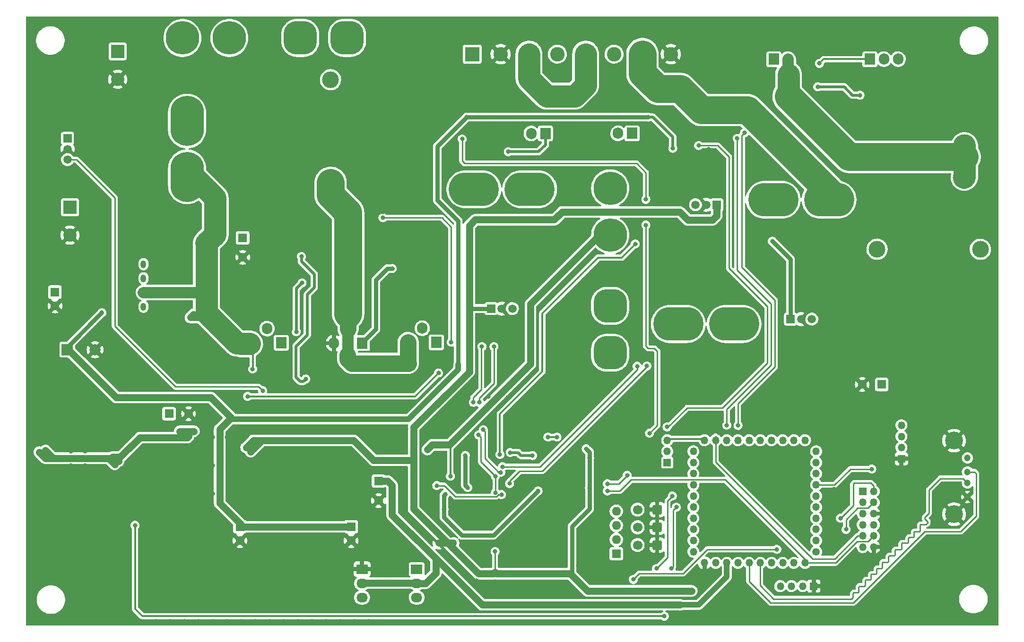
<source format=gbl>
%TF.GenerationSoftware,KiCad,Pcbnew,(6.0.0-rc1-489-g57af990066)*%
%TF.CreationDate,2021-12-17T02:29:24+00:00*%
%TF.ProjectId,solarpump_main,736f6c61-7270-4756-9d70-5f6d61696e2e,1.0*%
%TF.SameCoordinates,Original*%
%TF.FileFunction,Copper,L2,Bot*%
%TF.FilePolarity,Positive*%
%FSLAX46Y46*%
G04 Gerber Fmt 4.6, Leading zero omitted, Abs format (unit mm)*
G04 Created by KiCad (PCBNEW (6.0.0-rc1-489-g57af990066)) date 2021-12-17 02:29:24*
%MOMM*%
%LPD*%
G01*
G04 APERTURE LIST*
G04 Aperture macros list*
%AMRoundRect*
0 Rectangle with rounded corners*
0 $1 Rounding radius*
0 $2 $3 $4 $5 $6 $7 $8 $9 X,Y pos of 4 corners*
0 Add a 4 corners polygon primitive as box body*
4,1,4,$2,$3,$4,$5,$6,$7,$8,$9,$2,$3,0*
0 Add four circle primitives for the rounded corners*
1,1,$1+$1,$2,$3*
1,1,$1+$1,$4,$5*
1,1,$1+$1,$6,$7*
1,1,$1+$1,$8,$9*
0 Add four rect primitives between the rounded corners*
20,1,$1+$1,$2,$3,$4,$5,0*
20,1,$1+$1,$4,$5,$6,$7,0*
20,1,$1+$1,$6,$7,$8,$9,0*
20,1,$1+$1,$8,$9,$2,$3,0*%
%AMHorizOval*
0 Thick line with rounded ends*
0 $1 width*
0 $2 $3 position (X,Y) of the first rounded end (center of the circle)*
0 $4 $5 position (X,Y) of the second rounded end (center of the circle)*
0 Add line between two ends*
20,1,$1,$2,$3,$4,$5,0*
0 Add two circle primitives to create the rounded ends*
1,1,$1,$2,$3*
1,1,$1,$4,$5*%
G04 Aperture macros list end*
%TA.AperFunction,ComponentPad*%
%ADD10C,0.700000*%
%TD*%
%TA.AperFunction,HeatsinkPad*%
%ADD11C,4.400000*%
%TD*%
%TA.AperFunction,ComponentPad*%
%ADD12R,1.600000X1.600000*%
%TD*%
%TA.AperFunction,ComponentPad*%
%ADD13C,1.600000*%
%TD*%
%TA.AperFunction,ComponentPad*%
%ADD14C,1.200000*%
%TD*%
%TA.AperFunction,ComponentPad*%
%ADD15C,3.200000*%
%TD*%
%TA.AperFunction,ComponentPad*%
%ADD16RoundRect,0.250000X0.600000X0.600000X-0.600000X0.600000X-0.600000X-0.600000X0.600000X-0.600000X0*%
%TD*%
%TA.AperFunction,ComponentPad*%
%ADD17C,1.700000*%
%TD*%
%TA.AperFunction,ComponentPad*%
%ADD18R,1.500000X1.500000*%
%TD*%
%TA.AperFunction,ComponentPad*%
%ADD19C,1.500000*%
%TD*%
%TA.AperFunction,ComponentPad*%
%ADD20HorizOval,0.800000X0.000000X0.000000X0.000000X0.000000X0*%
%TD*%
%TA.AperFunction,ComponentPad*%
%ADD21C,0.800000*%
%TD*%
%TA.AperFunction,ComponentPad*%
%ADD22O,9.000000X6.000000*%
%TD*%
%TA.AperFunction,ComponentPad*%
%ADD23HorizOval,0.800000X0.000000X0.000000X0.000000X0.000000X0*%
%TD*%
%TA.AperFunction,ComponentPad*%
%ADD24C,3.000000*%
%TD*%
%TA.AperFunction,ComponentPad*%
%ADD25C,1.350000*%
%TD*%
%TA.AperFunction,ComponentPad*%
%ADD26O,1.350000X1.350000*%
%TD*%
%TA.AperFunction,ComponentPad*%
%ADD27O,1.000000X1.400000*%
%TD*%
%TA.AperFunction,ComponentPad*%
%ADD28C,1.300000*%
%TD*%
%TA.AperFunction,ComponentPad*%
%ADD29R,1.350000X1.350000*%
%TD*%
%TA.AperFunction,ComponentPad*%
%ADD30R,1.905000X2.000000*%
%TD*%
%TA.AperFunction,ComponentPad*%
%ADD31O,1.905000X2.000000*%
%TD*%
%TA.AperFunction,ComponentPad*%
%ADD32R,2.030000X1.730000*%
%TD*%
%TA.AperFunction,ComponentPad*%
%ADD33O,2.030000X1.730000*%
%TD*%
%TA.AperFunction,ComponentPad*%
%ADD34RoundRect,2.400000X-0.600000X0.600000X-0.600000X-0.600000X0.600000X-0.600000X0.600000X0.600000X0*%
%TD*%
%TA.AperFunction,ComponentPad*%
%ADD35RoundRect,2.400000X0.600000X0.600000X-0.600000X0.600000X-0.600000X-0.600000X0.600000X-0.600000X0*%
%TD*%
%TA.AperFunction,ComponentPad*%
%ADD36C,6.000000*%
%TD*%
%TA.AperFunction,ComponentPad*%
%ADD37R,2.400000X2.400000*%
%TD*%
%TA.AperFunction,ComponentPad*%
%ADD38C,2.400000*%
%TD*%
%TA.AperFunction,ComponentPad*%
%ADD39O,1.600000X1.600000*%
%TD*%
%TA.AperFunction,ComponentPad*%
%ADD40R,2.000000X2.000000*%
%TD*%
%TA.AperFunction,ComponentPad*%
%ADD41C,2.000000*%
%TD*%
%TA.AperFunction,ComponentPad*%
%ADD42HorizOval,0.800000X0.000000X0.000000X0.000000X0.000000X0*%
%TD*%
%TA.AperFunction,ComponentPad*%
%ADD43HorizOval,0.800000X0.000000X0.000000X0.000000X0.000000X0*%
%TD*%
%TA.AperFunction,ComponentPad*%
%ADD44R,2.600000X2.600000*%
%TD*%
%TA.AperFunction,ComponentPad*%
%ADD45C,2.600000*%
%TD*%
%TA.AperFunction,ComponentPad*%
%ADD46HorizOval,0.800000X0.000000X0.000000X0.000000X0.000000X0*%
%TD*%
%TA.AperFunction,ComponentPad*%
%ADD47O,6.000000X9.000000*%
%TD*%
%TA.AperFunction,ComponentPad*%
%ADD48HorizOval,0.800000X0.000000X0.000000X0.000000X0.000000X0*%
%TD*%
%TA.AperFunction,ComponentPad*%
%ADD49RoundRect,2.400000X0.600000X-0.600000X0.600000X0.600000X-0.600000X0.600000X-0.600000X-0.600000X0*%
%TD*%
%TA.AperFunction,ViaPad*%
%ADD50C,0.800000*%
%TD*%
%TA.AperFunction,ViaPad*%
%ADD51C,1.000000*%
%TD*%
%TA.AperFunction,ViaPad*%
%ADD52C,4.000000*%
%TD*%
%TA.AperFunction,Conductor*%
%ADD53C,1.270000*%
%TD*%
%TA.AperFunction,Conductor*%
%ADD54C,2.000000*%
%TD*%
%TA.AperFunction,Conductor*%
%ADD55C,3.000000*%
%TD*%
%TA.AperFunction,Conductor*%
%ADD56C,5.000000*%
%TD*%
%TA.AperFunction,Conductor*%
%ADD57C,0.750000*%
%TD*%
%TA.AperFunction,Conductor*%
%ADD58C,0.500000*%
%TD*%
%TA.AperFunction,Conductor*%
%ADD59C,0.330000*%
%TD*%
%TA.AperFunction,Conductor*%
%ADD60C,0.250000*%
%TD*%
%TA.AperFunction,Conductor*%
%ADD61C,1.000000*%
%TD*%
%TA.AperFunction,Conductor*%
%ADD62C,4.000000*%
%TD*%
G04 APERTURE END LIST*
%TO.C,NT1*%
G36*
X94548000Y-154980400D02*
G01*
X91948000Y-154980400D01*
X91948000Y-153680400D01*
X94548000Y-153680400D01*
X94548000Y-154980400D01*
G37*
%TD*%
D10*
%TO.P,HS4,1*%
%TO.N,GND*%
X139105000Y-65191000D03*
D11*
X139105000Y-63541000D03*
D10*
X139105000Y-61891000D03*
X140271726Y-64707726D03*
X137938274Y-62374274D03*
X140755000Y-63541000D03*
X137938274Y-64707726D03*
X137455000Y-63541000D03*
X140271726Y-62374274D03*
%TD*%
D12*
%TO.P,CP7,1*%
%TO.N,Net-(C40-Pad1)*%
X171255000Y-125891000D03*
D13*
%TO.P,CP7,2*%
%TO.N,GND*%
X167755000Y-125891000D03*
%TD*%
D14*
%TO.P,J4,1,VBUS*%
%TO.N,+5V*%
X186594635Y-139066000D03*
%TO.P,J4,2,D-*%
%TO.N,/MCU/USB_D-*%
X186594635Y-141566000D03*
%TO.P,J4,3,D+*%
%TO.N,/MCU/USB_D+*%
X186594635Y-143566000D03*
%TO.P,J4,4,GND*%
%TO.N,GND*%
X186594635Y-146066000D03*
D15*
%TO.P,J4,5,Shield*%
X184194635Y-149166000D03*
X184194635Y-135966000D03*
%TD*%
D16*
%TO.P,TH1,1*%
%TO.N,GND*%
X131020155Y-154686000D03*
D17*
%TO.P,TH1,2*%
%TO.N,Net-(MCU1-Pad30)*%
X127520155Y-154686000D03*
%TD*%
D18*
%TO.P,U6,1,VCC*%
%TO.N,+3V3*%
X101289675Y-112277630D03*
D19*
%TO.P,U6,2,GND*%
%TO.N,GND*%
X103199675Y-112277630D03*
%TO.P,U6,3,VIOUT*%
%TO.N,/MCU/VCurrent_Load*%
X105109675Y-112277630D03*
D20*
%TO.P,U6,4,IP+*%
%TO.N,/MPPT/MPPT_OUT_M*%
X104249675Y-90247630D03*
D21*
X112149675Y-90247630D03*
X104999675Y-92537630D03*
X104999675Y-89217630D03*
X106199675Y-88827630D03*
X110199675Y-88827630D03*
X107529675Y-88827630D03*
X111399675Y-89217630D03*
X107529675Y-92927630D03*
D22*
X108199675Y-90877630D03*
D21*
X108869675Y-88827630D03*
X111399675Y-92537630D03*
D23*
X104249675Y-91507630D03*
D21*
X108869675Y-92927630D03*
X110199675Y-92927630D03*
X112149675Y-91507630D03*
X106199675Y-92927630D03*
%TO.P,U6,5,IP-*%
%TO.N,MPPT_OUT*%
X98869675Y-88827630D03*
X100199675Y-92927630D03*
X94249675Y-91507630D03*
D20*
X102149675Y-91507630D03*
D21*
X98869675Y-92927630D03*
X96199675Y-92927630D03*
X101399675Y-92537630D03*
X100199675Y-88827630D03*
X94999675Y-89217630D03*
X101399675Y-89217630D03*
D22*
X98199675Y-90877630D03*
D21*
X94249675Y-90247630D03*
X96199675Y-88827630D03*
D23*
X102149675Y-90247630D03*
D21*
X97529675Y-88827630D03*
X97529675Y-92927630D03*
X94999675Y-92537630D03*
%TD*%
D16*
%TO.P,TH3,1*%
%TO.N,GND*%
X131020155Y-148336000D03*
D17*
%TO.P,TH3,2*%
%TO.N,Net-(MCU1-Pad28)*%
X127520155Y-148336000D03*
%TD*%
D24*
%TO.P,L1,1,1*%
%TO.N,MPPT_Com*%
X72536235Y-89734000D03*
%TO.P,L1,2,2*%
%TO.N,MPPT_OUT*%
X72536235Y-71234000D03*
%TD*%
D25*
%TO.P,MCU1,1,GPIO0/PWM0A/UART0TX/I2C0SDA/SPI0RX*%
%TO.N,/MCU/Fan_En+*%
X159505000Y-155891000D03*
D26*
%TO.P,MCU1,2,GPIO1/PWM0B/UART0RX/I2C0SCL/SPI0CSn*%
%TO.N,/MCU/~{REG_ERR}*%
X159505000Y-153891000D03*
%TO.P,MCU1,3,GPIO2/PWM1A/I2C1SDA/SPI0SCK*%
%TO.N,/MCU/SPI_CLK*%
X159505000Y-151891000D03*
%TO.P,MCU1,4,GPIO3/PWM1B/I2C1SCL/SPI0TX*%
%TO.N,/MCU/SPI_MOSI*%
X159505000Y-149891000D03*
%TO.P,MCU1,5,GPIO4/PWM2A/UART1TX/I2C0SDA/SPI0RX*%
%TO.N,/MCU/SPI_MISO*%
X159505000Y-147891000D03*
%TO.P,MCU1,6,GPIO5/PWM2B/UART1RX/I2C0SCL/SPI0CSn*%
%TO.N,/MCU/SPI_CS*%
X159505000Y-145891000D03*
%TO.P,MCU1,7,GPIO6/PWM3A/I2C1SDA/SPI0SCK*%
%TO.N,/MCU/I2C_SDA*%
X159505000Y-143891000D03*
%TO.P,MCU1,8,GPIO7/PWM3B/I2C1SCL/SPI0TX*%
%TO.N,/MCU/I2C_SCL*%
X159505000Y-141891000D03*
%TO.P,MCU1,9,GPIO8/PWM4A/UART1TX/I2C0SDA/SPI1RX*%
%TO.N,/MCU/MPPT_BACKen*%
X159505000Y-139891000D03*
%TO.P,MCU1,10,GPIO9/PWM4B/UART1RX/I2C0SCL/SPI1CSn*%
%TO.N,/MCU/MPPT_PWMhi*%
X159505000Y-137891000D03*
%TO.P,MCU1,11,GPIO10/PWM5A/I2C1SDA/SPI1SCK*%
%TO.N,/MCU/MPPT_PWMlo*%
X157505000Y-135891000D03*
%TO.P,MCU1,12,GPIO11/PWM5B/I2C1SCL/SPI1TX*%
%TO.N,Net-(MCU1-Pad12)*%
X155505000Y-135891000D03*
%TO.P,MCU1,13,GPIO12/PWM6A/UART0TX/I2C0SDA/SPI1RX*%
%TO.N,Net-(MCU1-Pad13)*%
X153505000Y-135891000D03*
%TO.P,MCU1,14,GPIO13/PWM6B/UART0RX/I2C0SCL/SPI1CSn*%
%TO.N,Net-(MCU1-Pad14)*%
X151505000Y-135891000D03*
%TO.P,MCU1,15,GPIO14/PWM7A/I2C1SDA/SPI1SCK*%
%TO.N,Net-(MCU1-Pad15)*%
X149505000Y-135891000D03*
%TO.P,MCU1,16,GPIO15/PWM7B/I2C1SCL/SPI1TX*%
%TO.N,Net-(MCU1-Pad16)*%
X147505000Y-135891000D03*
%TO.P,MCU1,17,GPIO16/PWM0A/UART0TX/SPI0RX*%
%TO.N,/MCU/BUCK_PWMlo*%
X145505000Y-135891000D03*
%TO.P,MCU1,18,GPIO17/PWM0B/UART0RX/SPI0CSn*%
%TO.N,/MCU/BUCK_PWMhi*%
X143505000Y-135891000D03*
%TO.P,MCU1,19,GPIO18/PWM1A/I2C1SDA/SPI0SCK*%
%TO.N,/MCU/I2C_INT*%
X141505000Y-135891000D03*
%TO.P,MCU1,20,GPIO19/PWM1B/I2C1SCL/SPI0TX*%
%TO.N,/MCU/UART_ST*%
X139505000Y-135891000D03*
%TO.P,MCU1,21,GPIO20/PWM2A/UART1TX/CLKIN0*%
%TO.N,/MCU/UART_TX*%
X137505000Y-137891000D03*
%TO.P,MCU1,22,GPIO21/PWM2B/UART1RX/CLKOUT0*%
%TO.N,/MCU/UART_RX*%
X137505000Y-139891000D03*
%TO.P,MCU1,23,GPIO22/PWM3A/UART1CTS/CLKIN1*%
%TO.N,/MCU/Enable_Aux*%
X137505000Y-141891000D03*
%TO.P,MCU1,24,GPIO23/PWM3B/UART1RTS/CLKOUT1*%
%TO.N,/MCU/Enable_Pump*%
X137505000Y-143891000D03*
%TO.P,MCU1,25,GPIO24/PWM4A/UART1TX/CLKOUT2*%
%TO.N,/MCU/Fan_Pwm*%
X137505000Y-145891000D03*
%TO.P,MCU1,26,GPIO25/PWM4B/UART1RX/CLKOUT3*%
%TO.N,/MCU/Flow_Sig*%
X137505000Y-147891000D03*
%TO.P,MCU1,27,GPIO26/ADC0*%
%TO.N,/MCU/GPIO26*%
X137505000Y-149891000D03*
%TO.P,MCU1,28,GPIO27/ADC1*%
%TO.N,Net-(MCU1-Pad28)*%
X137505000Y-151891000D03*
%TO.P,MCU1,29,GPIO28/ADC3*%
%TO.N,Net-(MCU1-Pad29)*%
X137505000Y-153891000D03*
%TO.P,MCU1,30,GPIO29/ADC4*%
%TO.N,Net-(MCU1-Pad30)*%
X137505000Y-155891000D03*
%TO.P,MCU1,31,GND*%
%TO.N,GND*%
X139505000Y-157891000D03*
%TO.P,MCU1,32,VBAT*%
%TO.N,unconnected-(MCU1-Pad32)*%
X141505000Y-157891000D03*
%TO.P,MCU1,33,5V*%
%TO.N,+5V*%
X143505000Y-157891000D03*
%TO.P,MCU1,34,3V3_out*%
%TO.N,unconnected-(MCU1-Pad34)*%
X145505000Y-157891000D03*
%TO.P,MCU1,35,USB_D-*%
%TO.N,/MCU/USB_D-*%
X147505000Y-157891000D03*
%TO.P,MCU1,36,USB_D+*%
%TO.N,/MCU/USB_D+*%
X149505000Y-157891000D03*
%TO.P,MCU1,37,SWDIO*%
%TO.N,/MCU/SWDIO*%
X151505000Y-157891000D03*
%TO.P,MCU1,38,BOOTSEL*%
%TO.N,unconnected-(MCU1-Pad38)*%
X153505000Y-157891000D03*
%TO.P,MCU1,39,SWCLK*%
%TO.N,/MCU/SWCLK*%
X155505000Y-157891000D03*
%TO.P,MCU1,40,~{RESET}*%
%TO.N,/MCU/~{RESET}*%
X157505000Y-157891000D03*
%TD*%
D27*
%TO.P,U5,1,-Vin*%
%TO.N,Net-(C19-Pad1)*%
X39031235Y-104316000D03*
%TO.P,U5,2,+Vin*%
%TO.N,+12V*%
X39031235Y-106856000D03*
%TO.P,U5,3,-Vout*%
%TO.N,/MPPT/SOLR_IN_M*%
X39031235Y-109396000D03*
%TO.P,U5,4,+Vout*%
%TO.N,/MPPT/BACK_gate*%
X39031235Y-111936000D03*
%TD*%
D12*
%TO.P,CP6,1*%
%TO.N,+3V3*%
X43605635Y-131136000D03*
D13*
%TO.P,CP6,2*%
%TO.N,GND*%
X47105635Y-131136000D03*
%TD*%
D28*
%TO.P,NT1,1,1*%
%TO.N,GND*%
X91948000Y-154330400D03*
%TO.P,NT1,2,2*%
%TO.N,GNDA*%
X94548000Y-154330400D03*
%TD*%
D29*
%TO.P,J5,1,Pin_1*%
%TO.N,+3V3*%
X167820155Y-145059070D03*
D26*
%TO.P,J5,2,Pin_2*%
%TO.N,/MCU/SPI_MOSI*%
X169820155Y-145059070D03*
%TO.P,J5,3,Pin_3*%
%TO.N,/MCU/SPI_CS*%
X167820155Y-147059070D03*
%TO.P,J5,4,Pin_4*%
%TO.N,/MCU/SPI_CLK*%
X169820155Y-147059070D03*
%TO.P,J5,5,Pin_5*%
%TO.N,/MCU/SPI_MISO*%
X167820155Y-149059070D03*
%TO.P,J5,6,Pin_6*%
%TO.N,GND*%
X169820155Y-149059070D03*
%TO.P,J5,7,Pin_7*%
%TO.N,/MCU/I2C_SCL*%
X167820155Y-151059070D03*
%TO.P,J5,8,Pin_8*%
%TO.N,/MCU/I2C_SDA*%
X169820155Y-151059070D03*
%TO.P,J5,9,Pin_9*%
%TO.N,/MCU/I2C_INT*%
X167820155Y-153059070D03*
%TO.P,J5,10,Pin_10*%
%TO.N,/MCU/~{RESET}*%
X169820155Y-153059070D03*
%TO.P,J5,11,Pin_11*%
%TO.N,+3V3*%
X167820155Y-155059070D03*
%TO.P,J5,12,Pin_12*%
%TO.N,GND*%
X169820155Y-155059070D03*
%TD*%
D16*
%TO.P,TH2,1*%
%TO.N,GND*%
X131020155Y-151511000D03*
D17*
%TO.P,TH2,2*%
%TO.N,Net-(MCU1-Pad29)*%
X127520155Y-151511000D03*
%TD*%
D30*
%TO.P,Q2,1,G*%
%TO.N,Net-(D3-Pad2)*%
X91495000Y-118333500D03*
D31*
%TO.P,Q2,2,D*%
%TO.N,MPPT_IN*%
X88955000Y-115793500D03*
%TO.P,Q2,3,S*%
%TO.N,MPPT_Com*%
X86415000Y-118333500D03*
%TD*%
D29*
%TO.P,J13,1,Pin_1*%
%TO.N,GND*%
X159080200Y-162052000D03*
D26*
%TO.P,J13,2,Pin_2*%
%TO.N,/MCU/SWCLK*%
X157080200Y-162052000D03*
%TO.P,J13,3,Pin_3*%
%TO.N,/MCU/SWDIO*%
X155080200Y-162052000D03*
%TO.P,J13,4,Pin_4*%
%TO.N,+3V3*%
X153080200Y-162052000D03*
%TD*%
D32*
%TO.P,J8,1,Pin_1*%
%TO.N,GND*%
X78181235Y-159016000D03*
D33*
%TO.P,J8,2,Pin_2*%
%TO.N,+5V*%
X78181235Y-161556000D03*
%TO.P,J8,3,Pin_3*%
%TO.N,Net-(J8-Pad3)*%
X78181235Y-164096000D03*
%TD*%
D34*
%TO.P,F1,1*%
%TO.N,/MPPT/Solr_P*%
X75505000Y-63741000D03*
D35*
X67105000Y-63741000D03*
D36*
%TO.P,F1,2*%
%TO.N,/MPPT/SOLR_IN_F*%
X46005000Y-63741000D03*
X54405000Y-63741000D03*
%TD*%
D10*
%TO.P,HS6,1*%
%TO.N,GND*%
X95055000Y-76541000D03*
X92238274Y-75374274D03*
X91755000Y-76541000D03*
D11*
X93405000Y-76541000D03*
D10*
X94571726Y-77707726D03*
X92238274Y-77707726D03*
X93405000Y-78191000D03*
X93405000Y-74891000D03*
X94571726Y-75374274D03*
%TD*%
D37*
%TO.P,CP3,1*%
%TO.N,+BATT*%
X25876435Y-94116000D03*
D38*
%TO.P,CP3,2*%
%TO.N,GND*%
X25876435Y-99116000D03*
%TD*%
D10*
%TO.P,HS5,1*%
%TO.N,GND*%
X179688274Y-64707726D03*
X182505000Y-63541000D03*
X179205000Y-63541000D03*
D11*
X180855000Y-63541000D03*
D10*
X179688274Y-62374274D03*
X182021726Y-62374274D03*
X180855000Y-61891000D03*
X182021726Y-64707726D03*
X180855000Y-65191000D03*
%TD*%
D30*
%TO.P,Q8,1,G*%
%TO.N,Net-(D10-Pad2)*%
X151905000Y-67541000D03*
D31*
%TO.P,Q8,2,D*%
%TO.N,/OUTPUT/OUT_Com*%
X154445000Y-67541000D03*
%TO.P,Q8,3,S*%
%TO.N,GND*%
X156985000Y-67541000D03*
%TD*%
D12*
%TO.P,RN1,1,common*%
%TO.N,+3V3*%
X123705000Y-156259070D03*
D39*
%TO.P,RN1,2,R1*%
%TO.N,Net-(MCU1-Pad30)*%
X123705000Y-153719070D03*
%TO.P,RN1,3,R2*%
%TO.N,Net-(MCU1-Pad29)*%
X123705000Y-151179070D03*
%TO.P,RN1,4,R3*%
%TO.N,Net-(MCU1-Pad28)*%
X123705000Y-148639070D03*
%TD*%
D12*
%TO.P,C31,1*%
%TO.N,+12V*%
X56305635Y-151405200D03*
D13*
%TO.P,C31,2*%
%TO.N,GND*%
X56305635Y-153905200D03*
%TD*%
D24*
%TO.P,L5,1,1*%
%TO.N,/OUTPUT/OUT_Com*%
X188905000Y-101641000D03*
%TO.P,L5,2,2*%
%TO.N,Net-(C40-Pad1)*%
X170405000Y-101641000D03*
%TD*%
D40*
%TO.P,CP4,1*%
%TO.N,+12V*%
X25368435Y-119655200D03*
D41*
%TO.P,CP4,2*%
%TO.N,GND*%
X30368435Y-119655200D03*
%TD*%
D30*
%TO.P,Q3,1,G*%
%TO.N,Net-(D4-Pad2)*%
X78231235Y-118486000D03*
D31*
%TO.P,Q3,2,D*%
%TO.N,MPPT_Com*%
X75691235Y-115946000D03*
%TO.P,Q3,3,S*%
%TO.N,GND*%
X73151235Y-118486000D03*
%TD*%
D29*
%TO.P,J3,1,Pin_1*%
%TO.N,GND*%
X174771235Y-139213200D03*
D26*
%TO.P,J3,2,Pin_2*%
%TO.N,+3V3*%
X174771235Y-137213200D03*
%TO.P,J3,3,Pin_3*%
%TO.N,+5V*%
X174771235Y-135213200D03*
%TO.P,J3,4,Pin_4*%
%TO.N,+12V*%
X174771235Y-133213200D03*
%TD*%
D29*
%TO.P,J2,1,Pin_1*%
%TO.N,/MCU/UART_RX*%
X132842000Y-139891000D03*
D26*
%TO.P,J2,2,Pin_2*%
%TO.N,/MCU/UART_TX*%
X132842000Y-137891000D03*
%TO.P,J2,3,Pin_3*%
%TO.N,/MCU/UART_ST*%
X132842000Y-135891000D03*
%TD*%
D10*
%TO.P,HS7,1*%
%TO.N,GND*%
X182021726Y-76849274D03*
X180855000Y-79666000D03*
X179688274Y-79182726D03*
X179688274Y-76849274D03*
X182505000Y-78016000D03*
X182021726Y-79182726D03*
X180855000Y-76366000D03*
X179205000Y-78016000D03*
D11*
X180855000Y-78016000D03*
%TD*%
D37*
%TO.P,CP1,1*%
%TO.N,/MPPT/SOLR_IN_F*%
X34405000Y-66141000D03*
D38*
%TO.P,CP1,2*%
%TO.N,GND*%
X34405000Y-71141000D03*
%TD*%
D12*
%TO.P,CP2,1*%
%TO.N,MPPT_OUT*%
X56805000Y-99589200D03*
D13*
%TO.P,CP2,2*%
%TO.N,GND*%
X56805000Y-103089200D03*
%TD*%
D30*
%TO.P,Q12,1,G*%
%TO.N,Net-(Q12-Pad1)*%
X126555000Y-80847630D03*
D31*
%TO.P,Q12,2,D*%
%TO.N,/OUTPUT/Out_Aux-*%
X124015000Y-80847630D03*
%TO.P,Q12,3,S*%
%TO.N,GND*%
X121475000Y-80847630D03*
%TD*%
D32*
%TO.P,J9,1,Pin_1*%
%TO.N,Net-(J9-Pad1)*%
X87954035Y-159016000D03*
D33*
%TO.P,J9,2,Pin_2*%
%TO.N,+5V*%
X87954035Y-161556000D03*
%TO.P,J9,3,Pin_3*%
%TO.N,/MCU/Fan_Pwm*%
X87954035Y-164096000D03*
%TD*%
D12*
%TO.P,C30,1*%
%TO.N,+12V*%
X76219235Y-151405200D03*
D13*
%TO.P,C30,2*%
%TO.N,GND*%
X76219235Y-153905200D03*
%TD*%
D10*
%TO.P,HS1,1*%
%TO.N,GND*%
X45638274Y-122182726D03*
X47971726Y-119849274D03*
X45638274Y-119849274D03*
X46805000Y-122666000D03*
X45155000Y-121016000D03*
X47971726Y-122182726D03*
X48455000Y-121016000D03*
D11*
X46805000Y-121016000D03*
D10*
X46805000Y-119366000D03*
%TD*%
D30*
%TO.P,Q11,1,G*%
%TO.N,Net-(Q11-Pad1)*%
X111005000Y-80877630D03*
D31*
%TO.P,Q11,2,D*%
%TO.N,/OUTPUT/Out_Pump-*%
X108465000Y-80877630D03*
%TO.P,Q11,3,S*%
%TO.N,GND*%
X105925000Y-80877630D03*
%TD*%
D10*
%TO.P,HS3,1*%
%TO.N,GND*%
X45155000Y-96191000D03*
X46805000Y-94541000D03*
D11*
X46805000Y-96191000D03*
D10*
X47971726Y-95024274D03*
X45638274Y-97357726D03*
X46805000Y-97841000D03*
X45638274Y-95024274D03*
X48455000Y-96191000D03*
X47971726Y-97357726D03*
%TD*%
D30*
%TO.P,Q7,1,G*%
%TO.N,Net-(D9-Pad2)*%
X169105000Y-67541000D03*
D31*
%TO.P,Q7,2,D*%
%TO.N,/BATTERY/Load_P*%
X171645000Y-67541000D03*
%TO.P,Q7,3,S*%
%TO.N,/OUTPUT/OUT_Com*%
X174185000Y-67541000D03*
%TD*%
D10*
%TO.P,HS2,1*%
%TO.N,GND*%
X115571726Y-119849274D03*
X116055000Y-121016000D03*
X114405000Y-122666000D03*
X113238274Y-119849274D03*
X112755000Y-121016000D03*
X114405000Y-119366000D03*
D11*
X114405000Y-121016000D03*
D10*
X115571726Y-122182726D03*
X113238274Y-122182726D03*
%TD*%
D18*
%TO.P,U12,1,VCC*%
%TO.N,+3V3*%
X141715000Y-93652630D03*
D19*
%TO.P,U12,2,GND*%
%TO.N,GND*%
X139805000Y-93652630D03*
%TO.P,U12,3,VIOUT*%
%TO.N,/MCU/VCurrent_Output*%
X137895000Y-93652630D03*
D42*
%TO.P,U12,4,IP+*%
%TO.N,/OUTPUT/MainOutput*%
X138755000Y-114422630D03*
D21*
X134135000Y-117102630D03*
X136805000Y-117102630D03*
D22*
X134805000Y-115052630D03*
D21*
X135475000Y-113002630D03*
X138005000Y-113392630D03*
X131605000Y-113392630D03*
X130855000Y-115682630D03*
X135475000Y-117102630D03*
D43*
X138755000Y-115682630D03*
D21*
X130855000Y-114422630D03*
X132805000Y-117102630D03*
X131605000Y-116712630D03*
X136805000Y-113002630D03*
X138005000Y-116712630D03*
X132805000Y-113002630D03*
X134135000Y-113002630D03*
%TO.P,U12,5,IP-*%
%TO.N,Net-(C40-Pad1)*%
X148755000Y-115682630D03*
X145475000Y-113002630D03*
X142805000Y-117102630D03*
X148755000Y-114422630D03*
X144135000Y-117102630D03*
D43*
X140855000Y-114422630D03*
D42*
X140855000Y-115682630D03*
D22*
X144805000Y-115052630D03*
D21*
X146805000Y-117102630D03*
X146805000Y-113002630D03*
X141605000Y-113392630D03*
X145475000Y-117102630D03*
X144135000Y-113002630D03*
X142805000Y-113002630D03*
X141605000Y-116712630D03*
X148005000Y-116712630D03*
X148005000Y-113392630D03*
%TD*%
D18*
%TO.P,U13,1,VCC*%
%TO.N,+3V3*%
X154905000Y-114166000D03*
D19*
%TO.P,U13,2,GND*%
%TO.N,GND*%
X156815000Y-114166000D03*
%TO.P,U13,3,VIOUT*%
%TO.N,/BATTERY/VCurrent_Batt+*%
X158725000Y-114166000D03*
D21*
%TO.P,U13,4,IP+*%
%TO.N,/BATTERY/BattIO_P*%
X161145000Y-90716000D03*
D20*
X157865000Y-92136000D03*
D21*
X162485000Y-90716000D03*
D22*
X161815000Y-92766000D03*
D21*
X163815000Y-90716000D03*
X159815000Y-90716000D03*
X162485000Y-94816000D03*
X165015000Y-91106000D03*
X158615000Y-94426000D03*
X159815000Y-94816000D03*
X161145000Y-94816000D03*
X165765000Y-92136000D03*
X158615000Y-91106000D03*
X163815000Y-94816000D03*
D23*
X157865000Y-93396000D03*
D21*
X165765000Y-93396000D03*
X165015000Y-94426000D03*
%TO.P,U13,5,IP-*%
%TO.N,/BATTERY/Load_P*%
X148615000Y-94426000D03*
X153815000Y-94816000D03*
X149815000Y-94816000D03*
X153815000Y-90716000D03*
X147865000Y-93396000D03*
X152485000Y-90716000D03*
X151145000Y-94816000D03*
X149815000Y-90716000D03*
X155015000Y-91106000D03*
D23*
X155765000Y-92136000D03*
D21*
X155015000Y-94426000D03*
X152485000Y-94816000D03*
D22*
X151815000Y-92766000D03*
D20*
X155765000Y-93396000D03*
D21*
X147865000Y-92136000D03*
X151145000Y-90716000D03*
X148615000Y-91106000D03*
%TD*%
D44*
%TO.P,J1,1,Pin_1*%
%TO.N,/MPPT/Solr_P*%
X97905000Y-66641000D03*
D45*
%TO.P,J1,2,Pin_2*%
%TO.N,GND*%
X102985000Y-66641000D03*
%TO.P,J1,3,Pin_3*%
%TO.N,/OUTPUT/MainOutput*%
X108065000Y-66641000D03*
%TO.P,J1,4,Pin_4*%
%TO.N,/OUTPUT/Out_Pump-*%
X113145000Y-66641000D03*
%TO.P,J1,5,Pin_5*%
%TO.N,/OUTPUT/MainOutput*%
X118225000Y-66641000D03*
%TO.P,J1,6,Pin_6*%
%TO.N,/OUTPUT/Out_Aux-*%
X123305000Y-66641000D03*
%TO.P,J1,7,Pin_7*%
%TO.N,/BATTERY/BattIO_P*%
X128385000Y-66641000D03*
%TO.P,J1,8,Pin_8*%
%TO.N,GND*%
X133465000Y-66641000D03*
%TD*%
D30*
%TO.P,Q1,1,G*%
%TO.N,/MPPT/BACK_gate*%
X63705000Y-118411000D03*
D31*
%TO.P,Q1,2,D*%
%TO.N,MPPT_IN*%
X61165000Y-115871000D03*
%TO.P,Q1,3,S*%
%TO.N,/MPPT/SOLR_IN_M*%
X58625000Y-118411000D03*
%TD*%
D12*
%TO.P,CP5,1*%
%TO.N,+5V*%
X81127600Y-143226400D03*
D13*
%TO.P,CP5,2*%
%TO.N,GND*%
X81127600Y-146726400D03*
%TD*%
D18*
%TO.P,U3,1,VCC*%
%TO.N,+3V3*%
X25430000Y-81741000D03*
D19*
%TO.P,U3,2,GND*%
%TO.N,GND*%
X25430000Y-83651000D03*
%TO.P,U3,3,VIOUT*%
%TO.N,/MCU/VCurrent_Solr*%
X25430000Y-85561000D03*
D46*
%TO.P,U3,4,IP+*%
%TO.N,/MPPT/SOLR_IN_M*%
X47460000Y-84701000D03*
D21*
X45170000Y-91851000D03*
X44780000Y-87981000D03*
X44780000Y-89321000D03*
X45170000Y-85451000D03*
X47460000Y-92601000D03*
X48490000Y-85451000D03*
X48880000Y-90651000D03*
D47*
X46830000Y-88651000D03*
D21*
X44780000Y-86651000D03*
X48880000Y-89321000D03*
X48490000Y-91851000D03*
X46200000Y-92601000D03*
D48*
X46200000Y-84701000D03*
D21*
X48880000Y-87981000D03*
X48880000Y-86651000D03*
X44780000Y-90651000D03*
%TO.P,U3,5,IP-*%
%TO.N,/MPPT/SOLR_IN_F*%
X45170000Y-75451000D03*
X44780000Y-76651000D03*
X44780000Y-80651000D03*
X48880000Y-77981000D03*
X46200000Y-74701000D03*
D46*
X46200000Y-82601000D03*
D21*
X48490000Y-75451000D03*
X47460000Y-74701000D03*
X44780000Y-79321000D03*
D47*
X46830000Y-78651000D03*
D21*
X44780000Y-77981000D03*
X48880000Y-80651000D03*
X48880000Y-79321000D03*
X45170000Y-81851000D03*
X48490000Y-81851000D03*
X48880000Y-76651000D03*
D48*
X47460000Y-82601000D03*
%TD*%
D12*
%TO.P,CP8,1*%
%TO.N,+BATT*%
X23181235Y-109316000D03*
D13*
%TO.P,CP8,2*%
%TO.N,GND*%
X23181235Y-111816000D03*
%TD*%
D35*
%TO.P,F2,1*%
%TO.N,/MPPT/MPPT_OUT_M*%
X122605000Y-120202630D03*
D49*
X122605000Y-111802630D03*
D36*
%TO.P,F2,2*%
%TO.N,/BATTERY/Load_P*%
X122605000Y-99102630D03*
X122605000Y-90702630D03*
%TD*%
D50*
%TO.N,+BATT*%
X48076035Y-134285600D03*
X21481235Y-137716000D03*
X33881235Y-140216000D03*
X20381235Y-138016000D03*
X47110835Y-135200000D03*
X34581235Y-139616000D03*
D51*
%TO.N,MPPT_Com*%
X75170415Y-103503500D03*
X75170415Y-100753500D03*
D50*
%TO.N,Net-(D4-Pad2)*%
X83585235Y-105101000D03*
%TO.N,GND*%
X131905000Y-100591000D03*
X85648800Y-143205200D03*
X61614235Y-100021000D03*
X140227232Y-168423200D03*
X56508835Y-110155600D03*
X160082500Y-73988500D03*
X190355000Y-112841000D03*
X102101233Y-60691000D03*
X18421235Y-145496000D03*
X31081235Y-132796000D03*
X172930000Y-70291000D03*
X87014235Y-94941000D03*
X162681235Y-146891000D03*
X39081235Y-85816000D03*
X84474235Y-92401000D03*
X26001235Y-150576000D03*
X105574061Y-168423200D03*
X56508835Y-112695600D03*
X61614235Y-97481000D03*
X26001235Y-158196000D03*
X134747000Y-138938000D03*
X41281235Y-163276000D03*
X36201235Y-158196000D03*
X94081600Y-148742400D03*
X74301235Y-158196000D03*
X79394235Y-92401000D03*
X69234235Y-92401000D03*
X76881235Y-74416000D03*
X87014235Y-97481000D03*
X36201235Y-155656000D03*
X118822175Y-153477630D03*
X92094235Y-112695600D03*
X23501235Y-145496000D03*
X92094235Y-94941000D03*
X20681235Y-96616000D03*
X56521235Y-158196000D03*
X41281235Y-153116000D03*
X28541235Y-130256000D03*
X20961235Y-140416000D03*
X59061235Y-153116000D03*
X20961235Y-148036000D03*
X57681235Y-74416000D03*
X43821235Y-163276000D03*
X46361235Y-160736000D03*
X26041235Y-165816000D03*
X66694235Y-94941000D03*
X39081235Y-78616000D03*
X81934235Y-92401000D03*
X56521235Y-145496000D03*
X53968835Y-112695600D03*
X31081235Y-130256000D03*
X56521235Y-148036000D03*
X56521235Y-155656000D03*
X51441235Y-153116000D03*
X64881235Y-74416000D03*
X66694235Y-92401000D03*
X28541235Y-127676000D03*
X71761235Y-148036000D03*
X20961235Y-160736000D03*
X126605000Y-145191000D03*
X79381235Y-142956000D03*
X160020155Y-134259070D03*
X56508835Y-105075600D03*
X36201235Y-145496000D03*
X53981235Y-160736000D03*
X89554235Y-94941000D03*
X23501235Y-168356000D03*
X56521235Y-140416000D03*
X179982765Y-111187000D03*
X179959000Y-103912000D03*
X48921235Y-140416000D03*
X59048835Y-110155600D03*
X51441235Y-155656000D03*
X139446000Y-161417000D03*
X33661235Y-153116000D03*
X69221235Y-165816000D03*
X41281235Y-165816000D03*
X53981235Y-153116000D03*
X145174290Y-168423200D03*
X59061235Y-145496000D03*
X141655000Y-100941000D03*
X89554235Y-97481000D03*
X86481235Y-78116000D03*
X41281235Y-145496000D03*
X64141235Y-142956000D03*
X18421235Y-155656000D03*
X43821235Y-168356000D03*
X48901235Y-160736000D03*
X89509600Y-148132800D03*
X71761235Y-140416000D03*
X20681235Y-101416000D03*
X48901235Y-155656000D03*
X20681235Y-84616000D03*
X33661235Y-165816000D03*
X26041235Y-168356000D03*
X67281235Y-74416000D03*
X41281235Y-158196000D03*
X31081235Y-153116000D03*
X87014235Y-102561000D03*
X103255000Y-94041000D03*
X39081235Y-81016000D03*
X74301235Y-165816000D03*
X36201235Y-165816000D03*
X69221235Y-160736000D03*
X133655000Y-161341000D03*
X79281235Y-78116000D03*
X39081235Y-100216000D03*
X116905000Y-158391000D03*
X20681235Y-115816000D03*
X61588835Y-105075600D03*
X86481235Y-74416000D03*
X110521119Y-168423200D03*
X86081235Y-133916000D03*
X71761235Y-155656000D03*
X69221235Y-163276000D03*
X67281235Y-78116000D03*
X20681235Y-91816000D03*
X61588835Y-110155600D03*
X85481235Y-156816000D03*
X161581235Y-60691000D03*
X46361235Y-145496000D03*
X20961235Y-168356000D03*
X162681235Y-160609400D03*
X26041235Y-163276000D03*
X179959000Y-99112000D03*
X20961235Y-135296000D03*
X137520155Y-134259070D03*
X31081235Y-127676000D03*
X153020155Y-141659070D03*
X94855000Y-165291000D03*
X131655000Y-145391000D03*
X79421235Y-148036000D03*
X151305000Y-70116000D03*
X88881235Y-74416000D03*
X115468177Y-168423200D03*
X74301235Y-160736000D03*
X61601235Y-158196000D03*
X74301235Y-153116000D03*
D51*
X93135635Y-120468000D03*
D50*
X38741235Y-155656000D03*
X20681235Y-111016000D03*
X28541235Y-168356000D03*
X48901235Y-158196000D03*
X74301235Y-155656000D03*
X100627003Y-168423200D03*
X41281235Y-168356000D03*
X28581235Y-153116000D03*
X87014235Y-107641000D03*
X53968835Y-110155600D03*
X190355000Y-132541000D03*
X41281235Y-148036000D03*
X69234235Y-97481000D03*
X20681235Y-118216000D03*
X18421235Y-140416000D03*
X48901235Y-168356000D03*
X104280000Y-128241000D03*
X23501235Y-160736000D03*
X97144567Y-60691000D03*
X48901235Y-163276000D03*
X38741235Y-163276000D03*
X190305000Y-70541000D03*
X87231235Y-60691000D03*
X46348835Y-132761600D03*
X62481235Y-78116000D03*
X140255000Y-83691000D03*
X110905000Y-163041000D03*
X20681235Y-79816000D03*
X71761235Y-168356000D03*
X162681235Y-148866000D03*
X105081235Y-100141000D03*
X51441235Y-163276000D03*
X100555000Y-163041000D03*
X101307470Y-106116000D03*
X53981235Y-168356000D03*
X53968835Y-107615600D03*
X20681235Y-99016000D03*
X28581235Y-155656000D03*
X64128835Y-107615600D03*
X135097400Y-121280600D03*
X122105000Y-142191000D03*
X92094235Y-110155600D03*
X66681235Y-158196000D03*
X41281235Y-155656000D03*
X59061235Y-160736000D03*
X135280174Y-168423200D03*
X108155000Y-128241000D03*
X182391235Y-164054400D03*
X41268835Y-137876000D03*
X156781235Y-100916000D03*
X39081235Y-95416000D03*
X74301235Y-168356000D03*
X131841229Y-60691000D03*
X41281235Y-160736000D03*
X92094235Y-107641000D03*
X59061235Y-148036000D03*
X69221235Y-158196000D03*
X92187901Y-60691000D03*
X98705000Y-161091000D03*
X147542435Y-82571200D03*
X167381235Y-70316000D03*
X71761235Y-158196000D03*
X23501235Y-153116000D03*
X90681000Y-133891000D03*
X135405000Y-158341000D03*
X66681235Y-145496000D03*
X79281235Y-74416000D03*
X178530435Y-140838800D03*
X179959000Y-108712000D03*
X51441235Y-165816000D03*
X51441235Y-140416000D03*
X46361235Y-158196000D03*
X64141235Y-158196000D03*
X64141235Y-160736000D03*
X162681235Y-140841000D03*
X28541235Y-135336000D03*
X105520155Y-154259070D03*
X59048835Y-102561000D03*
X93105000Y-160791000D03*
X51441235Y-145496000D03*
X112870155Y-158409070D03*
X18421235Y-142956000D03*
X61601235Y-168356000D03*
X142805000Y-81541000D03*
X18421235Y-165816000D03*
X115755000Y-146041000D03*
X28541235Y-165816000D03*
X26001235Y-137876000D03*
X20681235Y-103816000D03*
X48901235Y-165816000D03*
X74481235Y-74416000D03*
X53981235Y-158196000D03*
X46348835Y-137841600D03*
X36201235Y-153116000D03*
X59048835Y-107615600D03*
X43821235Y-155656000D03*
X160205000Y-130891000D03*
X146711227Y-60691000D03*
X164962536Y-168423200D03*
X92094235Y-97481000D03*
X23501235Y-155656000D03*
X76841235Y-142956000D03*
X26001235Y-135336000D03*
X59061235Y-158196000D03*
X46361235Y-140416000D03*
X122105000Y-140541000D03*
D51*
X41855000Y-71141000D03*
D50*
X38741235Y-158196000D03*
X176403000Y-106316000D03*
X43821235Y-160736000D03*
X69221235Y-168356000D03*
X18421235Y-163276000D03*
X81681235Y-78116000D03*
X130309351Y-168423200D03*
X53981235Y-163276000D03*
X64141235Y-168356000D03*
X39081235Y-88216000D03*
X71761235Y-153116000D03*
X147566200Y-70100000D03*
X39081235Y-76216000D03*
X46361235Y-142956000D03*
X51441235Y-160736000D03*
X56521235Y-168356000D03*
X79394235Y-107641000D03*
X18421235Y-160736000D03*
X46361235Y-165816000D03*
X53981235Y-165816000D03*
X107057899Y-60691000D03*
X28541235Y-137876000D03*
X74481235Y-78116000D03*
X43821235Y-140416000D03*
X76881235Y-148036000D03*
X139781235Y-106916000D03*
X130805000Y-90941000D03*
X79381235Y-145496000D03*
X69221235Y-140416000D03*
X38741235Y-165816000D03*
X141754561Y-60691000D03*
X79381235Y-153116000D03*
X33661235Y-160736000D03*
X20961235Y-153116000D03*
X38754235Y-137867000D03*
X100755635Y-128037200D03*
X64881235Y-78116000D03*
X70758235Y-100656000D03*
X79394235Y-94941000D03*
X153020155Y-148859070D03*
X51441235Y-168356000D03*
X176403000Y-103916000D03*
X81934235Y-107641000D03*
X61601235Y-163276000D03*
X38741235Y-145496000D03*
X59061235Y-163276000D03*
X66681235Y-155656000D03*
X33661235Y-150576000D03*
X162681235Y-153259070D03*
X126884563Y-60691000D03*
D51*
X50905000Y-71141000D03*
D50*
X38741235Y-168356000D03*
X61588835Y-107615600D03*
X20961235Y-158196000D03*
X61588835Y-102561000D03*
X64128835Y-105075600D03*
X140962200Y-70100000D03*
X20681235Y-106216000D03*
X94855000Y-163041000D03*
X31081235Y-158196000D03*
X69221235Y-155656000D03*
X71761235Y-163276000D03*
X76841235Y-145496000D03*
X142920155Y-148859070D03*
X56521235Y-165816000D03*
X28581235Y-150576000D03*
X18421235Y-158196000D03*
X64154235Y-97481000D03*
X31081235Y-135316000D03*
X28541235Y-160736000D03*
X39081235Y-97816000D03*
X38741235Y-142956000D03*
X176403000Y-101516000D03*
X147542435Y-84400000D03*
X137881235Y-106916000D03*
X36201235Y-168356000D03*
X190355000Y-89841000D03*
X99720400Y-158445200D03*
X79381235Y-155656000D03*
X53968835Y-105075600D03*
X31081235Y-155656000D03*
X23501235Y-158196000D03*
X26001235Y-155656000D03*
X76841235Y-168356000D03*
X76841235Y-155656000D03*
X151667893Y-60691000D03*
X113792000Y-131572000D03*
X39081235Y-93016000D03*
X172930000Y-80716000D03*
X56508835Y-107615600D03*
X31081235Y-150576000D03*
X178105000Y-62191000D03*
X61601235Y-153116000D03*
D51*
X83737635Y-114880000D03*
D50*
X159381235Y-109816000D03*
X89554235Y-110155600D03*
X120415235Y-168423200D03*
X28541235Y-132796000D03*
X84081235Y-74416000D03*
X155068406Y-168423200D03*
X20681235Y-82216000D03*
X39081235Y-90616000D03*
X162681235Y-144691000D03*
X20961235Y-127681600D03*
X31081235Y-163276000D03*
X61601235Y-148036000D03*
X26001235Y-130256000D03*
X179959000Y-101512000D03*
X39081235Y-83416000D03*
X74301235Y-163276000D03*
X18421235Y-168356000D03*
X160015464Y-168423200D03*
X103281235Y-106116000D03*
X36201235Y-160736000D03*
X68218235Y-100656000D03*
X121927897Y-60691000D03*
X103320155Y-158409070D03*
X176403000Y-108716000D03*
X79381235Y-168356000D03*
X59074235Y-100021000D03*
X96955000Y-128241000D03*
X139905000Y-141291000D03*
X60081235Y-78116000D03*
X41281235Y-150576000D03*
X176403000Y-99116000D03*
X20681235Y-77416000D03*
X46361235Y-163276000D03*
X131997635Y-83691000D03*
X150121348Y-168423200D03*
X46361235Y-148036000D03*
X157005000Y-81541000D03*
X66681235Y-165816000D03*
X66694235Y-97481000D03*
X176403000Y-94316000D03*
X60081235Y-74416000D03*
D51*
X70428035Y-120620400D03*
D50*
X20681235Y-113416000D03*
X147542435Y-71700000D03*
X59061235Y-165816000D03*
X38741235Y-140416000D03*
X33661235Y-163276000D03*
X87014235Y-100021000D03*
D51*
X56508835Y-114829200D03*
D50*
X151281235Y-71716000D03*
X141681235Y-106916000D03*
X28541235Y-163276000D03*
X84474235Y-94941000D03*
X107696000Y-132892800D03*
X114905000Y-138991000D03*
X156624559Y-60691000D03*
X64154235Y-100021000D03*
X92094235Y-102561000D03*
X116805000Y-116241000D03*
X156781235Y-102216000D03*
X59061235Y-168356000D03*
X101181235Y-143716000D03*
D51*
X91967235Y-114829200D03*
D50*
X89509600Y-139852400D03*
X43821235Y-165816000D03*
X112014565Y-60691000D03*
X51428835Y-135301600D03*
X88881235Y-78116000D03*
X69241235Y-148036000D03*
X69234235Y-94941000D03*
X87014235Y-105101000D03*
X84474235Y-107641000D03*
X64141235Y-163276000D03*
X51441235Y-148036000D03*
X53981235Y-155656000D03*
D51*
X65195635Y-114829200D03*
D50*
X46361235Y-168356000D03*
X176403000Y-96716000D03*
X32632470Y-107341000D03*
X61601235Y-165816000D03*
X153406235Y-109842235D03*
X56521235Y-163276000D03*
X20961235Y-132756000D03*
D51*
X79064035Y-114880000D03*
D50*
X151003000Y-161417000D03*
X116971231Y-60691000D03*
X38741235Y-150576000D03*
X36201235Y-140416000D03*
X31081235Y-168356000D03*
X140938435Y-71700000D03*
X182391235Y-155991000D03*
X66681235Y-160736000D03*
X71774235Y-97481000D03*
D51*
X88512835Y-124176400D03*
D50*
X79381235Y-150576000D03*
X179959000Y-96712000D03*
X81681235Y-74416000D03*
X46361235Y-155656000D03*
X28541235Y-140416000D03*
X179959000Y-106312000D03*
X64141235Y-155656000D03*
X20681235Y-89416000D03*
X26001235Y-160736000D03*
X51441235Y-158196000D03*
X179959000Y-94312000D03*
X26001235Y-132796000D03*
X62481235Y-74416000D03*
X87014235Y-92401000D03*
X66681235Y-168356000D03*
X59061235Y-155656000D03*
X84081235Y-78116000D03*
X56521235Y-142956000D03*
X33661235Y-158196000D03*
X122295155Y-158409070D03*
X20961235Y-130216000D03*
X66681235Y-163276000D03*
X167381235Y-80716000D03*
X116992400Y-154736800D03*
X18421235Y-150576000D03*
X95679945Y-168423200D03*
X43821235Y-158196000D03*
D51*
X39668635Y-131517000D03*
D50*
X139755000Y-100941000D03*
X157481235Y-71716000D03*
X20681235Y-87016000D03*
X57681235Y-78116000D03*
X101281235Y-100141000D03*
X26001235Y-127676000D03*
X56521235Y-160736000D03*
X136797895Y-60691000D03*
X33661235Y-168356000D03*
X26001235Y-153116000D03*
X103255000Y-100141000D03*
X76881235Y-78116000D03*
X18421235Y-153116000D03*
X61601235Y-140416000D03*
X71761235Y-160736000D03*
X31081235Y-160736000D03*
X114655000Y-147141000D03*
X170859635Y-164054400D03*
X92094235Y-105101000D03*
X53968835Y-135301600D03*
X81934235Y-94941000D03*
X115570000Y-131521200D03*
X76841235Y-165816000D03*
X66681235Y-142956000D03*
X64141235Y-145496000D03*
X95955000Y-95391000D03*
X64141235Y-165816000D03*
X66681235Y-140416000D03*
X138277600Y-121259600D03*
D51*
X70377235Y-114829200D03*
D50*
X28581235Y-158196000D03*
X26001235Y-140416000D03*
X134747000Y-136906000D03*
X163005000Y-87491000D03*
X76841235Y-140416000D03*
X36201235Y-150576000D03*
X33661235Y-155656000D03*
X38741235Y-160736000D03*
X145542000Y-161417000D03*
X145542000Y-165303200D03*
X59048835Y-105075600D03*
X125362293Y-168423200D03*
X176403000Y-111116000D03*
X137855000Y-100941000D03*
X18421235Y-148036000D03*
X71761235Y-165816000D03*
X104255000Y-122366000D03*
X31081235Y-165816000D03*
X53968835Y-102561000D03*
X59048835Y-112695600D03*
X36201235Y-163276000D03*
X112155000Y-100041000D03*
X155467235Y-80031200D03*
X48888835Y-135301600D03*
X61601235Y-160736000D03*
X105107470Y-106116000D03*
X156755000Y-96241000D03*
%TO.N,/MCU/MPPT_BACKen*%
X91865635Y-123820800D03*
X57681235Y-128016000D03*
%TO.N,/MCU/VCurrent_Solr*%
X60381235Y-127016000D03*
X103149400Y-145643600D03*
X91567000Y-144018000D03*
%TO.N,+3V3*%
X115555000Y-159841000D03*
X97104200Y-144373600D03*
X96672400Y-138633200D03*
X137230035Y-162916000D03*
X118313200Y-137414000D03*
X101989675Y-155859070D03*
X58236035Y-137943200D03*
X118905000Y-144441000D03*
X109702600Y-145008600D03*
X118922175Y-139091000D03*
X57423235Y-137181200D03*
X151655000Y-100191000D03*
X93065600Y-145542000D03*
X92862400Y-148285200D03*
%TO.N,+12V*%
X133826435Y-83536400D03*
X96905000Y-77941000D03*
X129405000Y-77941000D03*
X31581235Y-113016000D03*
X95405000Y-122341000D03*
%TO.N,/MCU/VLoad+*%
X81908835Y-95982400D03*
X99638035Y-119096400D03*
X98105000Y-129091000D03*
X99060000Y-134924800D03*
X102056235Y-142341000D03*
X94130000Y-118316000D03*
X102057200Y-145288000D03*
%TO.N,+5V*%
X135096435Y-165426000D03*
%TO.N,/MCU/VCurrent_Output*%
X102870000Y-138455400D03*
X127105000Y-100691000D03*
%TO.N,/MPPT/SOLR_IN_M*%
X58581235Y-123116000D03*
X47431235Y-113866000D03*
%TO.N,/MCU/VOutput+*%
X127436699Y-122600613D03*
X103320155Y-140641000D03*
%TO.N,/MCU/VCurrent_Load*%
X99872800Y-134010400D03*
X103022400Y-141655800D03*
X99205000Y-129091000D03*
X101805000Y-119091000D03*
%TO.N,/BATTERY/VCurrent_Batt+*%
X129184400Y-122580400D03*
X104597200Y-143662400D03*
%TO.N,/MCU/Flow_Sig*%
X134455000Y-147891000D03*
X133555000Y-158891000D03*
%TO.N,GNDA*%
X108705000Y-138641000D03*
X96062800Y-152908000D03*
X104705000Y-138091000D03*
%TO.N,Net-(MCU1-Pad14)*%
X125655000Y-142191000D03*
X122105000Y-143691000D03*
%TO.N,/MCU/Fan_En+*%
X152470035Y-155469200D03*
X126755000Y-160841000D03*
%TO.N,/MCU/~{REG_ERR}*%
X132302435Y-167458000D03*
X37509635Y-151151200D03*
%TO.N,/BATTERY/Load_P*%
X89865200Y-137566400D03*
X90474800Y-136753600D03*
X94005000Y-142341000D03*
%TO.N,/MCU/SPI_CLK*%
X164856235Y-151891000D03*
%TO.N,/MCU/SPI_MOSI*%
X163847664Y-149877141D03*
%TO.N,/MCU/I2C_SDA*%
X169462635Y-141067400D03*
%TO.N,/MCU/MPPT_PWMhi*%
X67329235Y-102942000D03*
X68081235Y-124916000D03*
%TO.N,/MCU/MPPT_PWMlo*%
X66405000Y-116441000D03*
X67430000Y-107666000D03*
%TO.N,/MCU/Fan_Pwm*%
X130905000Y-158891000D03*
X133755000Y-145891000D03*
%TO.N,/MCU/~{RESET}*%
X122105000Y-144991000D03*
D52*
%TO.N,/OUTPUT/MainOutput*%
X116255000Y-74141000D03*
D50*
%TO.N,/MCU/BUCK_PWMlo*%
X146678835Y-80742400D03*
X145505000Y-133241000D03*
%TO.N,/MCU/BUCK_PWMhi*%
X145358035Y-81758400D03*
X143505000Y-133191000D03*
%TO.N,/MCU/Enable_Aux*%
X138449235Y-83028400D03*
X132791200Y-133502400D03*
%TO.N,/MCU/Enable_Pump*%
X129667000Y-134620000D03*
X129005000Y-92691000D03*
X129005000Y-97291000D03*
X96105000Y-81866000D03*
D52*
%TO.N,/OUTPUT/OUT_Com*%
X186005000Y-88741000D03*
D50*
X154205000Y-74641000D03*
D52*
X186055000Y-83041000D03*
D50*
%TO.N,/OUTPUT/OUT_Hvg*%
X167355000Y-74016000D03*
X159782500Y-72501000D03*
%TO.N,Net-(C5-Pad2)*%
X113080800Y-135331200D03*
X111455200Y-135331200D03*
%TO.N,Net-(D9-Pad2)*%
X160081235Y-68316000D03*
%TO.N,Net-(Q11-Pad1)*%
X104355000Y-84141000D03*
%TD*%
D53*
%TO.N,+BATT*%
X38381235Y-135416000D02*
X34881235Y-138916000D01*
X34881235Y-138916000D02*
X33481235Y-138916000D01*
X21481235Y-137716000D02*
X22681235Y-138916000D01*
X21481235Y-139116000D02*
X32781235Y-139116000D01*
X48076035Y-134285600D02*
X45511635Y-134285600D01*
X38381235Y-135416000D02*
X46894835Y-135416000D01*
X34581235Y-139616000D02*
X34181235Y-139616000D01*
X33881235Y-140216000D02*
X32781235Y-139116000D01*
X34181235Y-139616000D02*
X33481235Y-138916000D01*
X47110835Y-135200000D02*
X46894835Y-135416000D01*
X21481235Y-139116000D02*
X20381235Y-138016000D01*
D54*
%TO.N,MPPT_Com*%
X75655000Y-115827674D02*
X75655000Y-119804325D01*
D55*
X75605000Y-121366000D02*
X76330000Y-122091000D01*
D56*
X72536235Y-91922235D02*
X72536235Y-89734000D01*
D55*
X86455000Y-122091000D02*
X86430000Y-122066000D01*
X75680000Y-113206000D02*
X75680000Y-115926000D01*
X86430000Y-122066000D02*
X86430000Y-118341000D01*
X76330000Y-122091000D02*
X86455000Y-122091000D01*
D56*
X75680000Y-113206000D02*
X75680000Y-95116000D01*
D55*
X75605000Y-120618011D02*
X75605000Y-121366000D01*
D56*
X75655000Y-95041000D02*
X72536235Y-91922235D01*
D57*
%TO.N,Net-(D4-Pad2)*%
X83585235Y-105101000D02*
X82696235Y-105101000D01*
X80664235Y-115951765D02*
X78205000Y-118411000D01*
X80664235Y-107133000D02*
X80664235Y-115951765D01*
X82696235Y-105101000D02*
X80664235Y-107133000D01*
D58*
%TO.N,GND*%
X98705000Y-161091000D02*
X98705000Y-161191000D01*
X98705000Y-161191000D02*
X100555000Y-163041000D01*
D59*
%TO.N,/MCU/MPPT_BACKen*%
X91865635Y-123820800D02*
X87670435Y-128016000D01*
X87670435Y-128016000D02*
X57681235Y-128016000D01*
D60*
%TO.N,/MCU/VCurrent_Solr*%
X33881235Y-115416000D02*
X33881235Y-92416000D01*
X44781235Y-126316000D02*
X33881235Y-115416000D01*
X33881235Y-92416000D02*
X27026235Y-85561000D01*
X27026235Y-85561000D02*
X25430000Y-85561000D01*
X60381235Y-127016000D02*
X59681235Y-126316000D01*
X92913200Y-144018000D02*
X94894400Y-145999200D01*
X94894400Y-145999200D02*
X102229193Y-145999200D01*
X102229193Y-145999200D02*
X102584793Y-145643600D01*
X91567000Y-144018000D02*
X92913200Y-144018000D01*
X102584793Y-145643600D02*
X103149400Y-145643600D01*
X59681235Y-126316000D02*
X44781235Y-126316000D01*
D53*
%TO.N,+3V3*%
X98456235Y-96341000D02*
X112603805Y-96341000D01*
X76681235Y-135916000D02*
X80257470Y-139492235D01*
D57*
X101727000Y-152908000D02*
X109677200Y-144957800D01*
D53*
X118553260Y-162916000D02*
X115478260Y-159841000D01*
D57*
X92862400Y-149707600D02*
X92862400Y-148285200D01*
D53*
X97381235Y-123616000D02*
X97381235Y-112416000D01*
D57*
X109677200Y-144983200D02*
X109702600Y-145008600D01*
D53*
X135055000Y-94941000D02*
X136516630Y-96402630D01*
X58688435Y-135916000D02*
X59399635Y-135916000D01*
D57*
X118922175Y-144458175D02*
X118905000Y-144441000D01*
X118922175Y-139091000D02*
X118922175Y-144423825D01*
X115555000Y-159841000D02*
X115773200Y-159622800D01*
D53*
X57423235Y-137181200D02*
X58688435Y-135916000D01*
D57*
X101289675Y-112277630D02*
X97519605Y-112277630D01*
X96062800Y-152908000D02*
X92862400Y-149707600D01*
D53*
X58236035Y-137943200D02*
X60263235Y-135916000D01*
X140893370Y-96402630D02*
X141705000Y-95591000D01*
X101977175Y-159577630D02*
X101713805Y-159841000D01*
D60*
X101989675Y-159565130D02*
X101977175Y-159577630D01*
D57*
X151655000Y-100191000D02*
X154905000Y-103441000D01*
X92862400Y-148285200D02*
X92862400Y-145745200D01*
D60*
X101989675Y-155859070D02*
X101989675Y-159565130D01*
D57*
X118922175Y-144423825D02*
X118905000Y-144441000D01*
X96672400Y-143941800D02*
X96672400Y-138633200D01*
D53*
X114003805Y-94941000D02*
X135055000Y-94941000D01*
D57*
X92862400Y-145745200D02*
X93065600Y-145542000D01*
D53*
X101713805Y-159841000D02*
X99033400Y-159841000D01*
X87405000Y-133592235D02*
X97381235Y-123616000D01*
D57*
X96062800Y-152908000D02*
X101727000Y-152908000D01*
D53*
X97381235Y-97416000D02*
X98456235Y-96341000D01*
D57*
X97104200Y-144373600D02*
X96672400Y-143941800D01*
D53*
X97381235Y-112416000D02*
X97381235Y-97416000D01*
D57*
X118922175Y-148222630D02*
X118922175Y-144458175D01*
X154905000Y-103441000D02*
X154905000Y-114166000D01*
D53*
X59399635Y-135916000D02*
X76681235Y-135916000D01*
D57*
X109677200Y-144957800D02*
X109677200Y-144983200D01*
D53*
X137230035Y-162916000D02*
X118553260Y-162916000D01*
X141705000Y-95591000D02*
X141705000Y-93691000D01*
D61*
X101977175Y-159577630D02*
X102240545Y-159841000D01*
D53*
X112603805Y-96341000D02*
X114003805Y-94941000D01*
X80257470Y-139492235D02*
X87405000Y-139492235D01*
D57*
X118922175Y-138022975D02*
X118922175Y-139091000D01*
X118313200Y-137414000D02*
X118922175Y-138022975D01*
D53*
X136516630Y-96402630D02*
X140893370Y-96402630D01*
X87405000Y-148212600D02*
X87405000Y-139492235D01*
D57*
X97519605Y-112277630D02*
X97381235Y-112416000D01*
D53*
X99033400Y-159841000D02*
X87405000Y-148212600D01*
D57*
X115773200Y-151371605D02*
X118922175Y-148222630D01*
X115773200Y-159622800D02*
X115773200Y-151371605D01*
D53*
X87405000Y-139492235D02*
X87405000Y-133592235D01*
X115478260Y-159841000D02*
X102240545Y-159841000D01*
%TO.N,+12V*%
X25597035Y-119655200D02*
X25368435Y-119655200D01*
X51081235Y-128216000D02*
X34157835Y-128216000D01*
D57*
X91680000Y-83166000D02*
X91680000Y-92875765D01*
X25368435Y-119228800D02*
X25368435Y-119655200D01*
X31581235Y-113016000D02*
X25368435Y-119228800D01*
D61*
X95405000Y-123192235D02*
X95405000Y-122316000D01*
D53*
X54681235Y-131816000D02*
X54681235Y-131916000D01*
D57*
X95405000Y-96600765D02*
X95405000Y-122341000D01*
D53*
X52681235Y-147216000D02*
X56305635Y-150840400D01*
X52681235Y-133916000D02*
X52681235Y-147216000D01*
D58*
X130255000Y-77941000D02*
X129405000Y-77941000D01*
D61*
X54981235Y-132116000D02*
X86481235Y-132116000D01*
D53*
X54681235Y-131916000D02*
X52681235Y-133916000D01*
D57*
X129405000Y-77941000D02*
X96905000Y-77941000D01*
X96905000Y-77941000D02*
X91680000Y-83166000D01*
D53*
X34157835Y-128216000D02*
X25597035Y-119655200D01*
D58*
X133826435Y-83536400D02*
X133826435Y-81512435D01*
D61*
X54681235Y-131816000D02*
X54981235Y-132116000D01*
X86481235Y-132116000D02*
X95405000Y-123192235D01*
D57*
X91680000Y-92875765D02*
X95405000Y-96600765D01*
D53*
X54681235Y-131816000D02*
X51081235Y-128216000D01*
X56305635Y-150840400D02*
X56305635Y-151405200D01*
X76219235Y-151405200D02*
X56305635Y-151405200D01*
D58*
X133826435Y-81512435D02*
X130255000Y-77941000D01*
D60*
%TO.N,/MCU/VLoad+*%
X99466400Y-135331200D02*
X99466400Y-139755315D01*
X99638035Y-119096400D02*
X99505000Y-119229435D01*
X98105000Y-128198635D02*
X98105000Y-129091000D01*
X99505000Y-126798635D02*
X98105000Y-128198635D01*
X102057200Y-144578730D02*
X102056235Y-144577765D01*
X92475235Y-95982400D02*
X94130000Y-97637165D01*
X81908835Y-95982400D02*
X92475235Y-95982400D01*
X99060000Y-134924800D02*
X99466400Y-135331200D01*
X102057200Y-145288000D02*
X102057200Y-144578730D01*
X102056235Y-144577765D02*
X102056235Y-142341000D01*
X99505000Y-119229435D02*
X99505000Y-126798635D01*
X94130000Y-97637165D02*
X94130000Y-118316000D01*
X99466400Y-139755315D02*
X102052085Y-142341000D01*
X102052085Y-142341000D02*
X102056235Y-142341000D01*
D53*
%TO.N,+5V*%
X91380618Y-157116617D02*
X83566000Y-149301999D01*
X87914035Y-161516000D02*
X87954035Y-161556000D01*
D61*
X138449235Y-165426000D02*
X143505000Y-160370235D01*
D53*
X87954035Y-161556000D02*
X89538035Y-161556000D01*
X78221235Y-161516000D02*
X87914035Y-161516000D01*
X135096435Y-165426000D02*
X135086435Y-165416000D01*
D61*
X135096435Y-165426000D02*
X138449235Y-165426000D01*
D53*
X82791635Y-143226400D02*
X81127600Y-143226400D01*
X91380618Y-159713417D02*
X91380618Y-157116617D01*
X99680000Y-165416000D02*
X91380618Y-157116617D01*
X78181235Y-161556000D02*
X78221235Y-161516000D01*
X83566000Y-144000765D02*
X82791635Y-143226400D01*
D61*
X143505000Y-160370235D02*
X143505000Y-157891000D01*
D53*
X89538035Y-161556000D02*
X91380618Y-159713417D01*
X135086435Y-165416000D02*
X99680000Y-165416000D01*
X83566000Y-149301999D02*
X83566000Y-144000765D01*
D59*
%TO.N,/MCU/VCurrent_Output*%
X124655000Y-103141000D02*
X127105000Y-100691000D01*
X110455000Y-113141000D02*
X120455000Y-103141000D01*
X102870000Y-131176000D02*
X110455000Y-123591000D01*
X102870000Y-138455400D02*
X102870000Y-131176000D01*
X110455000Y-123591000D02*
X110455000Y-113141000D01*
X120455000Y-103141000D02*
X124655000Y-103141000D01*
D53*
%TO.N,/MPPT/SOLR_IN_M*%
X47431235Y-113866000D02*
X47981235Y-113316000D01*
D62*
X58056235Y-118616000D02*
X56506235Y-118616000D01*
D59*
X58605000Y-123092235D02*
X58605000Y-118431000D01*
D53*
X49480000Y-113866000D02*
X50305000Y-113041000D01*
X47431235Y-113866000D02*
X49480000Y-113866000D01*
D62*
X51881235Y-98984399D02*
X51881235Y-92452235D01*
X50305000Y-100600400D02*
X50285117Y-100580517D01*
X51881235Y-92452235D02*
X48580000Y-89151000D01*
D54*
X50301235Y-109396000D02*
X50305000Y-109392235D01*
D59*
X58605000Y-118431000D02*
X58625000Y-118411000D01*
D54*
X39031235Y-109396000D02*
X50301235Y-109396000D01*
D62*
X50305000Y-109392235D02*
X50305000Y-100600400D01*
X51861352Y-99004282D02*
X51881235Y-98984399D01*
X55755000Y-118491000D02*
X50305000Y-113041000D01*
X50305000Y-113041000D02*
X50305000Y-109392235D01*
D59*
X58581235Y-123116000D02*
X58605000Y-123092235D01*
D62*
X50285117Y-100580517D02*
X51861352Y-99004282D01*
D60*
%TO.N,/MCU/VOutput+*%
X127436699Y-123259301D02*
X110055000Y-140641000D01*
X127436699Y-122600613D02*
X127436699Y-123259301D01*
X110055000Y-140641000D02*
X103320155Y-140641000D01*
%TO.N,/MCU/VCurrent_Load*%
X103022400Y-141655800D02*
X102692200Y-141655800D01*
X100177600Y-139141200D02*
X100177600Y-134315200D01*
X100177600Y-134315200D02*
X99872800Y-134010400D01*
X99205000Y-129091000D02*
X99205000Y-128317835D01*
X99205000Y-128317835D02*
X101805000Y-125717835D01*
X101805000Y-125717835D02*
X101805000Y-119091000D01*
X102692200Y-141655800D02*
X100177600Y-139141200D01*
%TO.N,/BATTERY/VCurrent_Batt+*%
X110438225Y-141441000D02*
X129184400Y-122694825D01*
X106361400Y-141441000D02*
X110438225Y-141441000D01*
X129184400Y-122694825D02*
X129184400Y-122580400D01*
X104597200Y-143662400D02*
X104597200Y-143205200D01*
X104597200Y-143205200D02*
X106361400Y-141441000D01*
%TO.N,/MCU/Flow_Sig*%
X133870155Y-148475845D02*
X134455000Y-147891000D01*
X133870155Y-158575845D02*
X133870155Y-148475845D01*
X133555000Y-158891000D02*
X133870155Y-158575845D01*
D58*
%TO.N,GNDA*%
X106130545Y-138091000D02*
X106680545Y-138641000D01*
X104705000Y-138091000D02*
X106130545Y-138091000D01*
X106680545Y-138641000D02*
X108705000Y-138641000D01*
D60*
%TO.N,Net-(MCU1-Pad14)*%
X122105000Y-143691000D02*
X124155000Y-143691000D01*
X124155000Y-143691000D02*
X125655000Y-142191000D01*
%TO.N,/MCU/Fan_En+*%
X135655000Y-159791000D02*
X127805000Y-159791000D01*
X152470035Y-155469200D02*
X152459905Y-155459070D01*
X139986930Y-155459070D02*
X135655000Y-159791000D01*
X152459905Y-155459070D02*
X139986930Y-155459070D01*
X127805000Y-159791000D02*
X126755000Y-160841000D01*
D59*
%TO.N,/MCU/~{REG_ERR}*%
X37509635Y-151151200D02*
X37509635Y-166137200D01*
X37509635Y-166137200D02*
X38830435Y-167458000D01*
X38830435Y-167458000D02*
X132302435Y-167458000D01*
D53*
%TO.N,/BATTERY/Load_P*%
X90713200Y-136718400D02*
X93827600Y-136718400D01*
X89865200Y-137566400D02*
X90713200Y-136718400D01*
X93827600Y-136718400D02*
X108330000Y-122216000D01*
X108330000Y-122216000D02*
X108330000Y-111452305D01*
X120679675Y-99102630D02*
X122605000Y-99102630D01*
D59*
X93827600Y-136718400D02*
X94005000Y-136895800D01*
X94005000Y-136895800D02*
X94005000Y-142341000D01*
D53*
X108330000Y-111452305D02*
X120679675Y-99102630D01*
D59*
%TO.N,/MCU/UART_ST*%
X133097000Y-135636000D02*
X132842000Y-135891000D01*
X139250000Y-135636000D02*
X133097000Y-135636000D01*
X139505000Y-135891000D02*
X139250000Y-135636000D01*
D60*
%TO.N,/MCU/SPI_CLK*%
X168820644Y-148058581D02*
X169820155Y-147059070D01*
X164856235Y-151891000D02*
X164856235Y-150144200D01*
X164856235Y-150144200D02*
X166941854Y-148058581D01*
X166941854Y-148058581D02*
X168820644Y-148058581D01*
%TO.N,/MCU/USB_D-*%
X151354400Y-165070400D02*
X147497175Y-161213175D01*
X147497175Y-161213175D02*
X147497175Y-157898825D01*
X178950000Y-152266000D02*
X166145600Y-165070400D01*
X188163200Y-149504400D02*
X185401600Y-152266000D01*
X187842835Y-141566000D02*
X188163200Y-141886365D01*
X188163200Y-141886365D02*
X188163200Y-149504400D01*
X166145600Y-165070400D02*
X151354400Y-165070400D01*
X186594635Y-141566000D02*
X187842835Y-141566000D01*
X185401600Y-152266000D02*
X178950000Y-152266000D01*
X147497175Y-157898825D02*
X147505000Y-157891000D01*
%TO.N,/MCU/USB_D+*%
X179705000Y-144780000D02*
X179705000Y-148971000D01*
X176022000Y-154178000D02*
X175920400Y-154279600D01*
X171450000Y-157734000D02*
X171348400Y-157835600D01*
X179476400Y-150672800D02*
X179171600Y-150977600D01*
X171348400Y-158724600D02*
X171221400Y-158851600D01*
X166116000Y-164084000D02*
X165862000Y-164338000D01*
X174637700Y-155498800D02*
X173685200Y-155498800D01*
X178968400Y-149961600D02*
X179476400Y-150469600D01*
X174771050Y-154412950D02*
X174771050Y-155365450D01*
X173685200Y-155498800D02*
X173583600Y-155600400D01*
X178104800Y-151079200D02*
X178104800Y-152146000D01*
X173456600Y-156616400D02*
X172567600Y-156616400D01*
X171221400Y-158851600D02*
X170459400Y-158851600D01*
X177088800Y-152247600D02*
X176987200Y-152349200D01*
X166243000Y-163195000D02*
X166116000Y-163322000D01*
X169405300Y-159905700D02*
X169316400Y-159994600D01*
X149497175Y-161945140D02*
X149497175Y-157898825D01*
X172567600Y-156616400D02*
X172466000Y-156718000D01*
X169316400Y-160812826D02*
X169220226Y-160909000D01*
X172466000Y-157607000D02*
X172339000Y-157734000D01*
X175920400Y-154279600D02*
X174904400Y-154279600D01*
X172339000Y-157734000D02*
X171450000Y-157734000D01*
X186594635Y-143566000D02*
X185776635Y-142748000D01*
X179705000Y-148971000D02*
X178968400Y-149707600D01*
X168148000Y-162052000D02*
X167259000Y-162052000D01*
X173583600Y-156489400D02*
X173456600Y-156616400D01*
X178104800Y-152146000D02*
X178003200Y-152247600D01*
X170223526Y-159905700D02*
X169405300Y-159905700D01*
X167132000Y-163068000D02*
X167005000Y-163195000D01*
X170332400Y-159796826D02*
X170223526Y-159905700D01*
X176022000Y-153416000D02*
X176022000Y-154178000D01*
X178206400Y-150977600D02*
X178104800Y-151079200D01*
X178968400Y-149707600D02*
X178968400Y-149961600D01*
X169316400Y-159994600D02*
X169316400Y-160812826D01*
X176885600Y-153314400D02*
X176123600Y-153314400D01*
X167132000Y-162179000D02*
X167132000Y-163068000D01*
X170459400Y-158851600D02*
X170332400Y-158978600D01*
X181737000Y-142748000D02*
X179705000Y-144780000D01*
X167005000Y-163195000D02*
X166243000Y-163195000D01*
X172466000Y-156718000D02*
X172466000Y-157607000D01*
X171348400Y-157835600D02*
X171348400Y-158724600D01*
X173583600Y-155600400D02*
X173583600Y-156489400D01*
X174771050Y-155365450D02*
X174637700Y-155498800D01*
X170332400Y-158978600D02*
X170332400Y-159796826D01*
X169220226Y-160909000D02*
X168402000Y-160909000D01*
X176987200Y-152349200D02*
X176987200Y-153212800D01*
X178003200Y-152247600D02*
X177088800Y-152247600D01*
X168275000Y-161036000D02*
X168275000Y-161925000D01*
X174904400Y-154279600D02*
X174771050Y-154412950D01*
X185776635Y-142748000D02*
X181737000Y-142748000D01*
X165862000Y-164338000D02*
X151890035Y-164338000D01*
X176987200Y-153212800D02*
X176885600Y-153314400D01*
X179476400Y-150469600D02*
X179476400Y-150672800D01*
X168275000Y-161925000D02*
X168148000Y-162052000D01*
X176123600Y-153314400D02*
X176022000Y-153416000D01*
X166116000Y-163322000D02*
X166116000Y-164084000D01*
X149497175Y-157898825D02*
X149505000Y-157891000D01*
X167259000Y-162052000D02*
X167132000Y-162179000D01*
X179171600Y-150977600D02*
X178206400Y-150977600D01*
X151890035Y-164338000D02*
X149497175Y-161945140D01*
X168402000Y-160909000D02*
X168275000Y-161036000D01*
%TO.N,/MCU/SPI_MOSI*%
X166135235Y-143734400D02*
X166135235Y-147589570D01*
X169820155Y-144059070D02*
X169320155Y-143559070D01*
X166135235Y-147589570D02*
X163847664Y-149877141D01*
X169320155Y-143559070D02*
X166310565Y-143559070D01*
X169820155Y-145059070D02*
X169820155Y-144059070D01*
X166310565Y-143559070D02*
X166135235Y-143734400D01*
%TO.N,/MCU/I2C_SDA*%
X162806235Y-143891000D02*
X159505000Y-143891000D01*
X169462635Y-141067400D02*
X165629835Y-141067400D01*
X165629835Y-141067400D02*
X162806235Y-143891000D01*
D58*
%TO.N,/MCU/MPPT_PWMhi*%
X69620415Y-108503500D02*
X68380000Y-109743915D01*
X67656235Y-125341000D02*
X68081235Y-124916000D01*
X66355000Y-119041000D02*
X66355000Y-124591000D01*
X69620415Y-106128500D02*
X69620415Y-108503500D01*
X66355000Y-124591000D02*
X67105000Y-125341000D01*
X67329235Y-102942000D02*
X67329235Y-103837320D01*
X68380000Y-117016000D02*
X66355000Y-119041000D01*
X67105000Y-125341000D02*
X67656235Y-125341000D01*
X68380000Y-109743915D02*
X68380000Y-117016000D01*
X67329235Y-103837320D02*
X69620415Y-106128500D01*
%TO.N,/MCU/MPPT_PWMlo*%
X66405000Y-108691000D02*
X66405000Y-116441000D01*
X67430000Y-107666000D02*
X66405000Y-108691000D01*
D60*
%TO.N,/MCU/I2C_INT*%
X166920155Y-153059070D02*
X162838225Y-157141000D01*
X141510155Y-139796155D02*
X141510155Y-135199070D01*
X158855000Y-157141000D02*
X141510155Y-139796155D01*
X167820155Y-153059070D02*
X166920155Y-153059070D01*
X162838225Y-157141000D02*
X158855000Y-157141000D01*
%TO.N,/MCU/Fan_Pwm*%
X132870155Y-156925845D02*
X132870155Y-146775845D01*
X132870155Y-146775845D02*
X133755000Y-145891000D01*
X130905000Y-158891000D02*
X132870155Y-156925845D01*
%TO.N,/MCU/~{RESET}*%
X124350600Y-144991000D02*
X126350600Y-142991000D01*
X122105000Y-144991000D02*
X124350600Y-144991000D01*
X157505000Y-157891000D02*
X162988225Y-157891000D01*
X126350600Y-142991000D02*
X143202085Y-142991000D01*
X143202085Y-142991000D02*
X157497175Y-157286090D01*
X157497175Y-157286090D02*
X157497175Y-157883175D01*
X157497175Y-157883175D02*
X157505000Y-157891000D01*
X162988225Y-157891000D02*
X166819666Y-154059559D01*
X168819666Y-154059559D02*
X169820155Y-153059070D01*
X166819666Y-154059559D02*
X168819666Y-154059559D01*
D62*
%TO.N,/OUTPUT/MainOutput*%
X116255000Y-74191000D02*
X111255000Y-74191000D01*
X118225000Y-72221000D02*
X118225000Y-66641000D01*
X111255000Y-74191000D02*
X108065000Y-71001000D01*
X108065000Y-71001000D02*
X108065000Y-66641000D01*
X116255000Y-74191000D02*
X118225000Y-72221000D01*
D60*
%TO.N,/MCU/BUCK_PWMlo*%
X146205000Y-104891000D02*
X152105000Y-110791000D01*
X146205000Y-81216235D02*
X146205000Y-104891000D01*
X152105000Y-122763435D02*
X145505000Y-129363435D01*
X152105000Y-110791000D02*
X152105000Y-122763435D01*
X146678835Y-80742400D02*
X146205000Y-81216235D01*
X145505000Y-129363435D02*
X145505000Y-133241000D01*
%TO.N,/MCU/BUCK_PWMhi*%
X145355000Y-105377365D02*
X151454035Y-111476400D01*
X151454035Y-111476400D02*
X151454035Y-122391965D01*
X143505000Y-130341000D02*
X143505000Y-133191000D01*
X151454035Y-122391965D02*
X143505000Y-130341000D01*
X145358035Y-81758400D02*
X145355000Y-81761435D01*
X145355000Y-81761435D02*
X145355000Y-105377365D01*
%TO.N,/MCU/Enable_Aux*%
X142716435Y-130069200D02*
X150742835Y-122042800D01*
X132993600Y-133502400D02*
X136426800Y-130069200D01*
X143884835Y-85060400D02*
X141852835Y-83028400D01*
X141852835Y-83028400D02*
X138449235Y-83028400D01*
X143884835Y-105024800D02*
X143884835Y-85060400D01*
X132791200Y-133502400D02*
X132993600Y-133502400D01*
X136426800Y-130069200D02*
X142716435Y-130069200D01*
X150742835Y-122042800D02*
X150742835Y-111882800D01*
X150742835Y-111882800D02*
X143884835Y-105024800D01*
%TO.N,/MCU/Enable_Pump*%
X96555000Y-86241000D02*
X127355000Y-86241000D01*
X96105000Y-81866000D02*
X96105000Y-85791000D01*
X131064000Y-133223000D02*
X131064000Y-119938800D01*
X127355000Y-86241000D02*
X129005000Y-87891000D01*
X129005000Y-118991000D02*
X129005000Y-97291000D01*
X129444800Y-119430800D02*
X129005000Y-118991000D01*
X129005000Y-87891000D02*
X129005000Y-92691000D01*
X96105000Y-85791000D02*
X96555000Y-86241000D01*
X129667000Y-134620000D02*
X131064000Y-133223000D01*
X131064000Y-119938800D02*
X130556000Y-119430800D01*
X130556000Y-119430800D02*
X129444800Y-119430800D01*
D56*
%TO.N,/OUTPUT/OUT_Com*%
X165391630Y-85077630D02*
X154555000Y-74241000D01*
X165391630Y-85077630D02*
X186091630Y-85077630D01*
D62*
X186091630Y-88654370D02*
X186091630Y-85077630D01*
D54*
X154445000Y-67541000D02*
X154505000Y-67601000D01*
D62*
X154555000Y-74241000D02*
X154555000Y-70291000D01*
D54*
X154505000Y-67601000D02*
X154505000Y-69651000D01*
D62*
X186055000Y-83041000D02*
X186091630Y-83077630D01*
X186005000Y-88741000D02*
X186091630Y-88654370D01*
X186091630Y-83077630D02*
X186091630Y-85077630D01*
D58*
%TO.N,/OUTPUT/OUT_Hvg*%
X166030000Y-74016000D02*
X164515000Y-72501000D01*
X164515000Y-72501000D02*
X159782500Y-72501000D01*
X167355000Y-74016000D02*
X166030000Y-74016000D01*
D56*
%TO.N,/BATTERY/BattIO_P*%
X138942400Y-76678400D02*
X135155000Y-72891000D01*
X131155000Y-72891000D02*
X128385000Y-70121000D01*
X135155000Y-72891000D02*
X131155000Y-72891000D01*
X147192400Y-76678400D02*
X138942400Y-76678400D01*
X161815000Y-91301000D02*
X147192400Y-76678400D01*
X161815000Y-92766000D02*
X161815000Y-91301000D01*
X128385000Y-70121000D02*
X128385000Y-66641000D01*
D59*
%TO.N,Net-(C5-Pad2)*%
X113080800Y-135331200D02*
X111455200Y-135331200D01*
%TO.N,Net-(D9-Pad2)*%
X160856235Y-67541000D02*
X169105000Y-67541000D01*
X160081235Y-68316000D02*
X160856235Y-67541000D01*
D58*
%TO.N,Net-(Q11-Pad1)*%
X104355000Y-84141000D02*
X109805000Y-84141000D01*
X111005000Y-82941000D02*
X111005000Y-80877630D01*
X109805000Y-84141000D02*
X111005000Y-82941000D01*
%TD*%
%TA.AperFunction,Conductor*%
%TO.N,GND*%
G36*
X192097121Y-59911002D02*
G01*
X192143614Y-59964658D01*
X192155000Y-60017000D01*
X192155000Y-168965000D01*
X192134998Y-169033121D01*
X192081342Y-169079614D01*
X192029000Y-169091000D01*
X18081000Y-169091000D01*
X18012879Y-169070998D01*
X17966386Y-169017342D01*
X17955000Y-168965000D01*
X17955000Y-164651464D01*
X19904500Y-164651464D01*
X19944723Y-164969861D01*
X20024534Y-165280706D01*
X20025987Y-165284375D01*
X20025987Y-165284376D01*
X20026996Y-165286925D01*
X20142676Y-165579097D01*
X20144578Y-165582556D01*
X20144579Y-165582559D01*
X20292031Y-165850772D01*
X20297284Y-165860328D01*
X20299612Y-165863532D01*
X20299615Y-165863537D01*
X20470104Y-166098195D01*
X20485920Y-166119964D01*
X20705610Y-166353911D01*
X20952890Y-166558478D01*
X21223858Y-166730439D01*
X21227437Y-166732123D01*
X21227444Y-166732127D01*
X21510652Y-166865395D01*
X21510656Y-166865397D01*
X21514242Y-166867084D01*
X21518014Y-166868310D01*
X21518015Y-166868310D01*
X21584444Y-166889894D01*
X21819462Y-166966256D01*
X22134706Y-167026392D01*
X22230025Y-167032389D01*
X22372848Y-167041375D01*
X22372864Y-167041376D01*
X22374843Y-167041500D01*
X22535157Y-167041500D01*
X22537136Y-167041376D01*
X22537152Y-167041375D01*
X22679975Y-167032389D01*
X22775294Y-167026392D01*
X23090538Y-166966256D01*
X23325556Y-166889894D01*
X23391985Y-166868310D01*
X23391986Y-166868310D01*
X23395758Y-166867084D01*
X23399344Y-166865397D01*
X23399348Y-166865395D01*
X23682556Y-166732127D01*
X23682563Y-166732123D01*
X23686142Y-166730439D01*
X23957110Y-166558478D01*
X24204390Y-166353911D01*
X24424080Y-166119964D01*
X24439896Y-166098195D01*
X24610385Y-165863537D01*
X24610388Y-165863532D01*
X24612716Y-165860328D01*
X24617970Y-165850772D01*
X24765421Y-165582559D01*
X24765422Y-165582556D01*
X24767324Y-165579097D01*
X24883004Y-165286925D01*
X24884013Y-165284376D01*
X24884013Y-165284375D01*
X24885466Y-165280706D01*
X24965277Y-164969861D01*
X25005500Y-164651464D01*
X25005500Y-164330536D01*
X24965277Y-164012139D01*
X24885466Y-163701294D01*
X24767324Y-163402903D01*
X24711143Y-163300710D01*
X24614625Y-163125144D01*
X24614623Y-163125141D01*
X24612716Y-163121672D01*
X24601512Y-163106250D01*
X24426408Y-162865240D01*
X24426407Y-162865238D01*
X24424080Y-162862036D01*
X24204390Y-162628089D01*
X23957110Y-162423522D01*
X23686142Y-162251561D01*
X23682563Y-162249877D01*
X23682556Y-162249873D01*
X23399348Y-162116605D01*
X23399344Y-162116603D01*
X23395758Y-162114916D01*
X23090538Y-162015744D01*
X22775294Y-161955608D01*
X22679975Y-161949611D01*
X22537152Y-161940625D01*
X22537136Y-161940624D01*
X22535157Y-161940500D01*
X22374843Y-161940500D01*
X22372864Y-161940624D01*
X22372848Y-161940625D01*
X22230025Y-161949611D01*
X22134706Y-161955608D01*
X21819462Y-162015744D01*
X21514242Y-162114916D01*
X21510656Y-162116603D01*
X21510652Y-162116605D01*
X21227444Y-162249873D01*
X21227437Y-162249877D01*
X21223858Y-162251561D01*
X20952890Y-162423522D01*
X20705610Y-162628089D01*
X20485920Y-162862036D01*
X20483593Y-162865238D01*
X20483592Y-162865240D01*
X20308489Y-163106250D01*
X20297284Y-163121672D01*
X20295377Y-163125141D01*
X20295375Y-163125144D01*
X20198857Y-163300710D01*
X20142676Y-163402903D01*
X20024534Y-163701294D01*
X19944723Y-164012139D01*
X19904500Y-164330536D01*
X19904500Y-164651464D01*
X17955000Y-164651464D01*
X17955000Y-138005104D01*
X19340782Y-138005104D01*
X19358481Y-138207403D01*
X19415136Y-138402413D01*
X19436578Y-138443778D01*
X19478263Y-138524195D01*
X19508590Y-138582702D01*
X19512431Y-138587514D01*
X19512432Y-138587515D01*
X19605612Y-138704241D01*
X19605619Y-138704248D01*
X19607808Y-138706991D01*
X20704254Y-139803437D01*
X20713355Y-139813580D01*
X20737819Y-139844007D01*
X20742537Y-139847965D01*
X20742539Y-139847968D01*
X20777277Y-139877116D01*
X20780932Y-139880305D01*
X20782972Y-139882155D01*
X20785157Y-139884340D01*
X20787536Y-139886294D01*
X20819268Y-139912359D01*
X20820283Y-139913203D01*
X20888653Y-139970573D01*
X20888662Y-139970579D01*
X20893381Y-139974539D01*
X20898176Y-139977175D01*
X20902404Y-139980648D01*
X20907833Y-139983559D01*
X20907836Y-139983561D01*
X20986538Y-140025761D01*
X20987696Y-140026390D01*
X21047824Y-140059445D01*
X21071335Y-140072370D01*
X21076552Y-140074025D01*
X21081373Y-140076610D01*
X21166133Y-140102524D01*
X21172668Y-140104522D01*
X21173925Y-140104914D01*
X21259021Y-140131907D01*
X21259023Y-140131907D01*
X21264901Y-140133772D01*
X21270335Y-140134382D01*
X21275570Y-140135982D01*
X21281695Y-140136604D01*
X21281699Y-140136605D01*
X21332043Y-140141718D01*
X21370552Y-140145630D01*
X21371737Y-140145756D01*
X21391829Y-140148010D01*
X21419445Y-140151108D01*
X21419453Y-140151108D01*
X21422944Y-140151500D01*
X21426469Y-140151500D01*
X21427795Y-140151574D01*
X21433483Y-140152022D01*
X21454200Y-140154126D01*
X21471476Y-140155881D01*
X21471479Y-140155881D01*
X21477603Y-140156503D01*
X21524617Y-140152059D01*
X21536474Y-140151500D01*
X32300127Y-140151500D01*
X32368248Y-140171502D01*
X32389222Y-140188405D01*
X33185157Y-140984340D01*
X33302404Y-141080648D01*
X33391888Y-141128629D01*
X33468960Y-141169954D01*
X33481373Y-141176610D01*
X33573042Y-141204636D01*
X33669672Y-141234179D01*
X33669674Y-141234179D01*
X33675570Y-141235982D01*
X33681704Y-141236605D01*
X33871475Y-141255881D01*
X33871479Y-141255881D01*
X33877603Y-141256503D01*
X34079774Y-141237393D01*
X34085668Y-141235636D01*
X34085673Y-141235635D01*
X34268478Y-141181138D01*
X34274382Y-141179378D01*
X34454016Y-141084668D01*
X34458802Y-141080792D01*
X34458807Y-141080789D01*
X34607044Y-140960748D01*
X34611833Y-140956870D01*
X34616186Y-140951646D01*
X34709412Y-140839752D01*
X34741821Y-140800854D01*
X34754581Y-140777452D01*
X34816043Y-140664722D01*
X34866214Y-140614488D01*
X34890250Y-140604415D01*
X34916462Y-140596501D01*
X34977743Y-140577999D01*
X35083329Y-140521858D01*
X35151602Y-140485557D01*
X35151605Y-140485555D01*
X35157044Y-140482663D01*
X35161814Y-140478773D01*
X35161818Y-140478770D01*
X35309639Y-140358210D01*
X35309642Y-140358207D01*
X35314414Y-140354315D01*
X35320625Y-140346808D01*
X35429304Y-140215437D01*
X35443857Y-140197846D01*
X35540443Y-140019214D01*
X35573926Y-139911048D01*
X35598671Y-139831111D01*
X35598672Y-139831108D01*
X35600493Y-139825224D01*
X35603372Y-139797829D01*
X35615069Y-139686550D01*
X35643267Y-139619438D01*
X35643445Y-139619223D01*
X35644501Y-139617946D01*
X35652510Y-139609143D01*
X38773248Y-136488405D01*
X38835560Y-136454379D01*
X38862343Y-136451500D01*
X46831521Y-136451500D01*
X46845129Y-136452237D01*
X46877814Y-136455788D01*
X46877818Y-136455788D01*
X46883939Y-136456453D01*
X46912443Y-136453959D01*
X46935239Y-136451965D01*
X46940068Y-136451636D01*
X46942847Y-136451500D01*
X46945932Y-136451500D01*
X46965095Y-136449621D01*
X46989852Y-136447194D01*
X46991165Y-136447072D01*
X47080104Y-136439291D01*
X47080108Y-136439290D01*
X47086238Y-136438754D01*
X47091490Y-136437228D01*
X47096938Y-136436694D01*
X47102839Y-136434912D01*
X47102841Y-136434912D01*
X47125355Y-136428114D01*
X47188393Y-136409082D01*
X47189548Y-136408740D01*
X47281248Y-136382099D01*
X47286109Y-136379579D01*
X47291343Y-136377999D01*
X47375670Y-136333162D01*
X47376743Y-136332599D01*
X47456065Y-136291482D01*
X47456069Y-136291479D01*
X47461537Y-136288645D01*
X47465812Y-136285232D01*
X47470644Y-136282663D01*
X47544610Y-136222338D01*
X47545606Y-136221534D01*
X47583077Y-136191622D01*
X47583082Y-136191617D01*
X47585826Y-136189427D01*
X47588321Y-136186932D01*
X47589287Y-136186068D01*
X47593644Y-136182347D01*
X47623234Y-136158214D01*
X47623237Y-136158211D01*
X47628014Y-136154315D01*
X47658131Y-136117909D01*
X47666110Y-136109143D01*
X47879175Y-135896078D01*
X47975483Y-135778831D01*
X48027170Y-135682435D01*
X48068531Y-135605296D01*
X48068531Y-135605295D01*
X48071444Y-135599863D01*
X48130817Y-135405665D01*
X48131635Y-135405915D01*
X48162306Y-135347658D01*
X48224093Y-135312689D01*
X48240450Y-135309989D01*
X48278138Y-135306294D01*
X48472543Y-135247599D01*
X48601200Y-135179191D01*
X48646402Y-135155157D01*
X48646405Y-135155155D01*
X48651844Y-135152263D01*
X48656614Y-135148373D01*
X48656618Y-135148370D01*
X48804439Y-135027810D01*
X48804442Y-135027807D01*
X48809214Y-135023915D01*
X48824348Y-135005622D01*
X48873936Y-134945680D01*
X48938657Y-134867446D01*
X49035243Y-134688814D01*
X49078342Y-134549585D01*
X49093471Y-134500711D01*
X49093472Y-134500708D01*
X49095293Y-134494824D01*
X49098334Y-134465896D01*
X49115876Y-134298992D01*
X49115876Y-134298991D01*
X49116520Y-134292864D01*
X49104415Y-134159849D01*
X49098674Y-134096767D01*
X49098673Y-134096764D01*
X49098115Y-134090628D01*
X49095724Y-134082502D01*
X49043847Y-133906241D01*
X49040779Y-133895818D01*
X48946697Y-133715855D01*
X48942035Y-133710056D01*
X48899827Y-133657561D01*
X48819451Y-133557593D01*
X48663889Y-133427061D01*
X48658497Y-133424097D01*
X48658493Y-133424094D01*
X48491332Y-133332197D01*
X48485935Y-133329230D01*
X48292369Y-133267828D01*
X48286250Y-133267142D01*
X48286247Y-133267141D01*
X48233291Y-133261201D01*
X48134326Y-133250100D01*
X45460538Y-133250100D01*
X45309532Y-133264906D01*
X45115127Y-133323601D01*
X45062702Y-133351476D01*
X44941268Y-133416043D01*
X44941265Y-133416045D01*
X44935826Y-133418937D01*
X44931056Y-133422827D01*
X44931052Y-133422830D01*
X44783231Y-133543390D01*
X44783228Y-133543393D01*
X44778456Y-133547285D01*
X44774529Y-133552033D01*
X44774527Y-133552034D01*
X44733911Y-133601130D01*
X44649013Y-133703754D01*
X44552427Y-133882386D01*
X44539355Y-133924615D01*
X44504622Y-134036820D01*
X44492377Y-134076376D01*
X44491733Y-134082501D01*
X44491733Y-134082502D01*
X44472271Y-134267671D01*
X44445258Y-134333327D01*
X44387036Y-134373957D01*
X44346961Y-134380500D01*
X38444547Y-134380500D01*
X38430939Y-134379763D01*
X38398255Y-134376212D01*
X38398251Y-134376212D01*
X38392130Y-134375547D01*
X38368188Y-134377642D01*
X38340829Y-134380035D01*
X38336002Y-134380364D01*
X38333223Y-134380500D01*
X38330138Y-134380500D01*
X38286192Y-134384809D01*
X38284948Y-134384924D01*
X38268918Y-134386327D01*
X38195964Y-134392709D01*
X38195960Y-134392710D01*
X38189831Y-134393246D01*
X38184579Y-134394772D01*
X38179132Y-134395306D01*
X38173227Y-134397089D01*
X38173226Y-134397089D01*
X38087779Y-134422887D01*
X38086515Y-134423262D01*
X38000734Y-134448184D01*
X38000731Y-134448185D01*
X37994822Y-134449902D01*
X37989965Y-134452419D01*
X37984727Y-134454001D01*
X37979297Y-134456888D01*
X37979295Y-134456889D01*
X37900364Y-134498857D01*
X37899197Y-134499469D01*
X37820006Y-134540518D01*
X37820002Y-134540521D01*
X37814532Y-134543356D01*
X37810258Y-134546768D01*
X37805426Y-134549337D01*
X37731336Y-134609763D01*
X37730530Y-134610413D01*
X37690244Y-134642573D01*
X37687751Y-134645066D01*
X37686778Y-134645936D01*
X37682429Y-134649651D01*
X37652831Y-134673790D01*
X37652828Y-134673793D01*
X37648056Y-134677685D01*
X37617939Y-134714091D01*
X37609960Y-134722857D01*
X34489222Y-137843595D01*
X34426910Y-137877621D01*
X34400127Y-137880500D01*
X33540505Y-137880500D01*
X33527772Y-137879855D01*
X33490995Y-137876119D01*
X33490990Y-137876119D01*
X33484867Y-137875497D01*
X33453281Y-137878483D01*
X33433417Y-137880360D01*
X33431463Y-137880500D01*
X33430138Y-137880500D01*
X33427091Y-137880799D01*
X33427086Y-137880799D01*
X33382025Y-137885217D01*
X33381589Y-137885259D01*
X33319364Y-137891141D01*
X33282696Y-137894607D01*
X33280949Y-137895128D01*
X33279132Y-137895306D01*
X33273489Y-137897010D01*
X33273488Y-137897010D01*
X33262787Y-137900241D01*
X33183711Y-137924116D01*
X33144735Y-137935735D01*
X33093709Y-137950946D01*
X33093706Y-137950947D01*
X33088088Y-137952622D01*
X33086471Y-137953474D01*
X33084727Y-137954001D01*
X32996807Y-138000749D01*
X32908454Y-138047332D01*
X32907034Y-138048482D01*
X32905426Y-138049337D01*
X32900868Y-138053055D01*
X32899176Y-138054170D01*
X32898591Y-138054600D01*
X32895524Y-138056638D01*
X32894192Y-138054634D01*
X32838549Y-138078058D01*
X32811628Y-138078215D01*
X32790996Y-138076119D01*
X32790990Y-138076119D01*
X32784867Y-138075497D01*
X32743894Y-138079370D01*
X32737853Y-138079941D01*
X32725996Y-138080500D01*
X23362343Y-138080500D01*
X23294222Y-138060498D01*
X23273248Y-138043595D01*
X22177313Y-136947660D01*
X22060066Y-136851352D01*
X21946565Y-136790493D01*
X21886531Y-136758303D01*
X21886530Y-136758302D01*
X21881098Y-136755390D01*
X21767741Y-136720733D01*
X21692798Y-136697821D01*
X21692796Y-136697821D01*
X21686900Y-136696018D01*
X21662737Y-136693564D01*
X21490995Y-136676119D01*
X21490991Y-136676119D01*
X21484867Y-136675497D01*
X21282696Y-136694607D01*
X21276802Y-136696364D01*
X21276797Y-136696365D01*
X21109944Y-136746107D01*
X21088088Y-136752622D01*
X20908454Y-136847332D01*
X20903668Y-136851208D01*
X20903663Y-136851211D01*
X20757431Y-136969628D01*
X20750637Y-136975130D01*
X20748831Y-136977297D01*
X20687306Y-137010337D01*
X20624545Y-137007527D01*
X20586900Y-136996018D01*
X20557207Y-136993002D01*
X20390995Y-136976119D01*
X20390991Y-136976119D01*
X20384867Y-136975497D01*
X20182696Y-136994607D01*
X20176802Y-136996364D01*
X20176797Y-136996365D01*
X20037093Y-137038013D01*
X19988088Y-137052622D01*
X19808454Y-137147332D01*
X19803668Y-137151208D01*
X19803663Y-137151211D01*
X19727114Y-137213200D01*
X19650637Y-137275130D01*
X19646697Y-137279860D01*
X19646695Y-137279861D01*
X19627008Y-137303490D01*
X19520649Y-137431146D01*
X19517702Y-137436551D01*
X19517700Y-137436554D01*
X19448886Y-137562768D01*
X19423440Y-137609440D01*
X19362713Y-137803220D01*
X19362048Y-137809343D01*
X19362047Y-137809347D01*
X19341447Y-137998979D01*
X19340782Y-138005104D01*
X17955000Y-138005104D01*
X17955000Y-130304481D01*
X42405135Y-130304481D01*
X42405136Y-131967518D01*
X42419989Y-132061304D01*
X42477585Y-132174342D01*
X42567293Y-132264050D01*
X42680331Y-132321646D01*
X42690120Y-132323196D01*
X42690122Y-132323197D01*
X42717484Y-132327530D01*
X42774116Y-132336500D01*
X43605467Y-132336500D01*
X44437153Y-132336499D01*
X44442047Y-132335724D01*
X44521141Y-132323198D01*
X44521143Y-132323197D01*
X44530939Y-132321646D01*
X44596042Y-132288474D01*
X46489111Y-132288474D01*
X46492853Y-132293473D01*
X46651582Y-132367490D01*
X46661874Y-132371236D01*
X46872323Y-132427625D01*
X46883116Y-132429528D01*
X47100160Y-132448517D01*
X47111110Y-132448517D01*
X47328154Y-132429528D01*
X47338947Y-132427625D01*
X47549396Y-132371236D01*
X47559688Y-132367490D01*
X47711793Y-132296562D01*
X47722376Y-132287243D01*
X47720569Y-132281264D01*
X47118447Y-131679142D01*
X47104503Y-131671528D01*
X47102670Y-131671659D01*
X47096055Y-131675910D01*
X46495871Y-132276094D01*
X46489111Y-132288474D01*
X44596042Y-132288474D01*
X44643977Y-132264050D01*
X44733685Y-132174342D01*
X44791281Y-132061304D01*
X44806135Y-131967519D01*
X44806135Y-131141475D01*
X45793118Y-131141475D01*
X45812107Y-131358519D01*
X45814010Y-131369312D01*
X45870399Y-131579761D01*
X45874145Y-131590053D01*
X45945073Y-131742158D01*
X45954392Y-131752741D01*
X45960371Y-131750934D01*
X46562493Y-131148812D01*
X46568871Y-131137132D01*
X47641163Y-131137132D01*
X47641294Y-131138965D01*
X47645545Y-131145580D01*
X48245729Y-131745764D01*
X48258109Y-131752524D01*
X48263108Y-131748782D01*
X48337125Y-131590053D01*
X48340871Y-131579761D01*
X48397260Y-131369312D01*
X48399163Y-131358519D01*
X48418152Y-131141475D01*
X48418152Y-131130525D01*
X48399163Y-130913481D01*
X48397260Y-130902688D01*
X48340871Y-130692239D01*
X48337125Y-130681947D01*
X48266197Y-130529842D01*
X48256878Y-130519259D01*
X48250899Y-130521066D01*
X47648777Y-131123188D01*
X47641163Y-131137132D01*
X46568871Y-131137132D01*
X46570107Y-131134868D01*
X46569976Y-131133035D01*
X46565725Y-131126420D01*
X45965541Y-130526236D01*
X45953161Y-130519476D01*
X45948162Y-130523218D01*
X45874145Y-130681947D01*
X45870399Y-130692239D01*
X45814010Y-130902688D01*
X45812107Y-130913481D01*
X45793118Y-131130525D01*
X45793118Y-131141475D01*
X44806135Y-131141475D01*
X44806134Y-130304482D01*
X44791281Y-130210696D01*
X44733685Y-130097658D01*
X44643977Y-130007950D01*
X44598458Y-129984757D01*
X46488894Y-129984757D01*
X46490701Y-129990736D01*
X47092823Y-130592858D01*
X47106767Y-130600472D01*
X47108600Y-130600341D01*
X47115215Y-130596090D01*
X47715399Y-129995906D01*
X47722159Y-129983526D01*
X47718417Y-129978527D01*
X47559688Y-129904510D01*
X47549396Y-129900764D01*
X47338947Y-129844375D01*
X47328154Y-129842472D01*
X47111110Y-129823483D01*
X47100160Y-129823483D01*
X46883116Y-129842472D01*
X46872323Y-129844375D01*
X46661874Y-129900764D01*
X46651582Y-129904510D01*
X46499477Y-129975438D01*
X46488894Y-129984757D01*
X44598458Y-129984757D01*
X44530939Y-129950354D01*
X44521150Y-129948804D01*
X44521148Y-129948803D01*
X44493786Y-129944470D01*
X44437154Y-129935500D01*
X43605803Y-129935500D01*
X42774117Y-129935501D01*
X42769224Y-129936276D01*
X42769223Y-129936276D01*
X42690129Y-129948802D01*
X42690127Y-129948803D01*
X42680331Y-129950354D01*
X42567293Y-130007950D01*
X42477585Y-130097658D01*
X42419989Y-130210696D01*
X42405135Y-130304481D01*
X17955000Y-130304481D01*
X17955000Y-118623681D01*
X23967935Y-118623681D01*
X23967936Y-120686718D01*
X23982789Y-120780504D01*
X24040385Y-120893542D01*
X24130093Y-120983250D01*
X24243131Y-121040846D01*
X24252920Y-121042396D01*
X24252922Y-121042397D01*
X24280284Y-121046730D01*
X24336916Y-121055700D01*
X24440599Y-121055700D01*
X25480926Y-121055699D01*
X25549047Y-121075701D01*
X25570021Y-121092604D01*
X33380854Y-128903437D01*
X33389955Y-128913580D01*
X33414419Y-128944007D01*
X33419137Y-128947965D01*
X33419139Y-128947968D01*
X33453877Y-128977116D01*
X33457531Y-128980304D01*
X33459571Y-128982154D01*
X33461757Y-128984340D01*
X33464139Y-128986296D01*
X33464146Y-128986303D01*
X33495852Y-129012347D01*
X33496836Y-129013163D01*
X33569981Y-129074539D01*
X33574773Y-129077173D01*
X33579003Y-129080648D01*
X33584429Y-129083557D01*
X33584433Y-129083560D01*
X33663136Y-129125759D01*
X33664296Y-129126389D01*
X33742539Y-129169404D01*
X33742543Y-129169406D01*
X33747935Y-129172370D01*
X33753154Y-129174025D01*
X33757972Y-129176609D01*
X33849195Y-129204499D01*
X33850452Y-129204891D01*
X33935620Y-129231907D01*
X33935625Y-129231908D01*
X33941501Y-129233772D01*
X33946940Y-129234382D01*
X33952170Y-129235981D01*
X34047069Y-129245621D01*
X34048299Y-129245752D01*
X34099544Y-129251500D01*
X34103049Y-129251500D01*
X34104407Y-129251576D01*
X34110104Y-129252024D01*
X34148074Y-129255881D01*
X34148080Y-129255881D01*
X34154203Y-129256503D01*
X34201217Y-129252059D01*
X34213074Y-129251500D01*
X50600127Y-129251500D01*
X50668248Y-129271502D01*
X50689222Y-129288405D01*
X53177722Y-131776905D01*
X53211748Y-131839217D01*
X53206683Y-131910032D01*
X53177722Y-131955095D01*
X51993798Y-133139019D01*
X51983655Y-133148120D01*
X51953228Y-133172584D01*
X51949270Y-133177302D01*
X51949267Y-133177304D01*
X51920119Y-133212042D01*
X51916930Y-133215697D01*
X51915080Y-133217737D01*
X51912895Y-133219922D01*
X51910941Y-133222301D01*
X51884876Y-133254033D01*
X51884032Y-133255048D01*
X51826662Y-133323418D01*
X51826656Y-133323427D01*
X51822696Y-133328146D01*
X51820060Y-133332941D01*
X51816587Y-133337169D01*
X51813673Y-133342603D01*
X51813672Y-133342605D01*
X51771486Y-133421281D01*
X51770872Y-133422413D01*
X51764302Y-133434364D01*
X51737347Y-133483396D01*
X51724865Y-133506100D01*
X51723211Y-133511314D01*
X51720625Y-133516137D01*
X51718824Y-133522029D01*
X51718822Y-133522033D01*
X51692709Y-133607446D01*
X51692317Y-133608705D01*
X51675133Y-133662876D01*
X51663463Y-133699666D01*
X51662853Y-133705100D01*
X51661253Y-133710335D01*
X51660631Y-133716460D01*
X51660630Y-133716464D01*
X51659612Y-133726489D01*
X51654344Y-133778358D01*
X51651612Y-133805252D01*
X51651479Y-133806502D01*
X51649855Y-133820978D01*
X51647013Y-133846318D01*
X51645735Y-133857709D01*
X51645735Y-133861234D01*
X51645661Y-133862560D01*
X51645213Y-133868248D01*
X51640732Y-133912368D01*
X51644873Y-133956176D01*
X51645176Y-133959382D01*
X51645735Y-133971239D01*
X51645735Y-147152686D01*
X51644998Y-147166294D01*
X51641450Y-147198959D01*
X51640782Y-147205104D01*
X51641319Y-147211240D01*
X51645270Y-147256404D01*
X51645599Y-147261233D01*
X51645735Y-147264012D01*
X51645735Y-147267097D01*
X51646036Y-147270164D01*
X51650041Y-147311017D01*
X51650163Y-147312330D01*
X51657944Y-147401269D01*
X51658481Y-147407403D01*
X51660007Y-147412655D01*
X51660541Y-147418103D01*
X51688153Y-147509558D01*
X51688491Y-147510700D01*
X51715136Y-147602413D01*
X51717656Y-147607274D01*
X51719236Y-147612508D01*
X51764073Y-147696835D01*
X51764636Y-147697908D01*
X51805753Y-147777230D01*
X51805756Y-147777234D01*
X51808590Y-147782702D01*
X51812003Y-147786977D01*
X51814572Y-147791809D01*
X51872411Y-147862726D01*
X51874872Y-147865744D01*
X51875701Y-147866771D01*
X51904611Y-147902986D01*
X51907808Y-147906991D01*
X51910303Y-147909486D01*
X51911167Y-147910452D01*
X51914888Y-147914809D01*
X51939021Y-147944399D01*
X51939024Y-147944402D01*
X51942920Y-147949179D01*
X51979326Y-147979296D01*
X51988092Y-147987275D01*
X55068230Y-151067413D01*
X55102256Y-151129725D01*
X55105135Y-151156508D01*
X55105136Y-151694166D01*
X55105136Y-152236718D01*
X55105911Y-152241609D01*
X55105911Y-152241612D01*
X55118343Y-152320109D01*
X55119989Y-152330504D01*
X55177585Y-152443542D01*
X55267293Y-152533250D01*
X55380331Y-152590846D01*
X55390120Y-152592396D01*
X55390122Y-152592397D01*
X55406211Y-152594945D01*
X55474116Y-152605700D01*
X55563218Y-152605700D01*
X55631339Y-152625702D01*
X55677832Y-152679358D01*
X55687936Y-152749632D01*
X55687791Y-152750310D01*
X55690701Y-152759936D01*
X56292823Y-153362058D01*
X56306767Y-153369672D01*
X56308600Y-153369541D01*
X56315215Y-153365290D01*
X56915399Y-152765106D01*
X56923013Y-152751162D01*
X56922264Y-152740689D01*
X56937355Y-152671315D01*
X56987557Y-152621112D01*
X57047943Y-152605699D01*
X57137153Y-152605699D01*
X57170436Y-152600428D01*
X57221141Y-152592398D01*
X57221143Y-152592397D01*
X57230939Y-152590846D01*
X57244878Y-152583744D01*
X57283456Y-152564087D01*
X57343977Y-152533250D01*
X57399622Y-152477605D01*
X57461934Y-152443579D01*
X57488717Y-152440700D01*
X75036153Y-152440700D01*
X75104274Y-152460702D01*
X75125248Y-152477605D01*
X75180893Y-152533250D01*
X75293931Y-152590846D01*
X75303720Y-152592396D01*
X75303722Y-152592397D01*
X75319811Y-152594945D01*
X75387716Y-152605700D01*
X75476818Y-152605700D01*
X75544939Y-152625702D01*
X75591432Y-152679358D01*
X75601536Y-152749632D01*
X75601391Y-152750310D01*
X75604301Y-152759936D01*
X76206423Y-153362058D01*
X76220367Y-153369672D01*
X76222200Y-153369541D01*
X76228815Y-153365290D01*
X76828999Y-152765106D01*
X76836613Y-152751162D01*
X76835864Y-152740689D01*
X76850955Y-152671315D01*
X76901157Y-152621112D01*
X76961543Y-152605699D01*
X77050753Y-152605699D01*
X77084036Y-152600428D01*
X77134741Y-152592398D01*
X77134743Y-152592397D01*
X77144539Y-152590846D01*
X77158478Y-152583744D01*
X77197056Y-152564087D01*
X77257577Y-152533250D01*
X77347285Y-152443542D01*
X77404881Y-152330504D01*
X77406528Y-152320109D01*
X77413251Y-152277656D01*
X77419735Y-152236719D01*
X77419734Y-150573682D01*
X77417579Y-150560077D01*
X77406433Y-150489694D01*
X77406432Y-150489692D01*
X77404881Y-150479896D01*
X77347285Y-150366858D01*
X77257577Y-150277150D01*
X77144539Y-150219554D01*
X77134750Y-150218004D01*
X77134748Y-150218003D01*
X77107386Y-150213670D01*
X77050754Y-150204700D01*
X76219403Y-150204700D01*
X75387717Y-150204701D01*
X75382824Y-150205476D01*
X75382823Y-150205476D01*
X75303729Y-150218002D01*
X75303727Y-150218003D01*
X75293931Y-150219554D01*
X75285094Y-150224057D01*
X75285093Y-150224057D01*
X75268160Y-150232685D01*
X75180893Y-150277150D01*
X75125248Y-150332795D01*
X75062936Y-150366821D01*
X75036153Y-150369700D01*
X57488717Y-150369700D01*
X57420596Y-150349698D01*
X57399622Y-150332795D01*
X57343977Y-150277150D01*
X57230939Y-150219554D01*
X57221148Y-150218003D01*
X57221147Y-150218003D01*
X57169451Y-150209815D01*
X57105298Y-150179402D01*
X57090691Y-150163975D01*
X57081266Y-150152169D01*
X57081259Y-150152162D01*
X57079062Y-150149409D01*
X57076565Y-150146912D01*
X57075703Y-150145948D01*
X57071982Y-150141591D01*
X57047849Y-150112001D01*
X57047846Y-150111998D01*
X57043950Y-150107221D01*
X57007544Y-150077104D01*
X56998778Y-150069125D01*
X54808527Y-147878874D01*
X80511076Y-147878874D01*
X80514818Y-147883873D01*
X80673547Y-147957890D01*
X80683839Y-147961636D01*
X80894288Y-148018025D01*
X80905081Y-148019928D01*
X81122125Y-148038917D01*
X81133075Y-148038917D01*
X81350119Y-148019928D01*
X81360912Y-148018025D01*
X81571361Y-147961636D01*
X81581653Y-147957890D01*
X81733758Y-147886962D01*
X81744341Y-147877643D01*
X81742534Y-147871664D01*
X81140412Y-147269542D01*
X81126468Y-147261928D01*
X81124635Y-147262059D01*
X81118020Y-147266310D01*
X80517836Y-147866494D01*
X80511076Y-147878874D01*
X54808527Y-147878874D01*
X53753640Y-146823987D01*
X53719614Y-146761675D01*
X53716735Y-146734892D01*
X53716735Y-146731875D01*
X79815083Y-146731875D01*
X79834072Y-146948919D01*
X79835975Y-146959712D01*
X79892364Y-147170161D01*
X79896110Y-147180453D01*
X79967038Y-147332558D01*
X79976357Y-147343141D01*
X79982336Y-147341334D01*
X80584458Y-146739212D01*
X80592072Y-146725268D01*
X80591941Y-146723435D01*
X80587690Y-146716820D01*
X79987506Y-146116636D01*
X79975126Y-146109876D01*
X79970127Y-146113618D01*
X79896110Y-146272347D01*
X79892364Y-146282639D01*
X79835975Y-146493088D01*
X79834072Y-146503881D01*
X79815083Y-146720925D01*
X79815083Y-146731875D01*
X53716735Y-146731875D01*
X53716735Y-145575157D01*
X80510859Y-145575157D01*
X80512666Y-145581136D01*
X81114788Y-146183258D01*
X81128732Y-146190872D01*
X81130565Y-146190741D01*
X81137180Y-146186490D01*
X81737364Y-145586306D01*
X81744124Y-145573926D01*
X81740382Y-145568927D01*
X81581653Y-145494910D01*
X81571361Y-145491164D01*
X81360912Y-145434775D01*
X81350119Y-145432872D01*
X81133075Y-145413883D01*
X81122125Y-145413883D01*
X80905081Y-145432872D01*
X80894288Y-145434775D01*
X80683839Y-145491164D01*
X80673547Y-145494910D01*
X80521442Y-145565838D01*
X80510859Y-145575157D01*
X53716735Y-145575157D01*
X53716735Y-134397108D01*
X53736737Y-134328987D01*
X53753640Y-134308013D01*
X55008248Y-133053405D01*
X55070560Y-133019379D01*
X55097343Y-133016500D01*
X86329272Y-133016500D01*
X86397393Y-133036502D01*
X86443886Y-133090158D01*
X86453990Y-133160432D01*
X86447898Y-133182118D01*
X86448626Y-133182349D01*
X86448401Y-133183058D01*
X86446287Y-133188835D01*
X86444390Y-133192372D01*
X86442589Y-133198264D01*
X86442587Y-133198268D01*
X86416474Y-133283681D01*
X86416082Y-133284940D01*
X86399961Y-133335761D01*
X86387228Y-133375901D01*
X86386618Y-133381335D01*
X86385018Y-133386570D01*
X86384396Y-133392695D01*
X86384395Y-133392699D01*
X86375377Y-133481487D01*
X86375244Y-133482737D01*
X86374402Y-133490238D01*
X86370386Y-133526047D01*
X86369500Y-133533944D01*
X86369500Y-133537469D01*
X86369426Y-133538795D01*
X86368978Y-133544483D01*
X86364497Y-133588603D01*
X86366278Y-133607446D01*
X86368941Y-133635617D01*
X86369500Y-133647474D01*
X86369500Y-138330735D01*
X86349498Y-138398856D01*
X86295842Y-138445349D01*
X86243500Y-138456735D01*
X80738578Y-138456735D01*
X80670457Y-138436733D01*
X80649483Y-138419830D01*
X77458216Y-135228563D01*
X77449115Y-135218420D01*
X77428514Y-135192798D01*
X77424651Y-135187993D01*
X77419933Y-135184035D01*
X77419931Y-135184032D01*
X77390965Y-135159727D01*
X77385188Y-135154880D01*
X77381538Y-135151695D01*
X77379498Y-135149845D01*
X77377313Y-135147660D01*
X77370152Y-135141778D01*
X77343202Y-135119641D01*
X77342187Y-135118797D01*
X77273817Y-135061427D01*
X77273808Y-135061421D01*
X77269089Y-135057461D01*
X77264294Y-135054825D01*
X77260066Y-135051352D01*
X77251517Y-135046768D01*
X77175954Y-135006251D01*
X77174794Y-135005622D01*
X77096536Y-134962599D01*
X77096534Y-134962598D01*
X77091135Y-134959630D01*
X77085921Y-134957976D01*
X77081098Y-134955390D01*
X77075206Y-134953589D01*
X77075202Y-134953587D01*
X76989789Y-134927474D01*
X76988530Y-134927082D01*
X76903445Y-134900092D01*
X76897569Y-134898228D01*
X76892135Y-134897618D01*
X76886900Y-134896018D01*
X76880775Y-134895396D01*
X76880771Y-134895395D01*
X76830427Y-134890282D01*
X76791918Y-134886370D01*
X76790733Y-134886244D01*
X76770641Y-134883990D01*
X76743025Y-134880892D01*
X76743017Y-134880892D01*
X76739526Y-134880500D01*
X76736001Y-134880500D01*
X76734675Y-134880426D01*
X76728987Y-134879978D01*
X76708270Y-134877874D01*
X76690994Y-134876119D01*
X76690991Y-134876119D01*
X76684867Y-134875497D01*
X76639736Y-134879763D01*
X76637853Y-134879941D01*
X76625996Y-134880500D01*
X60326549Y-134880500D01*
X60312942Y-134879763D01*
X60280256Y-134876212D01*
X60280252Y-134876212D01*
X60274131Y-134875547D01*
X60225942Y-134879763D01*
X60222993Y-134880021D01*
X60212011Y-134880500D01*
X58751749Y-134880500D01*
X58738141Y-134879763D01*
X58705456Y-134876212D01*
X58705452Y-134876212D01*
X58699331Y-134875547D01*
X58670827Y-134878041D01*
X58648031Y-134880035D01*
X58643202Y-134880364D01*
X58640423Y-134880500D01*
X58637338Y-134880500D01*
X58621421Y-134882061D01*
X58593418Y-134884806D01*
X58592105Y-134884928D01*
X58503166Y-134892709D01*
X58503162Y-134892710D01*
X58497032Y-134893246D01*
X58491780Y-134894772D01*
X58486332Y-134895306D01*
X58480431Y-134897088D01*
X58480429Y-134897088D01*
X58470480Y-134900092D01*
X58394877Y-134922918D01*
X58393735Y-134923256D01*
X58302022Y-134949901D01*
X58297161Y-134952421D01*
X58291927Y-134954001D01*
X58207600Y-134998838D01*
X58206527Y-134999401D01*
X58127205Y-135040518D01*
X58127201Y-135040521D01*
X58121733Y-135043355D01*
X58117458Y-135046768D01*
X58112626Y-135049337D01*
X58068561Y-135085276D01*
X58038691Y-135109637D01*
X58037692Y-135110443D01*
X58030010Y-135116576D01*
X58000193Y-135140378D01*
X58000188Y-135140383D01*
X57997444Y-135142573D01*
X57994949Y-135145068D01*
X57993983Y-135145932D01*
X57989626Y-135149653D01*
X57960036Y-135173786D01*
X57960033Y-135173789D01*
X57955256Y-135177685D01*
X57925139Y-135214091D01*
X57917160Y-135222857D01*
X56654895Y-136485122D01*
X56558587Y-136602369D01*
X56545258Y-136627227D01*
X56478966Y-136750862D01*
X56462625Y-136781337D01*
X56441219Y-136851352D01*
X56420769Y-136918244D01*
X56403253Y-136975535D01*
X56402630Y-136981669D01*
X56383677Y-137168267D01*
X56382732Y-137177568D01*
X56401842Y-137379739D01*
X56403599Y-137385633D01*
X56403600Y-137385638D01*
X56451295Y-137545627D01*
X56459857Y-137574347D01*
X56554567Y-137753981D01*
X56558443Y-137758767D01*
X56558446Y-137758772D01*
X56640592Y-137860213D01*
X56682365Y-137911798D01*
X56687095Y-137915738D01*
X56687096Y-137915740D01*
X56735228Y-137955842D01*
X56838381Y-138041786D01*
X56843786Y-138044733D01*
X56843789Y-138044735D01*
X56972364Y-138114836D01*
X57016675Y-138138995D01*
X57091415Y-138162417D01*
X57170210Y-138187110D01*
X57229232Y-138226567D01*
X57253280Y-138271348D01*
X57260927Y-138296998D01*
X57272657Y-138336347D01*
X57367367Y-138515981D01*
X57371243Y-138520767D01*
X57371246Y-138520772D01*
X57453937Y-138622886D01*
X57495165Y-138673798D01*
X57499895Y-138677738D01*
X57499896Y-138677740D01*
X57549342Y-138718937D01*
X57651181Y-138803786D01*
X57656586Y-138806733D01*
X57656589Y-138806735D01*
X57777461Y-138872636D01*
X57829475Y-138900995D01*
X58023255Y-138961722D01*
X58029378Y-138962387D01*
X58029382Y-138962388D01*
X58219014Y-138982988D01*
X58219018Y-138982988D01*
X58225139Y-138983653D01*
X58427438Y-138965954D01*
X58622448Y-138909299D01*
X58759610Y-138838200D01*
X58797266Y-138818681D01*
X58797267Y-138818681D01*
X58802737Y-138815845D01*
X58807550Y-138812003D01*
X58924276Y-138718823D01*
X58924283Y-138718816D01*
X58927026Y-138716627D01*
X60655248Y-136988405D01*
X60717560Y-136954379D01*
X60744343Y-136951500D01*
X76200127Y-136951500D01*
X76268248Y-136971502D01*
X76289222Y-136988405D01*
X79480489Y-140179672D01*
X79489590Y-140189815D01*
X79514054Y-140220242D01*
X79518772Y-140224200D01*
X79518774Y-140224203D01*
X79553512Y-140253351D01*
X79557167Y-140256540D01*
X79559207Y-140258390D01*
X79561392Y-140260575D01*
X79563771Y-140262529D01*
X79595503Y-140288594D01*
X79596518Y-140289438D01*
X79664888Y-140346808D01*
X79664897Y-140346814D01*
X79669616Y-140350774D01*
X79674411Y-140353410D01*
X79678639Y-140356883D01*
X79746600Y-140393323D01*
X79762676Y-140401943D01*
X79763836Y-140402572D01*
X79842174Y-140445639D01*
X79842178Y-140445641D01*
X79847570Y-140448605D01*
X79852789Y-140450260D01*
X79857607Y-140452844D01*
X79863502Y-140454646D01*
X79863506Y-140454648D01*
X79948897Y-140480755D01*
X79950155Y-140481147D01*
X80035259Y-140508143D01*
X80035261Y-140508143D01*
X80041136Y-140510007D01*
X80046570Y-140510617D01*
X80051805Y-140512217D01*
X80057930Y-140512839D01*
X80057934Y-140512840D01*
X80108278Y-140517953D01*
X80146787Y-140521865D01*
X80147972Y-140521991D01*
X80168064Y-140524245D01*
X80195680Y-140527343D01*
X80195688Y-140527343D01*
X80199179Y-140527735D01*
X80202704Y-140527735D01*
X80204030Y-140527809D01*
X80209718Y-140528257D01*
X80230435Y-140530361D01*
X80247711Y-140532116D01*
X80247714Y-140532116D01*
X80253838Y-140532738D01*
X80300852Y-140528294D01*
X80312709Y-140527735D01*
X86243500Y-140527735D01*
X86311621Y-140547737D01*
X86358114Y-140601393D01*
X86369500Y-140653735D01*
X86369500Y-148149286D01*
X86368763Y-148162894D01*
X86367139Y-148177848D01*
X86364547Y-148201704D01*
X86365084Y-148207840D01*
X86369035Y-148253004D01*
X86369364Y-148257833D01*
X86369500Y-148260612D01*
X86369500Y-148263697D01*
X86369801Y-148266764D01*
X86373806Y-148307617D01*
X86373928Y-148308930D01*
X86380881Y-148388403D01*
X86382246Y-148404003D01*
X86383772Y-148409255D01*
X86384306Y-148414703D01*
X86386088Y-148420604D01*
X86386088Y-148420606D01*
X86390759Y-148436077D01*
X86411918Y-148506158D01*
X86412233Y-148507221D01*
X86438901Y-148599013D01*
X86441421Y-148603874D01*
X86443001Y-148609108D01*
X86487838Y-148693435D01*
X86488401Y-148694508D01*
X86529518Y-148773830D01*
X86529521Y-148773834D01*
X86532355Y-148779302D01*
X86535768Y-148783577D01*
X86538337Y-148788409D01*
X86580591Y-148840217D01*
X86598637Y-148862344D01*
X86599466Y-148863371D01*
X86621562Y-148891050D01*
X86631573Y-148903591D01*
X86634068Y-148906086D01*
X86634932Y-148907052D01*
X86638653Y-148911409D01*
X86662786Y-148940999D01*
X86662789Y-148941002D01*
X86666685Y-148945779D01*
X86703091Y-148975896D01*
X86711857Y-148983875D01*
X98256419Y-160528437D01*
X98265520Y-160538580D01*
X98289984Y-160569007D01*
X98294702Y-160572965D01*
X98294704Y-160572968D01*
X98329442Y-160602116D01*
X98333097Y-160605305D01*
X98335137Y-160607155D01*
X98337322Y-160609340D01*
X98339701Y-160611294D01*
X98371433Y-160637359D01*
X98372448Y-160638203D01*
X98440818Y-160695573D01*
X98440827Y-160695579D01*
X98445546Y-160699539D01*
X98450341Y-160702175D01*
X98454569Y-160705648D01*
X98460003Y-160708562D01*
X98460005Y-160708563D01*
X98538681Y-160750749D01*
X98539813Y-160751363D01*
X98578640Y-160772708D01*
X98607335Y-160788483D01*
X98623500Y-160797370D01*
X98628714Y-160799024D01*
X98633537Y-160801610D01*
X98639429Y-160803411D01*
X98639433Y-160803413D01*
X98724846Y-160829526D01*
X98726105Y-160829918D01*
X98773515Y-160844957D01*
X98817066Y-160858772D01*
X98822500Y-160859382D01*
X98827735Y-160860982D01*
X98833860Y-160861604D01*
X98833864Y-160861605D01*
X98884208Y-160866718D01*
X98922717Y-160870630D01*
X98923902Y-160870756D01*
X98943994Y-160873010D01*
X98971610Y-160876108D01*
X98971618Y-160876108D01*
X98975109Y-160876500D01*
X98978634Y-160876500D01*
X98979960Y-160876574D01*
X98985648Y-160877022D01*
X99006365Y-160879126D01*
X99023641Y-160880881D01*
X99023644Y-160880881D01*
X99029768Y-160881503D01*
X99076782Y-160877059D01*
X99088639Y-160876500D01*
X101650491Y-160876500D01*
X101664099Y-160877237D01*
X101696784Y-160880788D01*
X101696788Y-160880788D01*
X101702909Y-160881453D01*
X101731413Y-160878959D01*
X101754209Y-160876965D01*
X101759038Y-160876636D01*
X101761817Y-160876500D01*
X101764902Y-160876500D01*
X101781576Y-160874865D01*
X101808822Y-160872194D01*
X101810135Y-160872072D01*
X101899074Y-160864291D01*
X101899078Y-160864290D01*
X101905208Y-160863754D01*
X101910460Y-160862228D01*
X101915908Y-160861694D01*
X101921809Y-160859912D01*
X101921811Y-160859912D01*
X101929796Y-160857501D01*
X101938779Y-160854789D01*
X102013294Y-160855309D01*
X102024211Y-160858772D01*
X102030330Y-160859458D01*
X102030333Y-160859459D01*
X102073412Y-160864291D01*
X102182254Y-160876500D01*
X114997152Y-160876500D01*
X115065273Y-160896502D01*
X115086247Y-160913405D01*
X117776279Y-163603437D01*
X117785380Y-163613580D01*
X117809844Y-163644007D01*
X117814562Y-163647965D01*
X117814564Y-163647968D01*
X117849302Y-163677116D01*
X117852957Y-163680305D01*
X117854997Y-163682155D01*
X117857182Y-163684340D01*
X117859561Y-163686294D01*
X117891293Y-163712359D01*
X117892308Y-163713203D01*
X117960678Y-163770573D01*
X117960687Y-163770579D01*
X117965406Y-163774539D01*
X117970201Y-163777175D01*
X117974429Y-163780648D01*
X117979858Y-163783559D01*
X117979861Y-163783561D01*
X118058563Y-163825761D01*
X118059721Y-163826390D01*
X118137961Y-163869402D01*
X118143360Y-163872370D01*
X118148577Y-163874025D01*
X118153398Y-163876610D01*
X118244693Y-163904522D01*
X118245950Y-163904914D01*
X118331046Y-163931907D01*
X118331048Y-163931907D01*
X118336926Y-163933772D01*
X118342360Y-163934382D01*
X118347595Y-163935982D01*
X118353720Y-163936604D01*
X118353724Y-163936605D01*
X118413249Y-163942651D01*
X118442584Y-163945631D01*
X118443814Y-163945762D01*
X118471428Y-163948859D01*
X118491473Y-163951108D01*
X118491476Y-163951108D01*
X118494969Y-163951500D01*
X118498495Y-163951500D01*
X118499803Y-163951573D01*
X118505481Y-163952020D01*
X118536546Y-163955175D01*
X118543504Y-163955882D01*
X118543506Y-163955882D01*
X118549629Y-163956504D01*
X118596652Y-163952059D01*
X118608509Y-163951500D01*
X137281132Y-163951500D01*
X137432138Y-163936694D01*
X137626543Y-163877999D01*
X137723470Y-163826462D01*
X137800402Y-163785557D01*
X137800405Y-163785555D01*
X137805844Y-163782663D01*
X137810614Y-163778773D01*
X137810618Y-163778770D01*
X137958439Y-163658210D01*
X137958442Y-163658207D01*
X137963214Y-163654315D01*
X138092657Y-163497846D01*
X138189243Y-163319214D01*
X138249293Y-163125224D01*
X138253238Y-163087695D01*
X138269876Y-162929392D01*
X138269876Y-162929391D01*
X138270520Y-162923264D01*
X138255847Y-162762036D01*
X138252674Y-162727167D01*
X138252673Y-162727164D01*
X138252115Y-162721028D01*
X138243047Y-162690215D01*
X138196518Y-162532127D01*
X138194779Y-162526218D01*
X138100697Y-162346255D01*
X138081475Y-162322347D01*
X137977310Y-162192793D01*
X137973451Y-162187993D01*
X137817889Y-162057461D01*
X137812497Y-162054497D01*
X137812493Y-162054494D01*
X137645332Y-161962597D01*
X137639935Y-161959630D01*
X137446369Y-161898228D01*
X137440250Y-161897542D01*
X137440247Y-161897541D01*
X137387291Y-161891601D01*
X137288326Y-161880500D01*
X126933725Y-161880500D01*
X126865604Y-161860498D01*
X126819111Y-161806842D01*
X126809007Y-161736568D01*
X126838501Y-161671988D01*
X126898227Y-161633604D01*
X126908391Y-161631073D01*
X126909960Y-161630751D01*
X126916981Y-161630112D01*
X127087782Y-161574615D01*
X127093833Y-161571008D01*
X127235992Y-161486265D01*
X127235994Y-161486264D01*
X127242044Y-161482657D01*
X127372099Y-161358807D01*
X127389570Y-161332512D01*
X127430135Y-161271456D01*
X127471483Y-161209222D01*
X127491631Y-161156183D01*
X127532757Y-161047919D01*
X127532758Y-161047914D01*
X127535257Y-161041336D01*
X127542086Y-160992748D01*
X127559700Y-160867416D01*
X127559700Y-160867411D01*
X127560251Y-160863493D01*
X127560565Y-160841000D01*
X127560165Y-160837435D01*
X127576799Y-160768498D01*
X127596901Y-160742268D01*
X127985764Y-160353405D01*
X128048076Y-160319379D01*
X128074859Y-160316500D01*
X135640565Y-160316500D01*
X135645842Y-160316611D01*
X135704919Y-160319087D01*
X135745105Y-160309662D01*
X135756771Y-160307500D01*
X135789136Y-160303067D01*
X135789138Y-160303066D01*
X135797646Y-160301901D01*
X135805527Y-160298490D01*
X135805529Y-160298490D01*
X135810347Y-160296405D01*
X135831610Y-160289373D01*
X135836729Y-160288172D01*
X135836731Y-160288171D01*
X135845093Y-160286210D01*
X135881275Y-160266319D01*
X135891905Y-160261112D01*
X135929783Y-160244720D01*
X135936459Y-160239314D01*
X135936461Y-160239313D01*
X135940542Y-160236008D01*
X135959126Y-160223520D01*
X135971263Y-160216847D01*
X135979005Y-160210164D01*
X136002209Y-160186960D01*
X136012010Y-160178134D01*
X136034999Y-160159518D01*
X136041675Y-160154112D01*
X136051806Y-160139856D01*
X136065413Y-160123756D01*
X138130478Y-158058691D01*
X138192790Y-158024665D01*
X138263605Y-158029730D01*
X138320441Y-158072277D01*
X138341696Y-158116770D01*
X138383657Y-158281990D01*
X138387495Y-158292828D01*
X138473685Y-158479789D01*
X138479436Y-158489750D01*
X138598254Y-158657873D01*
X138605720Y-158666615D01*
X138753191Y-158810275D01*
X138762124Y-158817509D01*
X138933299Y-158931884D01*
X138943409Y-158937374D01*
X139113356Y-159010389D01*
X139127355Y-159012080D01*
X139130000Y-159007753D01*
X139130000Y-157642000D01*
X139150002Y-157573879D01*
X139203658Y-157527386D01*
X139256000Y-157516000D01*
X139754000Y-157516000D01*
X139822121Y-157536002D01*
X139868614Y-157589658D01*
X139880000Y-157642000D01*
X139880000Y-158994979D01*
X139883973Y-159008510D01*
X139890669Y-159009472D01*
X139982763Y-158978210D01*
X139993272Y-158973531D01*
X140172882Y-158872944D01*
X140182375Y-158866420D01*
X140340653Y-158734782D01*
X140348782Y-158726653D01*
X140476097Y-158573573D01*
X140535034Y-158533989D01*
X140606016Y-158532553D01*
X140666507Y-158569720D01*
X140675866Y-158581418D01*
X140683679Y-158592474D01*
X140825266Y-158730402D01*
X140989617Y-158840217D01*
X140994919Y-158842495D01*
X140994921Y-158842496D01*
X141150950Y-158909532D01*
X141171228Y-158918244D01*
X141231508Y-158931884D01*
X141358381Y-158960593D01*
X141358387Y-158960594D01*
X141364018Y-158961868D01*
X141369789Y-158962095D01*
X141369791Y-158962095D01*
X141430384Y-158964475D01*
X141561528Y-158969628D01*
X141659337Y-158955446D01*
X141751432Y-158942094D01*
X141751437Y-158942093D01*
X141757146Y-158941265D01*
X141762610Y-158939410D01*
X141762615Y-158939409D01*
X141938848Y-158879586D01*
X141938853Y-158879584D01*
X141944320Y-158877728D01*
X141949361Y-158874905D01*
X142111742Y-158783967D01*
X142111746Y-158783964D01*
X142116780Y-158781145D01*
X142121217Y-158777454D01*
X142121221Y-158777452D01*
X142264314Y-158658443D01*
X142268752Y-158654752D01*
X142381626Y-158519035D01*
X142440563Y-158479451D01*
X142511545Y-158478014D01*
X142572036Y-158515182D01*
X142602829Y-158579153D01*
X142604500Y-158599604D01*
X142604500Y-159945046D01*
X142584498Y-160013167D01*
X142567595Y-160034141D01*
X138113141Y-164488595D01*
X138050829Y-164522621D01*
X138024046Y-164525500D01*
X135648702Y-164525500D01*
X135589158Y-164510543D01*
X135581152Y-164506250D01*
X135579996Y-164505622D01*
X135501741Y-164462601D01*
X135501733Y-164462598D01*
X135496335Y-164459630D01*
X135491121Y-164457976D01*
X135486298Y-164455390D01*
X135480406Y-164453589D01*
X135480402Y-164453587D01*
X135394989Y-164427474D01*
X135393730Y-164427082D01*
X135308645Y-164400092D01*
X135302769Y-164398228D01*
X135297335Y-164397618D01*
X135292100Y-164396018D01*
X135285975Y-164395396D01*
X135285971Y-164395395D01*
X135235627Y-164390282D01*
X135197118Y-164386370D01*
X135195933Y-164386244D01*
X135175841Y-164383990D01*
X135148225Y-164380892D01*
X135148217Y-164380892D01*
X135144726Y-164380500D01*
X135141201Y-164380500D01*
X135139875Y-164380426D01*
X135134187Y-164379978D01*
X135113470Y-164377874D01*
X135096194Y-164376119D01*
X135096191Y-164376119D01*
X135090067Y-164375497D01*
X135043053Y-164379941D01*
X135031196Y-164380500D01*
X100161108Y-164380500D01*
X100092987Y-164360498D01*
X100072013Y-164343595D01*
X96126518Y-160398099D01*
X92154745Y-156426326D01*
X92146197Y-156416867D01*
X92122828Y-156388213D01*
X92122825Y-156388210D01*
X92118933Y-156383438D01*
X92082527Y-156353321D01*
X92073761Y-156345342D01*
X91309411Y-155580992D01*
X91275385Y-155518680D01*
X91280450Y-155447865D01*
X91322997Y-155391029D01*
X91389517Y-155366218D01*
X91448244Y-155376129D01*
X91583318Y-155434162D01*
X91594261Y-155437717D01*
X91790567Y-155482137D01*
X91801975Y-155483639D01*
X92003096Y-155491540D01*
X92014580Y-155490938D01*
X92213774Y-155462057D01*
X92224957Y-155459372D01*
X92415547Y-155394676D01*
X92426060Y-155389995D01*
X92443076Y-155380465D01*
X92452941Y-155370387D01*
X92449985Y-155362715D01*
X90920527Y-153833257D01*
X90908147Y-153826497D01*
X90902181Y-153830963D01*
X90876256Y-153880237D01*
X90871848Y-153890879D01*
X90812167Y-154083084D01*
X90809773Y-154094346D01*
X90786117Y-154294221D01*
X90785816Y-154305723D01*
X90798979Y-154506559D01*
X90800780Y-154517929D01*
X90850323Y-154713004D01*
X90854164Y-154723851D01*
X90902511Y-154828725D01*
X90912866Y-154898963D01*
X90883603Y-154963648D01*
X90824014Y-155002245D01*
X90753018Y-155002498D01*
X90698990Y-154970571D01*
X84638405Y-148909986D01*
X84604379Y-148847674D01*
X84601500Y-148820891D01*
X84601500Y-144064077D01*
X84602237Y-144050469D01*
X84605788Y-144017785D01*
X84605788Y-144017781D01*
X84606453Y-144011660D01*
X84603238Y-143974909D01*
X84601965Y-143960359D01*
X84601636Y-143955532D01*
X84601500Y-143952753D01*
X84601500Y-143949668D01*
X84597191Y-143905722D01*
X84597074Y-143904460D01*
X84589291Y-143815494D01*
X84589290Y-143815490D01*
X84588754Y-143809361D01*
X84587228Y-143804109D01*
X84586694Y-143798662D01*
X84583871Y-143789310D01*
X84559113Y-143707309D01*
X84558738Y-143706045D01*
X84533816Y-143620264D01*
X84533815Y-143620261D01*
X84532098Y-143614352D01*
X84529581Y-143609495D01*
X84527999Y-143604257D01*
X84520503Y-143590158D01*
X84483143Y-143519894D01*
X84482531Y-143518727D01*
X84441482Y-143439536D01*
X84441479Y-143439532D01*
X84438644Y-143434062D01*
X84435232Y-143429788D01*
X84432663Y-143424956D01*
X84372237Y-143350866D01*
X84371587Y-143350060D01*
X84339427Y-143309774D01*
X84336934Y-143307281D01*
X84336064Y-143306308D01*
X84332349Y-143301959D01*
X84308210Y-143272361D01*
X84308207Y-143272358D01*
X84304315Y-143267586D01*
X84267909Y-143237469D01*
X84259143Y-143229490D01*
X83568616Y-142538963D01*
X83559515Y-142528820D01*
X83541503Y-142506418D01*
X83535051Y-142498393D01*
X83530333Y-142494435D01*
X83530331Y-142494432D01*
X83496743Y-142466249D01*
X83495588Y-142465280D01*
X83491938Y-142462095D01*
X83489898Y-142460245D01*
X83487713Y-142458060D01*
X83472484Y-142445551D01*
X83453602Y-142430041D01*
X83452587Y-142429197D01*
X83384217Y-142371827D01*
X83384208Y-142371821D01*
X83379489Y-142367861D01*
X83374694Y-142365225D01*
X83370466Y-142361752D01*
X83365030Y-142358837D01*
X83286354Y-142316651D01*
X83285194Y-142316022D01*
X83279183Y-142312717D01*
X83231949Y-142286750D01*
X83206936Y-142272999D01*
X83206934Y-142272998D01*
X83201535Y-142270030D01*
X83196321Y-142268376D01*
X83191498Y-142265790D01*
X83185606Y-142263989D01*
X83185602Y-142263987D01*
X83100189Y-142237874D01*
X83098930Y-142237482D01*
X83013845Y-142210492D01*
X83007969Y-142208628D01*
X83002535Y-142208018D01*
X82997300Y-142206418D01*
X82991175Y-142205796D01*
X82991171Y-142205795D01*
X82940827Y-142200682D01*
X82902318Y-142196770D01*
X82901133Y-142196644D01*
X82881041Y-142194390D01*
X82853425Y-142191292D01*
X82853417Y-142191292D01*
X82849926Y-142190900D01*
X82846401Y-142190900D01*
X82845075Y-142190826D01*
X82839387Y-142190378D01*
X82818670Y-142188274D01*
X82801394Y-142186519D01*
X82801391Y-142186519D01*
X82795267Y-142185897D01*
X82748253Y-142190341D01*
X82736396Y-142190900D01*
X82310682Y-142190900D01*
X82242561Y-142170898D01*
X82221587Y-142153995D01*
X82165942Y-142098350D01*
X82052904Y-142040754D01*
X82043115Y-142039204D01*
X82043113Y-142039203D01*
X82015751Y-142034870D01*
X81959119Y-142025900D01*
X81127768Y-142025900D01*
X80296082Y-142025901D01*
X80291189Y-142026676D01*
X80291188Y-142026676D01*
X80212094Y-142039202D01*
X80212092Y-142039203D01*
X80202296Y-142040754D01*
X80089258Y-142098350D01*
X79999550Y-142188058D01*
X79941954Y-142301096D01*
X79940404Y-142310885D01*
X79940403Y-142310887D01*
X79936527Y-142335361D01*
X79927100Y-142394881D01*
X79927101Y-144057918D01*
X79927876Y-144062811D01*
X79927876Y-144062812D01*
X79939694Y-144137432D01*
X79941954Y-144151704D01*
X79946457Y-144160541D01*
X79946457Y-144160542D01*
X79947947Y-144163466D01*
X79999550Y-144264742D01*
X80089258Y-144354450D01*
X80202296Y-144412046D01*
X80212085Y-144413596D01*
X80212087Y-144413597D01*
X80239449Y-144417930D01*
X80296081Y-144426900D01*
X81127432Y-144426900D01*
X81959118Y-144426899D01*
X81966001Y-144425809D01*
X82043106Y-144413598D01*
X82043108Y-144413597D01*
X82052904Y-144412046D01*
X82165942Y-144354450D01*
X82221510Y-144298882D01*
X82283823Y-144264857D01*
X82354639Y-144269923D01*
X82399700Y-144298883D01*
X82493595Y-144392778D01*
X82527621Y-144455090D01*
X82530500Y-144481873D01*
X82530500Y-146071588D01*
X82510498Y-146139709D01*
X82456842Y-146186202D01*
X82386568Y-146196306D01*
X82321988Y-146166812D01*
X82290305Y-146124838D01*
X82288162Y-146120242D01*
X82278843Y-146109659D01*
X82272864Y-146111466D01*
X81670742Y-146713588D01*
X81663128Y-146727532D01*
X81663259Y-146729365D01*
X81667510Y-146735980D01*
X82267694Y-147336164D01*
X82280074Y-147342924D01*
X82285073Y-147339182D01*
X82290305Y-147327962D01*
X82337222Y-147274677D01*
X82405500Y-147255216D01*
X82473460Y-147275758D01*
X82519525Y-147329781D01*
X82530500Y-147381212D01*
X82530500Y-149238685D01*
X82529763Y-149252293D01*
X82525547Y-149291103D01*
X82527123Y-149309116D01*
X82530035Y-149342403D01*
X82530364Y-149347232D01*
X82530500Y-149350011D01*
X82530500Y-149353096D01*
X82531961Y-149368000D01*
X82534806Y-149397016D01*
X82534928Y-149398329D01*
X82542709Y-149487268D01*
X82543246Y-149493402D01*
X82544772Y-149498654D01*
X82545306Y-149504102D01*
X82547088Y-149510003D01*
X82547088Y-149510005D01*
X82549791Y-149518958D01*
X82572918Y-149595557D01*
X82573256Y-149596699D01*
X82599901Y-149688412D01*
X82602421Y-149693273D01*
X82604001Y-149698507D01*
X82648838Y-149782834D01*
X82649401Y-149783907D01*
X82690518Y-149863229D01*
X82690521Y-149863233D01*
X82693355Y-149868701D01*
X82696768Y-149872976D01*
X82699337Y-149877808D01*
X82758047Y-149949793D01*
X82759637Y-149951743D01*
X82760443Y-149952742D01*
X82763042Y-149955997D01*
X82786657Y-149985579D01*
X82792573Y-149992990D01*
X82795068Y-149995485D01*
X82795932Y-149996451D01*
X82799653Y-150000808D01*
X82823786Y-150030398D01*
X82823789Y-150030401D01*
X82827685Y-150035178D01*
X82864091Y-150065295D01*
X82872857Y-150073274D01*
X90308213Y-157508630D01*
X90342239Y-157570942D01*
X90345118Y-157597725D01*
X90345118Y-159232309D01*
X90325116Y-159300430D01*
X90308213Y-159321404D01*
X89578334Y-160051283D01*
X89516022Y-160085309D01*
X89445207Y-160080244D01*
X89388371Y-160037697D01*
X89363560Y-159971177D01*
X89364790Y-159942477D01*
X89366372Y-159932490D01*
X89369535Y-159912519D01*
X89369534Y-158119482D01*
X89362058Y-158072277D01*
X89356233Y-158035494D01*
X89356232Y-158035492D01*
X89354681Y-158025696D01*
X89297085Y-157912658D01*
X89207377Y-157822950D01*
X89094339Y-157765354D01*
X89084550Y-157763804D01*
X89084548Y-157763803D01*
X89057186Y-157759470D01*
X89000554Y-157750500D01*
X87954247Y-157750500D01*
X86907517Y-157750501D01*
X86902624Y-157751276D01*
X86902623Y-157751276D01*
X86823529Y-157763802D01*
X86823527Y-157763803D01*
X86813731Y-157765354D01*
X86700693Y-157822950D01*
X86610985Y-157912658D01*
X86553389Y-158025696D01*
X86551839Y-158035485D01*
X86551838Y-158035487D01*
X86549641Y-158049358D01*
X86538535Y-158119481D01*
X86538536Y-159912518D01*
X86539311Y-159917409D01*
X86539311Y-159917412D01*
X86548164Y-159973310D01*
X86553389Y-160006304D01*
X86610985Y-160119342D01*
X86700693Y-160209050D01*
X86753601Y-160236008D01*
X86765818Y-160242233D01*
X86817433Y-160290982D01*
X86834499Y-160359896D01*
X86811598Y-160427098D01*
X86756001Y-160471250D01*
X86708615Y-160480500D01*
X79621668Y-160480500D01*
X79553547Y-160460498D01*
X79507054Y-160406842D01*
X79496950Y-160336568D01*
X79526444Y-160271988D01*
X79546103Y-160253674D01*
X79551958Y-160249286D01*
X79564520Y-160236724D01*
X79641021Y-160134649D01*
X79649559Y-160119054D01*
X79694713Y-159998606D01*
X79698340Y-159983351D01*
X79703866Y-159932486D01*
X79704235Y-159925672D01*
X79704235Y-159409115D01*
X79699760Y-159393876D01*
X79698370Y-159392671D01*
X79690687Y-159391000D01*
X76676351Y-159391000D01*
X76661112Y-159395475D01*
X76659907Y-159396865D01*
X76658236Y-159404548D01*
X76658236Y-159925669D01*
X76658606Y-159932490D01*
X76664130Y-159983352D01*
X76667756Y-159998604D01*
X76712911Y-160119054D01*
X76721449Y-160134649D01*
X76797950Y-160236724D01*
X76810511Y-160249285D01*
X76912586Y-160325786D01*
X76928181Y-160334324D01*
X77048629Y-160379478D01*
X77063884Y-160383105D01*
X77116709Y-160388844D01*
X77182271Y-160416086D01*
X77222697Y-160474449D01*
X77225152Y-160545403D01*
X77193586Y-160601790D01*
X77138564Y-160658569D01*
X77057454Y-160742268D01*
X77043782Y-160756376D01*
X77012175Y-160803413D01*
X76920913Y-160939224D01*
X76920910Y-160939230D01*
X76917787Y-160943877D01*
X76915534Y-160949009D01*
X76915532Y-160949013D01*
X76839003Y-161123351D01*
X76826986Y-161150726D01*
X76811533Y-161215093D01*
X76779791Y-161347311D01*
X76774251Y-161370385D01*
X76769969Y-161444640D01*
X76763296Y-161560384D01*
X76761247Y-161595911D01*
X76788386Y-161820176D01*
X76854810Y-162036090D01*
X76857380Y-162041070D01*
X76857382Y-162041074D01*
X76935690Y-162192793D01*
X76958419Y-162236830D01*
X77095939Y-162416049D01*
X77100084Y-162419820D01*
X77100087Y-162419824D01*
X77158406Y-162472890D01*
X77263022Y-162568083D01*
X77454388Y-162688126D01*
X77507575Y-162709507D01*
X77563317Y-162753472D01*
X77586442Y-162820597D01*
X77569605Y-162889568D01*
X77514821Y-162940139D01*
X77384439Y-163002328D01*
X77379878Y-163005605D01*
X77379877Y-163005606D01*
X77205892Y-163130628D01*
X77200989Y-163134151D01*
X77197084Y-163138181D01*
X77052346Y-163287539D01*
X77043782Y-163296376D01*
X77028436Y-163319214D01*
X76920913Y-163479224D01*
X76920910Y-163479230D01*
X76917787Y-163483877D01*
X76915534Y-163489009D01*
X76915532Y-163489013D01*
X76831458Y-163680538D01*
X76826986Y-163690726D01*
X76821700Y-163712746D01*
X76775612Y-163904718D01*
X76774251Y-163910385D01*
X76772878Y-163934194D01*
X76765850Y-164056089D01*
X76761247Y-164135911D01*
X76788386Y-164360176D01*
X76854810Y-164576090D01*
X76857380Y-164581070D01*
X76857382Y-164581074D01*
X76893713Y-164651464D01*
X76958419Y-164776830D01*
X77095939Y-164956049D01*
X77100084Y-164959820D01*
X77100087Y-164959824D01*
X77165011Y-165018899D01*
X77263022Y-165108083D01*
X77454388Y-165228126D01*
X77663987Y-165312385D01*
X77669478Y-165313522D01*
X77669481Y-165313523D01*
X77807796Y-165342166D01*
X77885194Y-165358194D01*
X77889807Y-165358460D01*
X77940706Y-165361395D01*
X77940708Y-165361395D01*
X77942528Y-165361500D01*
X78388548Y-165361500D01*
X78391334Y-165361251D01*
X78391342Y-165361251D01*
X78473588Y-165353910D01*
X78556242Y-165346534D01*
X78561658Y-165345052D01*
X78561660Y-165345052D01*
X78681070Y-165312385D01*
X78774136Y-165286925D01*
X78779194Y-165284513D01*
X78779198Y-165284511D01*
X78972964Y-165192089D01*
X78972965Y-165192088D01*
X78978031Y-165189672D01*
X78985401Y-165184376D01*
X79156921Y-165061126D01*
X79156923Y-165061124D01*
X79161481Y-165057849D01*
X79260132Y-164956049D01*
X79314785Y-164899652D01*
X79314787Y-164899649D01*
X79318688Y-164895624D01*
X79401861Y-164771849D01*
X79441557Y-164712776D01*
X79441560Y-164712770D01*
X79444683Y-164708123D01*
X79467830Y-164655395D01*
X79533227Y-164506416D01*
X79533228Y-164506414D01*
X79535484Y-164501274D01*
X79588219Y-164281615D01*
X79596299Y-164141488D01*
X79600900Y-164061696D01*
X79600900Y-164061693D01*
X79601223Y-164056089D01*
X79574084Y-163831824D01*
X79507660Y-163615910D01*
X79503714Y-163608263D01*
X79406622Y-163420151D01*
X79406621Y-163420150D01*
X79404051Y-163415170D01*
X79266531Y-163235951D01*
X79262386Y-163232180D01*
X79262383Y-163232176D01*
X79151053Y-163130874D01*
X79099448Y-163083917D01*
X78908082Y-162963874D01*
X78854895Y-162942493D01*
X78799153Y-162898528D01*
X78776028Y-162831403D01*
X78792865Y-162762432D01*
X78847649Y-162711861D01*
X78852589Y-162709505D01*
X78936461Y-162669500D01*
X78972968Y-162652087D01*
X78972969Y-162652087D01*
X78978031Y-162649672D01*
X79011579Y-162625565D01*
X79081700Y-162575178D01*
X79155226Y-162551500D01*
X86973137Y-162551500D01*
X87040093Y-162570763D01*
X87222431Y-162685143D01*
X87222439Y-162685147D01*
X87227188Y-162688126D01*
X87280375Y-162709507D01*
X87336117Y-162753472D01*
X87359242Y-162820597D01*
X87342405Y-162889568D01*
X87287621Y-162940139D01*
X87157239Y-163002328D01*
X87152678Y-163005605D01*
X87152677Y-163005606D01*
X86978692Y-163130628D01*
X86973789Y-163134151D01*
X86969884Y-163138181D01*
X86825146Y-163287539D01*
X86816582Y-163296376D01*
X86801236Y-163319214D01*
X86693713Y-163479224D01*
X86693710Y-163479230D01*
X86690587Y-163483877D01*
X86688334Y-163489009D01*
X86688332Y-163489013D01*
X86604258Y-163680538D01*
X86599786Y-163690726D01*
X86594500Y-163712746D01*
X86548412Y-163904718D01*
X86547051Y-163910385D01*
X86545678Y-163934194D01*
X86538650Y-164056089D01*
X86534047Y-164135911D01*
X86561186Y-164360176D01*
X86627610Y-164576090D01*
X86630180Y-164581070D01*
X86630182Y-164581074D01*
X86666513Y-164651464D01*
X86731219Y-164776830D01*
X86868739Y-164956049D01*
X86872884Y-164959820D01*
X86872887Y-164959824D01*
X86937811Y-165018899D01*
X87035822Y-165108083D01*
X87227188Y-165228126D01*
X87436787Y-165312385D01*
X87442278Y-165313522D01*
X87442281Y-165313523D01*
X87580596Y-165342166D01*
X87657994Y-165358194D01*
X87662607Y-165358460D01*
X87713506Y-165361395D01*
X87713508Y-165361395D01*
X87715328Y-165361500D01*
X88161348Y-165361500D01*
X88164134Y-165361251D01*
X88164142Y-165361251D01*
X88246388Y-165353910D01*
X88329042Y-165346534D01*
X88334458Y-165345052D01*
X88334460Y-165345052D01*
X88453870Y-165312385D01*
X88546936Y-165286925D01*
X88551994Y-165284513D01*
X88551998Y-165284511D01*
X88745764Y-165192089D01*
X88745765Y-165192088D01*
X88750831Y-165189672D01*
X88758201Y-165184376D01*
X88929721Y-165061126D01*
X88929723Y-165061124D01*
X88934281Y-165057849D01*
X89032932Y-164956049D01*
X89087585Y-164899652D01*
X89087587Y-164899649D01*
X89091488Y-164895624D01*
X89174661Y-164771849D01*
X89214357Y-164712776D01*
X89214360Y-164712770D01*
X89217483Y-164708123D01*
X89240630Y-164655395D01*
X89306027Y-164506416D01*
X89306028Y-164506414D01*
X89308284Y-164501274D01*
X89361019Y-164281615D01*
X89369099Y-164141488D01*
X89373700Y-164061696D01*
X89373700Y-164061693D01*
X89374023Y-164056089D01*
X89346884Y-163831824D01*
X89280460Y-163615910D01*
X89276514Y-163608263D01*
X89179422Y-163420151D01*
X89179421Y-163420150D01*
X89176851Y-163415170D01*
X89039331Y-163235951D01*
X89035186Y-163232180D01*
X89035183Y-163232176D01*
X88923853Y-163130874D01*
X88872248Y-163083917D01*
X88680882Y-162963874D01*
X88627695Y-162942493D01*
X88571953Y-162898528D01*
X88548828Y-162831403D01*
X88565665Y-162762432D01*
X88620449Y-162711861D01*
X88750831Y-162649672D01*
X88798834Y-162615178D01*
X88872361Y-162591500D01*
X89474721Y-162591500D01*
X89488329Y-162592237D01*
X89521014Y-162595788D01*
X89521018Y-162595788D01*
X89527139Y-162596453D01*
X89555643Y-162593959D01*
X89578439Y-162591965D01*
X89583268Y-162591636D01*
X89586047Y-162591500D01*
X89589132Y-162591500D01*
X89605049Y-162589939D01*
X89633052Y-162587194D01*
X89634365Y-162587072D01*
X89723304Y-162579291D01*
X89723308Y-162579290D01*
X89729438Y-162578754D01*
X89734690Y-162577228D01*
X89740138Y-162576694D01*
X89746039Y-162574912D01*
X89746041Y-162574912D01*
X89781172Y-162564305D01*
X89831593Y-162549082D01*
X89832748Y-162548740D01*
X89924448Y-162522099D01*
X89929309Y-162519579D01*
X89934543Y-162517999D01*
X90018870Y-162473162D01*
X90019943Y-162472599D01*
X90099265Y-162431482D01*
X90099269Y-162431479D01*
X90104737Y-162428645D01*
X90109012Y-162425232D01*
X90113844Y-162422663D01*
X90187810Y-162362338D01*
X90188806Y-162361534D01*
X90226277Y-162331622D01*
X90226282Y-162331617D01*
X90229026Y-162329427D01*
X90231521Y-162326932D01*
X90232487Y-162326068D01*
X90236844Y-162322347D01*
X90266434Y-162298214D01*
X90266437Y-162298211D01*
X90271214Y-162294315D01*
X90301331Y-162257909D01*
X90309310Y-162249143D01*
X92068055Y-160490398D01*
X92078198Y-160481297D01*
X92090694Y-160471250D01*
X92108625Y-160456833D01*
X92112790Y-160451870D01*
X92141268Y-160417930D01*
X92141738Y-160417370D01*
X92144923Y-160413720D01*
X92146773Y-160411680D01*
X92148958Y-160409495D01*
X92158319Y-160398099D01*
X92176977Y-160375384D01*
X92177821Y-160374369D01*
X92235191Y-160305999D01*
X92235197Y-160305990D01*
X92239157Y-160301271D01*
X92241793Y-160296476D01*
X92245266Y-160292248D01*
X92250722Y-160282074D01*
X92290379Y-160208114D01*
X92291008Y-160206956D01*
X92334020Y-160128716D01*
X92334020Y-160128715D01*
X92336988Y-160123317D01*
X92338643Y-160118100D01*
X92341228Y-160113279D01*
X92369141Y-160021980D01*
X92369532Y-160020727D01*
X92396525Y-159935631D01*
X92396525Y-159935629D01*
X92398390Y-159929751D01*
X92399000Y-159924317D01*
X92400600Y-159919082D01*
X92401444Y-159910778D01*
X92403113Y-159894342D01*
X92429897Y-159828591D01*
X92487976Y-159787759D01*
X92558911Y-159784808D01*
X92617563Y-159817980D01*
X95761367Y-162961785D01*
X98903019Y-166103437D01*
X98912120Y-166113580D01*
X98936584Y-166144007D01*
X98941302Y-166147965D01*
X98941304Y-166147968D01*
X98976042Y-166177116D01*
X98979696Y-166180304D01*
X98981736Y-166182154D01*
X98983922Y-166184340D01*
X98986304Y-166186296D01*
X98986311Y-166186303D01*
X99018017Y-166212347D01*
X99019001Y-166213163D01*
X99092146Y-166274539D01*
X99096938Y-166277173D01*
X99101168Y-166280648D01*
X99106594Y-166283557D01*
X99106598Y-166283560D01*
X99185301Y-166325759D01*
X99186461Y-166326389D01*
X99264704Y-166369404D01*
X99264708Y-166369406D01*
X99270100Y-166372370D01*
X99275319Y-166374025D01*
X99280137Y-166376609D01*
X99286032Y-166378411D01*
X99286036Y-166378413D01*
X99371427Y-166404520D01*
X99372685Y-166404912D01*
X99457789Y-166431908D01*
X99457791Y-166431908D01*
X99463666Y-166433772D01*
X99469100Y-166434382D01*
X99474335Y-166435982D01*
X99480460Y-166436604D01*
X99480464Y-166436605D01*
X99530808Y-166441718D01*
X99569317Y-166445630D01*
X99570502Y-166445756D01*
X99590255Y-166447972D01*
X99618210Y-166451108D01*
X99618218Y-166451108D01*
X99621709Y-166451500D01*
X99625234Y-166451500D01*
X99626560Y-166451574D01*
X99632248Y-166452022D01*
X99652965Y-166454126D01*
X99670241Y-166455881D01*
X99670244Y-166455881D01*
X99676368Y-166456503D01*
X99723382Y-166452059D01*
X99735239Y-166451500D01*
X132013791Y-166451500D01*
X132081912Y-166471502D01*
X132128405Y-166525158D01*
X132138509Y-166595432D01*
X132109015Y-166660012D01*
X132054398Y-166696777D01*
X131959442Y-166729103D01*
X131953444Y-166732793D01*
X131953442Y-166732794D01*
X131900450Y-166765395D01*
X131806480Y-166823206D01*
X131801449Y-166828132D01*
X131801446Y-166828135D01*
X131799345Y-166830193D01*
X131773406Y-166855595D01*
X131772458Y-166856523D01*
X131709793Y-166889894D01*
X131684300Y-166892500D01*
X39116863Y-166892500D01*
X39048742Y-166872498D01*
X39027768Y-166855595D01*
X38112040Y-165939867D01*
X38078014Y-165877555D01*
X38075135Y-165850772D01*
X38075135Y-158622885D01*
X76658235Y-158622885D01*
X76662710Y-158638124D01*
X76664100Y-158639329D01*
X76671783Y-158641000D01*
X77788120Y-158641000D01*
X77803359Y-158636525D01*
X77804564Y-158635135D01*
X77806235Y-158627452D01*
X77806235Y-158622885D01*
X78556235Y-158622885D01*
X78560710Y-158638124D01*
X78562100Y-158639329D01*
X78569783Y-158641000D01*
X79686119Y-158641000D01*
X79701358Y-158636525D01*
X79702563Y-158635135D01*
X79704234Y-158627452D01*
X79704234Y-158106331D01*
X79703864Y-158099510D01*
X79698340Y-158048648D01*
X79694714Y-158033396D01*
X79649559Y-157912946D01*
X79641021Y-157897351D01*
X79564520Y-157795276D01*
X79551959Y-157782715D01*
X79449884Y-157706214D01*
X79434289Y-157697676D01*
X79313841Y-157652522D01*
X79298586Y-157648895D01*
X79247721Y-157643369D01*
X79240907Y-157643000D01*
X78574350Y-157643000D01*
X78559111Y-157647475D01*
X78557906Y-157648865D01*
X78556235Y-157656548D01*
X78556235Y-158622885D01*
X77806235Y-158622885D01*
X77806235Y-157661116D01*
X77801760Y-157645877D01*
X77800370Y-157644672D01*
X77792687Y-157643001D01*
X77121566Y-157643001D01*
X77114745Y-157643371D01*
X77063883Y-157648895D01*
X77048631Y-157652521D01*
X76928181Y-157697676D01*
X76912586Y-157706214D01*
X76810511Y-157782715D01*
X76797950Y-157795276D01*
X76721449Y-157897351D01*
X76712911Y-157912946D01*
X76667757Y-158033394D01*
X76664130Y-158048649D01*
X76658604Y-158099514D01*
X76658235Y-158106328D01*
X76658235Y-158622885D01*
X38075135Y-158622885D01*
X38075135Y-155057674D01*
X55689111Y-155057674D01*
X55692853Y-155062673D01*
X55851582Y-155136690D01*
X55861874Y-155140436D01*
X56072323Y-155196825D01*
X56083116Y-155198728D01*
X56300160Y-155217717D01*
X56311110Y-155217717D01*
X56528154Y-155198728D01*
X56538947Y-155196825D01*
X56749396Y-155140436D01*
X56759688Y-155136690D01*
X56911793Y-155065762D01*
X56920978Y-155057674D01*
X75602711Y-155057674D01*
X75606453Y-155062673D01*
X75765182Y-155136690D01*
X75775474Y-155140436D01*
X75985923Y-155196825D01*
X75996716Y-155198728D01*
X76213760Y-155217717D01*
X76224710Y-155217717D01*
X76441754Y-155198728D01*
X76452547Y-155196825D01*
X76662996Y-155140436D01*
X76673288Y-155136690D01*
X76825393Y-155065762D01*
X76835976Y-155056443D01*
X76834169Y-155050464D01*
X76232047Y-154448342D01*
X76218103Y-154440728D01*
X76216270Y-154440859D01*
X76209655Y-154445110D01*
X75609471Y-155045294D01*
X75602711Y-155057674D01*
X56920978Y-155057674D01*
X56922376Y-155056443D01*
X56920569Y-155050464D01*
X56318447Y-154448342D01*
X56304503Y-154440728D01*
X56302670Y-154440859D01*
X56296055Y-154445110D01*
X55695871Y-155045294D01*
X55689111Y-155057674D01*
X38075135Y-155057674D01*
X38075135Y-153910675D01*
X54993118Y-153910675D01*
X55012107Y-154127719D01*
X55014010Y-154138512D01*
X55070399Y-154348961D01*
X55074145Y-154359253D01*
X55145073Y-154511358D01*
X55154392Y-154521941D01*
X55160371Y-154520134D01*
X55762493Y-153918012D01*
X55768871Y-153906332D01*
X56841163Y-153906332D01*
X56841294Y-153908165D01*
X56845545Y-153914780D01*
X57445729Y-154514964D01*
X57458109Y-154521724D01*
X57463108Y-154517982D01*
X57537125Y-154359253D01*
X57540871Y-154348961D01*
X57597260Y-154138512D01*
X57599163Y-154127719D01*
X57618152Y-153910675D01*
X74906718Y-153910675D01*
X74925707Y-154127719D01*
X74927610Y-154138512D01*
X74983999Y-154348961D01*
X74987745Y-154359253D01*
X75058673Y-154511358D01*
X75067992Y-154521941D01*
X75073971Y-154520134D01*
X75676093Y-153918012D01*
X75682471Y-153906332D01*
X76754763Y-153906332D01*
X76754894Y-153908165D01*
X76759145Y-153914780D01*
X77359329Y-154514964D01*
X77371709Y-154521724D01*
X77376708Y-154517982D01*
X77450725Y-154359253D01*
X77454471Y-154348961D01*
X77510860Y-154138512D01*
X77512763Y-154127719D01*
X77531752Y-153910675D01*
X77531752Y-153899725D01*
X77512763Y-153682681D01*
X77510860Y-153671888D01*
X77454471Y-153461439D01*
X77450725Y-153451147D01*
X77379797Y-153299042D01*
X77370478Y-153288459D01*
X77364499Y-153290266D01*
X76762377Y-153892388D01*
X76754763Y-153906332D01*
X75682471Y-153906332D01*
X75683707Y-153904068D01*
X75683576Y-153902235D01*
X75679325Y-153895620D01*
X75079141Y-153295436D01*
X75066761Y-153288676D01*
X75061762Y-153292418D01*
X74987745Y-153451147D01*
X74983999Y-153461439D01*
X74927610Y-153671888D01*
X74925707Y-153682681D01*
X74906718Y-153899725D01*
X74906718Y-153910675D01*
X57618152Y-153910675D01*
X57618152Y-153899725D01*
X57599163Y-153682681D01*
X57597260Y-153671888D01*
X57540871Y-153461439D01*
X57537125Y-153451147D01*
X57466197Y-153299042D01*
X57456878Y-153288459D01*
X57450899Y-153290266D01*
X56848777Y-153892388D01*
X56841163Y-153906332D01*
X55768871Y-153906332D01*
X55770107Y-153904068D01*
X55769976Y-153902235D01*
X55765725Y-153895620D01*
X55165541Y-153295436D01*
X55153161Y-153288676D01*
X55148162Y-153292418D01*
X55074145Y-153451147D01*
X55070399Y-153461439D01*
X55014010Y-153671888D01*
X55012107Y-153682681D01*
X54993118Y-153899725D01*
X54993118Y-153910675D01*
X38075135Y-153910675D01*
X38075135Y-151772148D01*
X38095137Y-151704027D01*
X38114243Y-151680902D01*
X38126734Y-151669007D01*
X38131404Y-151661979D01*
X38188576Y-151575927D01*
X38226118Y-151519422D01*
X38248492Y-151460522D01*
X38287392Y-151358119D01*
X38287393Y-151358114D01*
X38289892Y-151351536D01*
X38294195Y-151320918D01*
X38314335Y-151177616D01*
X38314335Y-151177611D01*
X38314886Y-151173693D01*
X38315200Y-151151200D01*
X38295181Y-150972728D01*
X38290526Y-150959359D01*
X38262492Y-150878857D01*
X38236120Y-150803127D01*
X38222421Y-150781203D01*
X38144684Y-150656799D01*
X38140951Y-150650825D01*
X38069265Y-150578637D01*
X38019368Y-150528390D01*
X38019364Y-150528387D01*
X38014405Y-150523393D01*
X38003396Y-150516406D01*
X37930443Y-150470109D01*
X37862771Y-150427163D01*
X37825971Y-150414059D01*
X37700221Y-150369281D01*
X37700216Y-150369280D01*
X37693586Y-150366919D01*
X37686600Y-150366086D01*
X37686596Y-150366085D01*
X37544653Y-150349160D01*
X37515259Y-150345655D01*
X37508256Y-150346391D01*
X37508255Y-150346391D01*
X37343660Y-150363690D01*
X37343656Y-150363691D01*
X37336652Y-150364427D01*
X37329981Y-150366698D01*
X37173312Y-150420032D01*
X37173309Y-150420033D01*
X37166642Y-150422303D01*
X37160644Y-150425993D01*
X37160642Y-150425994D01*
X37130984Y-150444240D01*
X37013680Y-150516406D01*
X37008649Y-150521332D01*
X37008646Y-150521335D01*
X36950132Y-150578637D01*
X36885367Y-150642059D01*
X36881548Y-150647984D01*
X36881547Y-150647986D01*
X36815618Y-150750288D01*
X36788081Y-150793017D01*
X36785672Y-150799637D01*
X36785670Y-150799640D01*
X36770893Y-150840240D01*
X36726657Y-150961778D01*
X36704149Y-151139953D01*
X36704836Y-151146960D01*
X36704836Y-151146963D01*
X36708870Y-151188098D01*
X36721674Y-151318686D01*
X36723897Y-151325368D01*
X36723897Y-151325369D01*
X36773996Y-151475973D01*
X36778361Y-151489096D01*
X36782008Y-151495118D01*
X36863009Y-151628866D01*
X36871394Y-151642712D01*
X36900583Y-151672938D01*
X36908772Y-151681418D01*
X36941704Y-151744315D01*
X36944135Y-151768945D01*
X36944135Y-166091867D01*
X36943057Y-166108314D01*
X36939254Y-166137200D01*
X36958690Y-166284826D01*
X36987306Y-166353911D01*
X37015671Y-166422390D01*
X37106315Y-166540520D01*
X37112861Y-166545543D01*
X37129433Y-166558259D01*
X37141824Y-166569127D01*
X38398508Y-167825811D01*
X38409375Y-167838201D01*
X38427115Y-167861320D01*
X38545245Y-167951964D01*
X38609606Y-167978623D01*
X38682809Y-168008945D01*
X38830435Y-168028380D01*
X38838623Y-168027302D01*
X38859315Y-168024578D01*
X38875761Y-168023500D01*
X131682160Y-168023500D01*
X131750281Y-168043502D01*
X131772797Y-168061973D01*
X131788949Y-168078699D01*
X131939224Y-168177036D01*
X132107551Y-168239636D01*
X132114532Y-168240567D01*
X132114534Y-168240568D01*
X132278584Y-168262457D01*
X132278588Y-168262457D01*
X132285565Y-168263388D01*
X132292577Y-168262750D01*
X132292581Y-168262750D01*
X132457395Y-168247751D01*
X132457396Y-168247751D01*
X132464416Y-168247112D01*
X132635217Y-168191615D01*
X132666149Y-168173176D01*
X132783427Y-168103265D01*
X132783429Y-168103264D01*
X132789479Y-168099657D01*
X132919534Y-167975807D01*
X133018918Y-167826222D01*
X133033603Y-167787564D01*
X133080192Y-167664919D01*
X133080193Y-167664914D01*
X133082692Y-167658336D01*
X133107686Y-167480493D01*
X133108000Y-167458000D01*
X133087981Y-167279528D01*
X133028920Y-167109927D01*
X132976722Y-167026392D01*
X132937484Y-166963599D01*
X132933751Y-166957625D01*
X132843756Y-166867000D01*
X132812168Y-166835190D01*
X132812164Y-166835187D01*
X132807205Y-166830193D01*
X132796196Y-166823206D01*
X132707761Y-166767084D01*
X132655571Y-166733963D01*
X132549517Y-166696199D01*
X132492053Y-166654505D01*
X132466253Y-166588362D01*
X132480308Y-166518771D01*
X132529756Y-166467825D01*
X132591784Y-166451500D01*
X134938713Y-166451500D01*
X134951446Y-166452145D01*
X135086675Y-166465881D01*
X135086679Y-166465881D01*
X135092803Y-166466503D01*
X135294974Y-166447393D01*
X135300868Y-166445636D01*
X135300873Y-166445635D01*
X135483678Y-166391138D01*
X135489582Y-166389378D01*
X135495030Y-166386506D01*
X135495034Y-166386504D01*
X135581257Y-166341043D01*
X135640022Y-166326500D01*
X138368448Y-166326500D01*
X138388158Y-166328051D01*
X138401847Y-166330219D01*
X138408435Y-166329874D01*
X138408439Y-166329874D01*
X138469515Y-166326673D01*
X138476109Y-166326500D01*
X138496427Y-166326500D01*
X138499694Y-166326157D01*
X138499705Y-166326156D01*
X138516635Y-166324376D01*
X138523201Y-166323859D01*
X138552862Y-166322305D01*
X138584287Y-166320659D01*
X138584292Y-166320658D01*
X138590881Y-166320313D01*
X138604272Y-166316725D01*
X138623714Y-166313122D01*
X138630928Y-166312364D01*
X138630930Y-166312364D01*
X138637491Y-166311674D01*
X138643768Y-166309634D01*
X138643770Y-166309634D01*
X138701936Y-166290735D01*
X138708260Y-166288862D01*
X138767344Y-166273030D01*
X138767350Y-166273028D01*
X138773723Y-166271320D01*
X138779602Y-166268324D01*
X138779606Y-166268323D01*
X138786075Y-166265027D01*
X138804332Y-166257464D01*
X138807498Y-166256435D01*
X138817519Y-166253179D01*
X138823235Y-166249879D01*
X138876206Y-166219297D01*
X138882001Y-166216151D01*
X138936501Y-166188381D01*
X138936504Y-166188379D01*
X138942384Y-166185383D01*
X138953155Y-166176661D01*
X138969444Y-166165466D01*
X138981451Y-166158533D01*
X139024286Y-166119964D01*
X139031815Y-166113185D01*
X139036831Y-166108901D01*
X139050051Y-166098195D01*
X139052615Y-166096119D01*
X139066964Y-166081770D01*
X139071748Y-166077229D01*
X139117220Y-166036286D01*
X139117221Y-166036284D01*
X139122123Y-166031871D01*
X139130276Y-166020649D01*
X139143113Y-166005621D01*
X144084621Y-161064113D01*
X144099649Y-161051276D01*
X144110871Y-161043123D01*
X144135974Y-161015244D01*
X144156229Y-160992748D01*
X144160770Y-160987964D01*
X144175119Y-160973615D01*
X144182022Y-160965091D01*
X144187901Y-160957831D01*
X144192185Y-160952815D01*
X144233112Y-160907361D01*
X144237533Y-160902451D01*
X144244466Y-160890444D01*
X144255661Y-160874155D01*
X144260229Y-160868514D01*
X144260229Y-160868513D01*
X144264383Y-160863384D01*
X144267683Y-160856908D01*
X144295151Y-160803001D01*
X144298297Y-160797206D01*
X144328879Y-160744235D01*
X144328879Y-160744234D01*
X144332179Y-160738519D01*
X144336464Y-160725332D01*
X144344027Y-160707075D01*
X144347323Y-160700606D01*
X144347324Y-160700602D01*
X144350320Y-160694723D01*
X144367862Y-160629255D01*
X144369729Y-160622954D01*
X144390674Y-160558491D01*
X144392123Y-160544702D01*
X144395726Y-160525264D01*
X144397002Y-160520500D01*
X144399312Y-160511881D01*
X144400488Y-160489440D01*
X144402858Y-160444224D01*
X144403375Y-160437650D01*
X144405156Y-160420701D01*
X144405156Y-160420699D01*
X144405500Y-160417427D01*
X144405500Y-160397102D01*
X144405673Y-160390508D01*
X144408874Y-160329439D01*
X144408874Y-160329434D01*
X144409219Y-160322847D01*
X144407051Y-160309158D01*
X144405500Y-160289448D01*
X144405500Y-158595461D01*
X144425502Y-158527340D01*
X144479158Y-158480847D01*
X144549432Y-158470743D01*
X144614012Y-158500237D01*
X144634397Y-158522741D01*
X144680347Y-158587759D01*
X144683679Y-158592474D01*
X144825266Y-158730402D01*
X144989617Y-158840217D01*
X144994919Y-158842495D01*
X144994921Y-158842496D01*
X145150950Y-158909532D01*
X145171228Y-158918244D01*
X145231508Y-158931884D01*
X145358381Y-158960593D01*
X145358387Y-158960594D01*
X145364018Y-158961868D01*
X145369789Y-158962095D01*
X145369791Y-158962095D01*
X145430384Y-158964475D01*
X145561528Y-158969628D01*
X145659337Y-158955446D01*
X145751432Y-158942094D01*
X145751437Y-158942093D01*
X145757146Y-158941265D01*
X145762610Y-158939410D01*
X145762615Y-158939409D01*
X145938848Y-158879586D01*
X145938853Y-158879584D01*
X145944320Y-158877728D01*
X145949361Y-158874905D01*
X146111742Y-158783967D01*
X146111746Y-158783964D01*
X146116780Y-158781145D01*
X146121217Y-158777454D01*
X146121221Y-158777452D01*
X146264314Y-158658443D01*
X146268752Y-158654752D01*
X146280344Y-158640814D01*
X146391452Y-158507221D01*
X146391454Y-158507217D01*
X146395145Y-158502780D01*
X146397966Y-158497743D01*
X146401240Y-158492979D01*
X146402593Y-158493909D01*
X146447841Y-158449621D01*
X146517373Y-158435274D01*
X146583623Y-158460796D01*
X146609935Y-158488129D01*
X146637647Y-158527340D01*
X146683679Y-158592474D01*
X146747609Y-158654752D01*
X146779007Y-158685338D01*
X146825266Y-158730402D01*
X146915678Y-158790813D01*
X146961204Y-158845288D01*
X146971675Y-158895577D01*
X146971675Y-161198740D01*
X146971564Y-161204016D01*
X146969088Y-161263094D01*
X146978512Y-161303272D01*
X146980675Y-161314945D01*
X146986274Y-161355821D01*
X146989685Y-161363702D01*
X146989685Y-161363704D01*
X146991770Y-161368522D01*
X146998802Y-161389785D01*
X147000003Y-161394904D01*
X147001965Y-161403268D01*
X147021856Y-161439450D01*
X147027063Y-161450080D01*
X147043455Y-161487958D01*
X147048861Y-161494634D01*
X147048862Y-161494636D01*
X147052167Y-161498717D01*
X147064655Y-161517301D01*
X147071328Y-161529438D01*
X147078011Y-161537180D01*
X147101215Y-161560384D01*
X147110040Y-161570184D01*
X147134063Y-161599850D01*
X147148319Y-161609981D01*
X147164419Y-161623588D01*
X150972595Y-165431764D01*
X150976248Y-165435573D01*
X151016284Y-165479112D01*
X151023587Y-165483640D01*
X151023588Y-165483641D01*
X151051355Y-165500857D01*
X151061137Y-165507580D01*
X151094004Y-165532528D01*
X151101991Y-165535690D01*
X151101994Y-165535692D01*
X151106883Y-165537628D01*
X151126884Y-165547687D01*
X151138650Y-165554982D01*
X151178281Y-165566496D01*
X151189505Y-165570340D01*
X151219885Y-165582368D01*
X151219892Y-165582370D01*
X151227872Y-165585529D01*
X151241632Y-165586975D01*
X151263619Y-165591289D01*
X151276912Y-165595151D01*
X151283489Y-165595634D01*
X151284804Y-165595731D01*
X151284817Y-165595731D01*
X151287112Y-165595900D01*
X151319930Y-165595900D01*
X151333101Y-165596590D01*
X151362517Y-165599682D01*
X151362518Y-165599682D01*
X151371062Y-165600580D01*
X151379534Y-165599147D01*
X151379535Y-165599147D01*
X151388296Y-165597665D01*
X151409309Y-165595900D01*
X166131165Y-165595900D01*
X166136442Y-165596011D01*
X166195519Y-165598487D01*
X166235705Y-165589062D01*
X166247371Y-165586900D01*
X166279736Y-165582467D01*
X166279738Y-165582466D01*
X166288246Y-165581301D01*
X166296127Y-165577890D01*
X166296129Y-165577890D01*
X166300947Y-165575805D01*
X166322210Y-165568773D01*
X166327329Y-165567572D01*
X166327331Y-165567571D01*
X166335693Y-165565610D01*
X166371875Y-165545719D01*
X166382505Y-165540512D01*
X166420383Y-165524120D01*
X166427059Y-165518714D01*
X166427061Y-165518713D01*
X166431142Y-165515408D01*
X166449726Y-165502920D01*
X166461863Y-165496247D01*
X166469605Y-165489564D01*
X166492809Y-165466360D01*
X166502610Y-165457534D01*
X166525599Y-165438918D01*
X166532275Y-165433512D01*
X166542406Y-165419256D01*
X166556013Y-165403156D01*
X167407705Y-164551464D01*
X185104500Y-164551464D01*
X185144723Y-164869861D01*
X185224534Y-165180706D01*
X185342676Y-165479097D01*
X185344578Y-165482556D01*
X185344579Y-165482559D01*
X185407233Y-165596525D01*
X185497284Y-165760328D01*
X185685920Y-166019964D01*
X185688631Y-166022850D01*
X185688631Y-166022851D01*
X185761197Y-166100126D01*
X185905610Y-166253911D01*
X186152890Y-166458478D01*
X186423858Y-166630439D01*
X186427437Y-166632123D01*
X186427444Y-166632127D01*
X186710652Y-166765395D01*
X186710656Y-166765397D01*
X186714242Y-166767084D01*
X187019462Y-166866256D01*
X187334706Y-166926392D01*
X187430025Y-166932389D01*
X187572848Y-166941375D01*
X187572864Y-166941376D01*
X187574843Y-166941500D01*
X187735157Y-166941500D01*
X187737136Y-166941376D01*
X187737152Y-166941375D01*
X187879975Y-166932389D01*
X187975294Y-166926392D01*
X188290538Y-166866256D01*
X188595758Y-166767084D01*
X188599344Y-166765397D01*
X188599348Y-166765395D01*
X188882556Y-166632127D01*
X188882563Y-166632123D01*
X188886142Y-166630439D01*
X189157110Y-166458478D01*
X189404390Y-166253911D01*
X189548803Y-166100126D01*
X189621369Y-166022851D01*
X189621369Y-166022850D01*
X189624080Y-166019964D01*
X189812716Y-165760328D01*
X189902768Y-165596525D01*
X189965421Y-165482559D01*
X189965422Y-165482556D01*
X189967324Y-165479097D01*
X190085466Y-165180706D01*
X190165277Y-164869861D01*
X190205500Y-164551464D01*
X190205500Y-164230536D01*
X190165277Y-163912139D01*
X190085466Y-163601294D01*
X189967324Y-163302903D01*
X189963736Y-163296376D01*
X189814625Y-163025144D01*
X189814623Y-163025141D01*
X189812716Y-163021672D01*
X189801044Y-163005606D01*
X189626408Y-162765240D01*
X189626407Y-162765238D01*
X189624080Y-162762036D01*
X189589202Y-162724894D01*
X189481892Y-162610621D01*
X189404390Y-162528089D01*
X189157110Y-162323522D01*
X188886142Y-162151561D01*
X188882563Y-162149877D01*
X188882556Y-162149873D01*
X188599348Y-162016605D01*
X188599344Y-162016603D01*
X188595758Y-162014916D01*
X188290538Y-161915744D01*
X187975294Y-161855608D01*
X187879975Y-161849611D01*
X187737152Y-161840625D01*
X187737136Y-161840624D01*
X187735157Y-161840500D01*
X187574843Y-161840500D01*
X187572864Y-161840624D01*
X187572848Y-161840625D01*
X187430025Y-161849611D01*
X187334706Y-161855608D01*
X187019462Y-161915744D01*
X186714242Y-162014916D01*
X186710656Y-162016603D01*
X186710652Y-162016605D01*
X186427444Y-162149873D01*
X186427437Y-162149877D01*
X186423858Y-162151561D01*
X186152890Y-162323522D01*
X185905610Y-162528089D01*
X185828108Y-162610621D01*
X185720799Y-162724894D01*
X185685920Y-162762036D01*
X185683593Y-162765238D01*
X185683592Y-162765240D01*
X185508957Y-163005606D01*
X185497284Y-163021672D01*
X185495377Y-163025141D01*
X185495375Y-163025144D01*
X185346264Y-163296376D01*
X185342676Y-163302903D01*
X185224534Y-163601294D01*
X185144723Y-163912139D01*
X185104500Y-164230536D01*
X185104500Y-164551464D01*
X167407705Y-164551464D01*
X179130764Y-152828405D01*
X179193076Y-152794379D01*
X179219859Y-152791500D01*
X185387165Y-152791500D01*
X185392442Y-152791611D01*
X185451519Y-152794087D01*
X185491705Y-152784662D01*
X185503371Y-152782500D01*
X185535736Y-152778067D01*
X185535738Y-152778066D01*
X185544246Y-152776901D01*
X185552127Y-152773490D01*
X185552129Y-152773490D01*
X185556947Y-152771405D01*
X185578210Y-152764373D01*
X185583329Y-152763172D01*
X185583331Y-152763171D01*
X185591693Y-152761210D01*
X185627875Y-152741319D01*
X185638505Y-152736112D01*
X185676383Y-152719720D01*
X185683059Y-152714314D01*
X185683061Y-152714313D01*
X185687142Y-152711008D01*
X185705726Y-152698520D01*
X185717863Y-152691847D01*
X185725605Y-152685164D01*
X185748809Y-152661960D01*
X185758610Y-152653134D01*
X185788275Y-152629112D01*
X185798406Y-152614856D01*
X185812013Y-152598756D01*
X188524564Y-149886205D01*
X188528373Y-149882552D01*
X188544554Y-149867673D01*
X188571912Y-149842516D01*
X188576768Y-149834685D01*
X188593660Y-149807440D01*
X188600374Y-149797670D01*
X188625327Y-149764796D01*
X188630422Y-149751926D01*
X188640486Y-149731918D01*
X188647782Y-149720150D01*
X188650177Y-149711907D01*
X188650180Y-149711900D01*
X188659301Y-149680507D01*
X188663145Y-149669280D01*
X188675168Y-149638913D01*
X188675169Y-149638911D01*
X188678329Y-149630928D01*
X188679226Y-149622391D01*
X188679228Y-149622384D01*
X188679777Y-149617161D01*
X188684088Y-149595184D01*
X188686111Y-149588222D01*
X188686111Y-149588220D01*
X188687951Y-149581888D01*
X188688700Y-149571688D01*
X188688700Y-149538862D01*
X188689390Y-149525691D01*
X188690697Y-149513252D01*
X188693379Y-149487739D01*
X188691675Y-149477661D01*
X188690464Y-149470503D01*
X188688700Y-149449491D01*
X188688700Y-141900800D01*
X188688811Y-141895524D01*
X188690013Y-141866847D01*
X188691287Y-141836446D01*
X188681862Y-141796260D01*
X188679700Y-141784594D01*
X188675267Y-141752229D01*
X188675266Y-141752227D01*
X188674101Y-141743719D01*
X188668605Y-141731018D01*
X188661573Y-141709755D01*
X188660373Y-141704640D01*
X188660372Y-141704638D01*
X188658410Y-141696272D01*
X188654273Y-141688747D01*
X188654272Y-141688744D01*
X188638526Y-141660103D01*
X188633304Y-141649443D01*
X188620331Y-141619463D01*
X188620329Y-141619460D01*
X188616920Y-141611582D01*
X188611517Y-141604909D01*
X188611514Y-141604905D01*
X188608207Y-141600821D01*
X188595718Y-141582235D01*
X188592231Y-141575892D01*
X188592229Y-141575889D01*
X188589048Y-141570103D01*
X188582365Y-141562361D01*
X188559160Y-141539156D01*
X188550334Y-141529355D01*
X188531718Y-141506366D01*
X188526312Y-141499690D01*
X188512056Y-141489559D01*
X188495956Y-141475952D01*
X188224640Y-141204636D01*
X188220987Y-141200827D01*
X188186769Y-141163615D01*
X188180951Y-141157288D01*
X188172486Y-141152039D01*
X188145880Y-141135543D01*
X188136097Y-141128819D01*
X188110075Y-141109067D01*
X188103231Y-141103872D01*
X188095244Y-141100710D01*
X188095241Y-141100708D01*
X188090352Y-141098772D01*
X188070351Y-141088713D01*
X188058585Y-141081418D01*
X188018954Y-141069904D01*
X188007730Y-141066060D01*
X187977351Y-141054033D01*
X187977348Y-141054032D01*
X187969363Y-141050871D01*
X187960826Y-141049974D01*
X187960819Y-141049972D01*
X187955596Y-141049423D01*
X187933619Y-141045112D01*
X187926657Y-141043089D01*
X187926655Y-141043089D01*
X187920323Y-141041249D01*
X187913508Y-141040749D01*
X187912431Y-141040669D01*
X187912418Y-141040669D01*
X187910123Y-141040500D01*
X187877296Y-141040500D01*
X187864125Y-141039810D01*
X187826173Y-141035821D01*
X187817707Y-141037253D01*
X187817704Y-141037253D01*
X187808937Y-141038736D01*
X187787925Y-141040500D01*
X187516992Y-141040500D01*
X187448871Y-141020498D01*
X187419349Y-140994135D01*
X187392119Y-140960748D01*
X187307996Y-140857602D01*
X187156815Y-140732535D01*
X186984220Y-140639213D01*
X186890503Y-140610203D01*
X186802674Y-140583015D01*
X186802671Y-140583014D01*
X186796787Y-140581193D01*
X186790662Y-140580549D01*
X186790661Y-140580549D01*
X186607782Y-140561327D01*
X186607781Y-140561327D01*
X186601654Y-140560683D01*
X186509926Y-140569031D01*
X186412394Y-140577907D01*
X186412393Y-140577907D01*
X186406253Y-140578466D01*
X186400339Y-140580207D01*
X186400337Y-140580207D01*
X186271369Y-140618165D01*
X186218028Y-140633864D01*
X186212563Y-140636721D01*
X186049607Y-140721912D01*
X186049603Y-140721915D01*
X186044147Y-140724767D01*
X186039347Y-140728627D01*
X186039346Y-140728627D01*
X186017052Y-140746552D01*
X185891235Y-140847711D01*
X185765115Y-140998016D01*
X185762151Y-141003408D01*
X185762148Y-141003412D01*
X185683448Y-141146567D01*
X185670591Y-141169954D01*
X185668730Y-141175821D01*
X185668729Y-141175823D01*
X185649448Y-141236605D01*
X185611263Y-141356978D01*
X185589392Y-141551963D01*
X185605810Y-141747483D01*
X185659893Y-141936091D01*
X185712733Y-142038907D01*
X185726081Y-142108636D01*
X185699611Y-142174513D01*
X185641727Y-142215622D01*
X185600667Y-142222500D01*
X181751435Y-142222500D01*
X181746159Y-142222389D01*
X181733894Y-142221875D01*
X181687081Y-142219913D01*
X181646895Y-142229338D01*
X181635229Y-142231500D01*
X181602864Y-142235933D01*
X181602862Y-142235934D01*
X181594354Y-142237099D01*
X181586473Y-142240510D01*
X181586471Y-142240510D01*
X181581653Y-142242595D01*
X181560390Y-142249627D01*
X181555271Y-142250828D01*
X181555269Y-142250829D01*
X181546907Y-142252790D01*
X181510725Y-142272681D01*
X181500095Y-142277888D01*
X181462217Y-142294280D01*
X181455541Y-142299686D01*
X181455539Y-142299687D01*
X181451458Y-142302992D01*
X181432874Y-142315480D01*
X181420737Y-142322153D01*
X181412995Y-142328836D01*
X181389791Y-142352040D01*
X181379991Y-142360865D01*
X181350325Y-142384888D01*
X181340194Y-142399144D01*
X181326587Y-142415244D01*
X179343636Y-144398195D01*
X179339827Y-144401848D01*
X179307829Y-144431272D01*
X179296288Y-144441884D01*
X179291760Y-144449187D01*
X179291759Y-144449188D01*
X179274543Y-144476955D01*
X179267820Y-144486737D01*
X179242872Y-144519604D01*
X179239710Y-144527591D01*
X179239708Y-144527594D01*
X179237772Y-144532483D01*
X179227713Y-144552484D01*
X179220418Y-144564250D01*
X179213588Y-144587759D01*
X179208905Y-144603877D01*
X179205060Y-144615105D01*
X179193033Y-144645484D01*
X179193032Y-144645487D01*
X179189871Y-144653472D01*
X179188974Y-144662009D01*
X179188972Y-144662016D01*
X179188423Y-144667239D01*
X179184112Y-144689215D01*
X179180249Y-144702512D01*
X179179500Y-144712712D01*
X179179500Y-144745539D01*
X179178810Y-144758710D01*
X179174821Y-144796662D01*
X179176253Y-144805128D01*
X179176253Y-144805131D01*
X179177736Y-144813898D01*
X179179500Y-144834910D01*
X179179500Y-148701139D01*
X179159498Y-148769260D01*
X179142596Y-148790234D01*
X178607024Y-149325807D01*
X178603214Y-149329460D01*
X178589139Y-149342403D01*
X178559688Y-149369484D01*
X178555160Y-149376787D01*
X178555159Y-149376788D01*
X178537943Y-149404555D01*
X178531220Y-149414337D01*
X178506272Y-149447204D01*
X178503110Y-149455191D01*
X178503108Y-149455194D01*
X178501172Y-149460083D01*
X178491113Y-149480084D01*
X178483818Y-149491850D01*
X178472810Y-149529739D01*
X178472305Y-149531477D01*
X178468460Y-149542705D01*
X178456433Y-149573084D01*
X178456432Y-149573087D01*
X178453271Y-149581072D01*
X178452374Y-149589609D01*
X178452372Y-149589616D01*
X178451823Y-149594839D01*
X178447512Y-149616815D01*
X178443649Y-149630112D01*
X178442900Y-149640312D01*
X178442900Y-149673139D01*
X178442210Y-149686310D01*
X178438221Y-149724262D01*
X178439653Y-149732728D01*
X178439653Y-149732731D01*
X178441136Y-149741498D01*
X178442900Y-149762510D01*
X178442900Y-149947165D01*
X178442789Y-149952441D01*
X178440313Y-150011519D01*
X178449646Y-150051310D01*
X178449737Y-150051697D01*
X178451900Y-150063371D01*
X178456072Y-150093826D01*
X178457499Y-150104246D01*
X178460910Y-150112127D01*
X178460910Y-150112129D01*
X178462995Y-150116947D01*
X178470027Y-150138210D01*
X178470989Y-150142309D01*
X178473190Y-150151693D01*
X178493081Y-150187875D01*
X178498288Y-150198505D01*
X178514680Y-150236383D01*
X178522547Y-150246098D01*
X178523120Y-150246806D01*
X178550446Y-150312333D01*
X178538006Y-150382231D01*
X178489752Y-150434308D01*
X178425200Y-150452100D01*
X178220835Y-150452100D01*
X178215559Y-150451989D01*
X178203294Y-150451475D01*
X178156481Y-150449513D01*
X178148115Y-150451475D01*
X178148116Y-150451475D01*
X178116308Y-150458935D01*
X178104638Y-150461098D01*
X178063754Y-150466699D01*
X178055874Y-150470109D01*
X178051049Y-150472197D01*
X178029780Y-150479231D01*
X178024671Y-150480429D01*
X178024669Y-150480430D01*
X178016307Y-150482391D01*
X178008781Y-150486529D01*
X178008777Y-150486530D01*
X177980147Y-150502270D01*
X177969502Y-150507486D01*
X177931617Y-150523880D01*
X177924940Y-150529287D01*
X177920860Y-150532591D01*
X177902270Y-150545083D01*
X177890137Y-150551753D01*
X177882395Y-150558436D01*
X177859191Y-150581640D01*
X177849391Y-150590465D01*
X177819725Y-150614488D01*
X177809594Y-150628744D01*
X177795987Y-150644844D01*
X177743436Y-150697395D01*
X177739627Y-150701048D01*
X177696088Y-150741084D01*
X177691560Y-150748387D01*
X177691559Y-150748388D01*
X177674343Y-150776155D01*
X177667620Y-150785937D01*
X177642672Y-150818804D01*
X177639510Y-150826791D01*
X177639508Y-150826794D01*
X177637572Y-150831683D01*
X177627513Y-150851684D01*
X177620218Y-150863450D01*
X177612199Y-150891050D01*
X177608705Y-150903077D01*
X177604860Y-150914305D01*
X177592833Y-150944684D01*
X177592832Y-150944687D01*
X177589671Y-150952672D01*
X177588774Y-150961209D01*
X177588772Y-150961216D01*
X177588223Y-150966439D01*
X177583912Y-150988415D01*
X177580049Y-151001712D01*
X177579300Y-151011912D01*
X177579300Y-151044739D01*
X177578610Y-151057910D01*
X177574621Y-151095862D01*
X177576053Y-151104328D01*
X177576053Y-151104331D01*
X177577536Y-151113098D01*
X177579300Y-151134110D01*
X177579300Y-151596100D01*
X177559298Y-151664221D01*
X177505642Y-151710714D01*
X177453300Y-151722100D01*
X177103235Y-151722100D01*
X177097959Y-151721989D01*
X177085694Y-151721475D01*
X177038881Y-151719513D01*
X177030515Y-151721475D01*
X177030516Y-151721475D01*
X176998708Y-151728935D01*
X176987038Y-151731098D01*
X176946154Y-151736699D01*
X176938274Y-151740109D01*
X176933449Y-151742197D01*
X176912180Y-151749231D01*
X176907071Y-151750429D01*
X176907069Y-151750430D01*
X176898707Y-151752391D01*
X176891181Y-151756529D01*
X176891177Y-151756530D01*
X176862547Y-151772270D01*
X176851902Y-151777486D01*
X176814017Y-151793880D01*
X176807340Y-151799287D01*
X176803260Y-151802591D01*
X176784670Y-151815083D01*
X176772537Y-151821753D01*
X176764795Y-151828436D01*
X176741591Y-151851640D01*
X176731791Y-151860465D01*
X176702125Y-151884488D01*
X176691994Y-151898744D01*
X176678387Y-151914844D01*
X176625836Y-151967395D01*
X176622027Y-151971048D01*
X176578488Y-152011084D01*
X176573960Y-152018387D01*
X176573959Y-152018388D01*
X176556743Y-152046155D01*
X176550020Y-152055937D01*
X176525072Y-152088804D01*
X176521910Y-152096791D01*
X176521908Y-152096794D01*
X176519972Y-152101683D01*
X176509913Y-152121684D01*
X176502618Y-152133450D01*
X176491105Y-152173077D01*
X176487260Y-152184305D01*
X176475233Y-152214684D01*
X176475232Y-152214687D01*
X176472071Y-152222672D01*
X176471174Y-152231209D01*
X176471172Y-152231216D01*
X176470623Y-152236439D01*
X176466312Y-152258415D01*
X176462449Y-152271712D01*
X176461700Y-152281912D01*
X176461700Y-152314739D01*
X176461010Y-152327910D01*
X176457021Y-152365862D01*
X176458453Y-152374328D01*
X176458453Y-152374331D01*
X176459936Y-152383098D01*
X176461700Y-152404110D01*
X176461700Y-152662900D01*
X176441698Y-152731021D01*
X176388042Y-152777514D01*
X176335700Y-152788900D01*
X176138035Y-152788900D01*
X176132759Y-152788789D01*
X176120494Y-152788275D01*
X176073681Y-152786313D01*
X176065315Y-152788275D01*
X176065316Y-152788275D01*
X176033508Y-152795735D01*
X176021838Y-152797898D01*
X175980954Y-152803499D01*
X175973074Y-152806909D01*
X175968249Y-152808997D01*
X175946980Y-152816031D01*
X175941871Y-152817229D01*
X175941869Y-152817230D01*
X175933507Y-152819191D01*
X175925981Y-152823329D01*
X175925977Y-152823330D01*
X175897347Y-152839070D01*
X175886702Y-152844286D01*
X175848817Y-152860680D01*
X175842140Y-152866087D01*
X175838060Y-152869391D01*
X175819470Y-152881883D01*
X175807337Y-152888553D01*
X175799595Y-152895236D01*
X175776391Y-152918440D01*
X175766591Y-152927265D01*
X175736925Y-152951288D01*
X175726794Y-152965544D01*
X175713187Y-152981644D01*
X175660636Y-153034195D01*
X175656827Y-153037848D01*
X175613288Y-153077884D01*
X175608760Y-153085187D01*
X175608759Y-153085188D01*
X175591543Y-153112955D01*
X175584820Y-153122737D01*
X175559872Y-153155604D01*
X175556710Y-153163591D01*
X175556708Y-153163594D01*
X175554772Y-153168483D01*
X175544713Y-153188484D01*
X175537418Y-153200250D01*
X175525905Y-153239877D01*
X175522060Y-153251105D01*
X175510033Y-153281484D01*
X175510032Y-153281487D01*
X175506871Y-153289472D01*
X175505974Y-153298009D01*
X175505972Y-153298016D01*
X175505423Y-153303239D01*
X175501112Y-153325215D01*
X175497249Y-153338512D01*
X175496766Y-153345091D01*
X175496691Y-153346116D01*
X175496500Y-153348712D01*
X175496500Y-153381539D01*
X175495810Y-153394710D01*
X175491821Y-153432662D01*
X175493253Y-153441128D01*
X175493253Y-153441131D01*
X175494736Y-153449898D01*
X175496500Y-153470910D01*
X175496500Y-153628100D01*
X175476498Y-153696221D01*
X175422842Y-153742714D01*
X175370500Y-153754100D01*
X174918826Y-153754100D01*
X174913549Y-153753989D01*
X174912953Y-153753964D01*
X174854481Y-153751513D01*
X174846115Y-153753475D01*
X174846116Y-153753475D01*
X174814308Y-153760935D01*
X174802638Y-153763098D01*
X174761754Y-153768699D01*
X174753874Y-153772109D01*
X174749049Y-153774197D01*
X174727780Y-153781231D01*
X174722671Y-153782429D01*
X174722669Y-153782430D01*
X174714307Y-153784391D01*
X174706781Y-153788529D01*
X174706777Y-153788530D01*
X174678147Y-153804270D01*
X174667502Y-153809486D01*
X174629617Y-153825880D01*
X174622940Y-153831287D01*
X174618860Y-153834591D01*
X174600270Y-153847083D01*
X174588137Y-153853753D01*
X174580395Y-153860436D01*
X174557191Y-153883640D01*
X174547391Y-153892465D01*
X174517725Y-153916488D01*
X174507594Y-153930744D01*
X174493987Y-153946844D01*
X174409686Y-154031145D01*
X174405877Y-154034798D01*
X174362338Y-154074834D01*
X174357810Y-154082137D01*
X174357809Y-154082138D01*
X174340593Y-154109905D01*
X174333870Y-154119687D01*
X174308922Y-154152554D01*
X174305760Y-154160541D01*
X174305758Y-154160544D01*
X174303822Y-154165433D01*
X174293763Y-154185434D01*
X174286468Y-154197200D01*
X174274955Y-154236827D01*
X174271110Y-154248055D01*
X174259083Y-154278434D01*
X174259082Y-154278437D01*
X174255921Y-154286422D01*
X174255024Y-154294959D01*
X174255022Y-154294966D01*
X174254473Y-154300189D01*
X174250162Y-154322165D01*
X174246299Y-154335462D01*
X174245550Y-154345662D01*
X174245550Y-154378489D01*
X174244860Y-154391660D01*
X174240871Y-154429612D01*
X174242303Y-154438078D01*
X174242303Y-154438081D01*
X174243786Y-154446848D01*
X174245550Y-154467860D01*
X174245550Y-154847300D01*
X174225548Y-154915421D01*
X174171892Y-154961914D01*
X174119550Y-154973300D01*
X173699635Y-154973300D01*
X173694359Y-154973189D01*
X173682094Y-154972675D01*
X173635281Y-154970713D01*
X173626915Y-154972675D01*
X173626916Y-154972675D01*
X173595108Y-154980135D01*
X173583438Y-154982298D01*
X173542554Y-154987899D01*
X173534674Y-154991309D01*
X173529849Y-154993397D01*
X173508580Y-155000431D01*
X173503471Y-155001629D01*
X173503469Y-155001630D01*
X173495107Y-155003591D01*
X173487581Y-155007729D01*
X173487577Y-155007730D01*
X173458947Y-155023470D01*
X173448302Y-155028686D01*
X173410417Y-155045080D01*
X173399721Y-155053742D01*
X173399660Y-155053791D01*
X173381070Y-155066283D01*
X173368937Y-155072953D01*
X173361195Y-155079636D01*
X173337991Y-155102840D01*
X173328191Y-155111665D01*
X173298525Y-155135688D01*
X173288394Y-155149944D01*
X173274787Y-155166044D01*
X173222236Y-155218595D01*
X173218427Y-155222248D01*
X173174888Y-155262284D01*
X173170360Y-155269587D01*
X173170359Y-155269588D01*
X173153143Y-155297355D01*
X173146420Y-155307137D01*
X173121472Y-155340004D01*
X173118310Y-155347991D01*
X173118308Y-155347994D01*
X173116372Y-155352883D01*
X173106313Y-155372884D01*
X173099018Y-155384650D01*
X173087505Y-155424277D01*
X173083660Y-155435505D01*
X173071633Y-155465884D01*
X173071632Y-155465887D01*
X173068471Y-155473872D01*
X173067574Y-155482409D01*
X173067572Y-155482416D01*
X173067023Y-155487639D01*
X173062712Y-155509615D01*
X173058849Y-155522912D01*
X173058100Y-155533112D01*
X173058100Y-155565939D01*
X173057410Y-155579110D01*
X173053421Y-155617062D01*
X173054853Y-155625528D01*
X173054853Y-155625531D01*
X173056336Y-155634298D01*
X173058100Y-155655310D01*
X173058100Y-155964900D01*
X173038098Y-156033021D01*
X172984442Y-156079514D01*
X172932100Y-156090900D01*
X172582035Y-156090900D01*
X172576759Y-156090789D01*
X172564494Y-156090275D01*
X172517681Y-156088313D01*
X172509315Y-156090275D01*
X172509316Y-156090275D01*
X172477508Y-156097735D01*
X172465839Y-156099898D01*
X172461347Y-156100513D01*
X172424954Y-156105499D01*
X172417074Y-156108909D01*
X172412249Y-156110997D01*
X172390980Y-156118031D01*
X172385871Y-156119229D01*
X172385869Y-156119230D01*
X172377507Y-156121191D01*
X172369981Y-156125329D01*
X172369977Y-156125330D01*
X172341347Y-156141070D01*
X172330702Y-156146286D01*
X172292817Y-156162680D01*
X172286140Y-156168087D01*
X172282060Y-156171391D01*
X172263470Y-156183883D01*
X172251337Y-156190553D01*
X172243595Y-156197236D01*
X172220391Y-156220440D01*
X172210591Y-156229265D01*
X172180925Y-156253288D01*
X172170794Y-156267544D01*
X172157187Y-156283644D01*
X172104636Y-156336195D01*
X172100827Y-156339848D01*
X172057288Y-156379884D01*
X172052760Y-156387187D01*
X172052759Y-156387188D01*
X172035543Y-156414955D01*
X172028820Y-156424737D01*
X172003872Y-156457604D01*
X172000710Y-156465591D01*
X172000708Y-156465594D01*
X171998772Y-156470483D01*
X171988713Y-156490484D01*
X171981418Y-156502250D01*
X171969915Y-156541842D01*
X171969905Y-156541877D01*
X171966060Y-156553105D01*
X171954033Y-156583484D01*
X171954032Y-156583487D01*
X171950871Y-156591472D01*
X171949974Y-156600009D01*
X171949972Y-156600016D01*
X171949423Y-156605239D01*
X171945112Y-156627215D01*
X171941249Y-156640512D01*
X171940500Y-156650712D01*
X171940500Y-156683539D01*
X171939810Y-156696710D01*
X171935821Y-156734662D01*
X171937253Y-156743128D01*
X171937253Y-156743131D01*
X171938736Y-156751898D01*
X171940500Y-156772910D01*
X171940500Y-157082500D01*
X171920498Y-157150621D01*
X171866842Y-157197114D01*
X171814500Y-157208500D01*
X171464435Y-157208500D01*
X171459159Y-157208389D01*
X171446894Y-157207875D01*
X171400081Y-157205913D01*
X171391715Y-157207875D01*
X171391716Y-157207875D01*
X171359908Y-157215335D01*
X171348238Y-157217498D01*
X171307354Y-157223099D01*
X171299474Y-157226509D01*
X171294649Y-157228597D01*
X171273380Y-157235631D01*
X171268271Y-157236829D01*
X171268269Y-157236830D01*
X171259907Y-157238791D01*
X171252381Y-157242929D01*
X171252377Y-157242930D01*
X171223747Y-157258670D01*
X171213102Y-157263886D01*
X171175217Y-157280280D01*
X171168540Y-157285687D01*
X171164460Y-157288991D01*
X171145870Y-157301483D01*
X171133737Y-157308153D01*
X171125995Y-157314836D01*
X171102791Y-157338040D01*
X171092991Y-157346865D01*
X171063325Y-157370888D01*
X171053194Y-157385144D01*
X171039587Y-157401244D01*
X170987036Y-157453795D01*
X170983227Y-157457448D01*
X170939688Y-157497484D01*
X170935160Y-157504787D01*
X170935159Y-157504788D01*
X170917943Y-157532555D01*
X170911220Y-157542337D01*
X170886272Y-157575204D01*
X170883110Y-157583191D01*
X170883108Y-157583194D01*
X170881172Y-157588083D01*
X170871113Y-157608084D01*
X170863818Y-157619850D01*
X170854326Y-157652521D01*
X170852305Y-157659477D01*
X170848460Y-157670705D01*
X170836433Y-157701084D01*
X170836432Y-157701087D01*
X170833271Y-157709072D01*
X170832374Y-157717609D01*
X170832372Y-157717616D01*
X170831823Y-157722839D01*
X170827512Y-157744816D01*
X170825861Y-157750500D01*
X170823649Y-157758112D01*
X170822900Y-157768312D01*
X170822900Y-157801139D01*
X170822210Y-157814310D01*
X170818221Y-157852262D01*
X170819653Y-157860728D01*
X170819653Y-157860731D01*
X170821136Y-157869498D01*
X170822900Y-157890510D01*
X170822900Y-158200100D01*
X170802898Y-158268221D01*
X170749242Y-158314714D01*
X170696900Y-158326100D01*
X170473835Y-158326100D01*
X170468559Y-158325989D01*
X170456294Y-158325475D01*
X170409481Y-158323513D01*
X170401115Y-158325475D01*
X170401116Y-158325475D01*
X170369308Y-158332935D01*
X170357638Y-158335098D01*
X170316754Y-158340699D01*
X170308874Y-158344109D01*
X170304049Y-158346197D01*
X170282780Y-158353231D01*
X170277671Y-158354429D01*
X170277669Y-158354430D01*
X170269307Y-158356391D01*
X170261781Y-158360529D01*
X170261777Y-158360530D01*
X170233147Y-158376270D01*
X170222502Y-158381486D01*
X170184617Y-158397880D01*
X170177940Y-158403287D01*
X170173860Y-158406591D01*
X170155270Y-158419083D01*
X170143137Y-158425753D01*
X170135395Y-158432436D01*
X170112191Y-158455640D01*
X170102391Y-158464465D01*
X170072725Y-158488488D01*
X170062594Y-158502744D01*
X170048987Y-158518844D01*
X169971036Y-158596795D01*
X169967227Y-158600448D01*
X169923688Y-158640484D01*
X169919160Y-158647787D01*
X169919159Y-158647788D01*
X169901943Y-158675555D01*
X169895220Y-158685337D01*
X169870272Y-158718204D01*
X169867110Y-158726191D01*
X169867108Y-158726194D01*
X169865172Y-158731083D01*
X169855113Y-158751084D01*
X169847818Y-158762850D01*
X169839271Y-158792268D01*
X169836305Y-158802477D01*
X169832460Y-158813705D01*
X169820433Y-158844084D01*
X169820432Y-158844087D01*
X169817271Y-158852072D01*
X169816374Y-158860609D01*
X169816372Y-158860616D01*
X169815823Y-158865839D01*
X169811512Y-158887815D01*
X169807649Y-158901112D01*
X169806900Y-158911312D01*
X169806900Y-158944139D01*
X169806210Y-158957310D01*
X169802221Y-158995262D01*
X169803653Y-159003728D01*
X169803653Y-159003731D01*
X169805136Y-159012498D01*
X169806900Y-159033510D01*
X169806900Y-159254200D01*
X169786898Y-159322321D01*
X169733242Y-159368814D01*
X169680900Y-159380200D01*
X169419735Y-159380200D01*
X169414459Y-159380089D01*
X169402194Y-159379575D01*
X169355381Y-159377613D01*
X169315195Y-159387038D01*
X169303529Y-159389200D01*
X169271164Y-159393633D01*
X169271162Y-159393634D01*
X169262654Y-159394799D01*
X169254773Y-159398210D01*
X169254771Y-159398210D01*
X169249953Y-159400295D01*
X169228690Y-159407327D01*
X169223575Y-159408527D01*
X169223573Y-159408528D01*
X169215207Y-159410490D01*
X169207682Y-159414627D01*
X169207679Y-159414628D01*
X169179038Y-159430374D01*
X169168378Y-159435596D01*
X169138398Y-159448569D01*
X169138395Y-159448571D01*
X169130517Y-159451980D01*
X169123844Y-159457383D01*
X169123840Y-159457386D01*
X169119756Y-159460693D01*
X169101170Y-159473182D01*
X169094825Y-159476670D01*
X169094821Y-159476673D01*
X169089038Y-159479852D01*
X169081295Y-159486535D01*
X169058082Y-159509748D01*
X169048281Y-159518573D01*
X169018625Y-159542588D01*
X169013648Y-159549591D01*
X169008498Y-159556837D01*
X168994891Y-159572939D01*
X168955035Y-159612796D01*
X168951224Y-159616451D01*
X168907688Y-159656484D01*
X168903162Y-159663784D01*
X168885943Y-159691555D01*
X168879220Y-159701337D01*
X168854272Y-159734204D01*
X168851110Y-159742191D01*
X168851108Y-159742194D01*
X168849172Y-159747083D01*
X168839113Y-159767084D01*
X168831818Y-159778850D01*
X168829230Y-159787759D01*
X168820305Y-159818477D01*
X168816460Y-159829705D01*
X168804433Y-159860084D01*
X168804432Y-159860087D01*
X168801271Y-159868072D01*
X168800374Y-159876609D01*
X168800372Y-159876616D01*
X168799823Y-159881839D01*
X168795512Y-159903815D01*
X168791649Y-159917112D01*
X168790900Y-159927312D01*
X168790900Y-159960139D01*
X168790210Y-159973310D01*
X168786221Y-160011262D01*
X168787653Y-160019728D01*
X168787653Y-160019731D01*
X168789136Y-160028498D01*
X168790900Y-160049510D01*
X168790900Y-160257500D01*
X168770898Y-160325621D01*
X168717242Y-160372114D01*
X168664900Y-160383500D01*
X168416435Y-160383500D01*
X168411159Y-160383389D01*
X168398894Y-160382875D01*
X168352081Y-160380913D01*
X168343715Y-160382875D01*
X168343716Y-160382875D01*
X168311908Y-160390335D01*
X168300238Y-160392498D01*
X168259354Y-160398099D01*
X168251474Y-160401509D01*
X168246649Y-160403597D01*
X168225380Y-160410631D01*
X168220271Y-160411829D01*
X168220269Y-160411830D01*
X168211907Y-160413791D01*
X168204381Y-160417929D01*
X168204377Y-160417930D01*
X168175747Y-160433670D01*
X168165102Y-160438886D01*
X168127217Y-160455280D01*
X168120540Y-160460687D01*
X168116460Y-160463991D01*
X168097870Y-160476483D01*
X168085737Y-160483153D01*
X168077995Y-160489836D01*
X168054791Y-160513040D01*
X168044991Y-160521865D01*
X168015325Y-160545888D01*
X168005194Y-160560144D01*
X167991587Y-160576244D01*
X167913636Y-160654195D01*
X167909827Y-160657848D01*
X167866288Y-160697884D01*
X167861760Y-160705187D01*
X167861759Y-160705188D01*
X167844543Y-160732955D01*
X167837820Y-160742737D01*
X167812872Y-160775604D01*
X167809710Y-160783591D01*
X167809708Y-160783594D01*
X167807772Y-160788483D01*
X167797713Y-160808484D01*
X167790418Y-160820250D01*
X167779595Y-160857501D01*
X167778905Y-160859877D01*
X167775060Y-160871105D01*
X167763033Y-160901484D01*
X167763032Y-160901487D01*
X167759871Y-160909472D01*
X167758974Y-160918009D01*
X167758972Y-160918016D01*
X167758423Y-160923239D01*
X167754112Y-160945215D01*
X167750249Y-160958512D01*
X167749500Y-160968712D01*
X167749500Y-161001539D01*
X167748810Y-161014710D01*
X167744821Y-161052662D01*
X167746253Y-161061128D01*
X167746253Y-161061131D01*
X167747736Y-161069898D01*
X167749500Y-161090910D01*
X167749500Y-161400500D01*
X167729498Y-161468621D01*
X167675842Y-161515114D01*
X167623500Y-161526500D01*
X167273435Y-161526500D01*
X167268159Y-161526389D01*
X167255894Y-161525875D01*
X167209081Y-161523913D01*
X167200715Y-161525875D01*
X167200716Y-161525875D01*
X167168908Y-161533335D01*
X167157238Y-161535498D01*
X167116354Y-161541099D01*
X167108474Y-161544509D01*
X167103649Y-161546597D01*
X167082380Y-161553631D01*
X167077271Y-161554829D01*
X167077269Y-161554830D01*
X167068907Y-161556791D01*
X167061381Y-161560929D01*
X167061377Y-161560930D01*
X167032747Y-161576670D01*
X167022102Y-161581886D01*
X166984217Y-161598280D01*
X166977540Y-161603687D01*
X166973460Y-161606991D01*
X166954870Y-161619483D01*
X166950161Y-161622072D01*
X166949135Y-161622636D01*
X166942737Y-161626153D01*
X166934995Y-161632836D01*
X166911791Y-161656040D01*
X166901991Y-161664865D01*
X166872325Y-161688888D01*
X166862194Y-161703144D01*
X166848587Y-161719244D01*
X166770636Y-161797195D01*
X166766827Y-161800848D01*
X166723288Y-161840884D01*
X166718760Y-161848187D01*
X166718759Y-161848188D01*
X166701543Y-161875955D01*
X166694820Y-161885737D01*
X166669872Y-161918604D01*
X166666710Y-161926591D01*
X166666708Y-161926594D01*
X166664772Y-161931483D01*
X166654713Y-161951484D01*
X166647418Y-161963250D01*
X166635905Y-162002877D01*
X166632060Y-162014105D01*
X166620033Y-162044484D01*
X166620032Y-162044487D01*
X166616871Y-162052472D01*
X166615974Y-162061009D01*
X166615972Y-162061016D01*
X166615423Y-162066239D01*
X166611112Y-162088215D01*
X166607249Y-162101512D01*
X166606500Y-162111712D01*
X166606500Y-162144539D01*
X166605810Y-162157710D01*
X166601821Y-162195662D01*
X166603253Y-162204128D01*
X166603253Y-162204131D01*
X166604736Y-162212898D01*
X166606500Y-162233910D01*
X166606500Y-162543500D01*
X166586498Y-162611621D01*
X166532842Y-162658114D01*
X166480500Y-162669500D01*
X166257435Y-162669500D01*
X166252159Y-162669389D01*
X166239894Y-162668875D01*
X166193081Y-162666913D01*
X166184715Y-162668875D01*
X166184716Y-162668875D01*
X166152908Y-162676335D01*
X166141238Y-162678498D01*
X166100354Y-162684099D01*
X166092474Y-162687509D01*
X166087649Y-162689597D01*
X166066380Y-162696631D01*
X166061271Y-162697829D01*
X166061269Y-162697830D01*
X166052907Y-162699791D01*
X166045381Y-162703929D01*
X166045377Y-162703930D01*
X166016747Y-162719670D01*
X166006102Y-162724886D01*
X165968217Y-162741280D01*
X165961540Y-162746687D01*
X165957460Y-162749991D01*
X165938870Y-162762483D01*
X165926737Y-162769153D01*
X165918995Y-162775836D01*
X165895791Y-162799040D01*
X165885991Y-162807865D01*
X165856325Y-162831888D01*
X165846194Y-162846144D01*
X165832587Y-162862244D01*
X165754636Y-162940195D01*
X165750827Y-162943848D01*
X165707288Y-162983884D01*
X165702760Y-162991187D01*
X165702759Y-162991188D01*
X165685543Y-163018955D01*
X165678820Y-163028737D01*
X165653872Y-163061604D01*
X165650710Y-163069591D01*
X165650708Y-163069594D01*
X165648772Y-163074483D01*
X165638713Y-163094484D01*
X165631418Y-163106250D01*
X165624264Y-163130874D01*
X165619905Y-163145877D01*
X165616060Y-163157105D01*
X165604033Y-163187484D01*
X165604032Y-163187487D01*
X165600871Y-163195472D01*
X165599974Y-163204009D01*
X165599972Y-163204016D01*
X165599423Y-163209239D01*
X165595112Y-163231216D01*
X165594013Y-163235000D01*
X165591249Y-163244512D01*
X165590500Y-163254712D01*
X165590500Y-163287539D01*
X165589810Y-163300710D01*
X165585821Y-163338662D01*
X165587253Y-163347128D01*
X165587253Y-163347131D01*
X165588736Y-163355898D01*
X165590500Y-163376910D01*
X165590500Y-163686500D01*
X165570498Y-163754621D01*
X165516842Y-163801114D01*
X165464500Y-163812500D01*
X152159894Y-163812500D01*
X152091773Y-163792498D01*
X152070799Y-163775595D01*
X150318930Y-162023726D01*
X152000462Y-162023726D01*
X152013390Y-162220966D01*
X152062045Y-162412547D01*
X152112251Y-162521452D01*
X152138090Y-162577500D01*
X152144799Y-162592054D01*
X152258879Y-162753474D01*
X152400466Y-162891402D01*
X152564817Y-163001217D01*
X152570119Y-163003495D01*
X152570121Y-163003496D01*
X152741121Y-163076964D01*
X152746428Y-163079244D01*
X152813814Y-163094492D01*
X152933581Y-163121593D01*
X152933587Y-163121594D01*
X152939218Y-163122868D01*
X152944989Y-163123095D01*
X152944991Y-163123095D01*
X153005584Y-163125475D01*
X153136728Y-163130628D01*
X153247969Y-163114499D01*
X153326632Y-163103094D01*
X153326637Y-163103093D01*
X153332346Y-163102265D01*
X153337810Y-163100410D01*
X153337815Y-163100409D01*
X153514048Y-163040586D01*
X153514053Y-163040584D01*
X153519520Y-163038728D01*
X153524561Y-163035905D01*
X153686942Y-162944967D01*
X153686946Y-162944964D01*
X153691980Y-162942145D01*
X153696417Y-162938454D01*
X153696421Y-162938452D01*
X153839514Y-162819443D01*
X153843952Y-162815752D01*
X153885962Y-162765240D01*
X153966652Y-162668221D01*
X153966654Y-162668217D01*
X153970345Y-162663780D01*
X153973166Y-162658743D01*
X153976440Y-162653979D01*
X153977793Y-162654909D01*
X154023041Y-162610621D01*
X154092573Y-162596274D01*
X154158823Y-162621796D01*
X154185135Y-162649129D01*
X154218706Y-162696631D01*
X154258879Y-162753474D01*
X154400466Y-162891402D01*
X154564817Y-163001217D01*
X154570119Y-163003495D01*
X154570121Y-163003496D01*
X154741121Y-163076964D01*
X154746428Y-163079244D01*
X154813814Y-163094492D01*
X154933581Y-163121593D01*
X154933587Y-163121594D01*
X154939218Y-163122868D01*
X154944989Y-163123095D01*
X154944991Y-163123095D01*
X155005584Y-163125475D01*
X155136728Y-163130628D01*
X155247969Y-163114499D01*
X155326632Y-163103094D01*
X155326637Y-163103093D01*
X155332346Y-163102265D01*
X155337810Y-163100410D01*
X155337815Y-163100409D01*
X155514048Y-163040586D01*
X155514053Y-163040584D01*
X155519520Y-163038728D01*
X155524561Y-163035905D01*
X155686942Y-162944967D01*
X155686946Y-162944964D01*
X155691980Y-162942145D01*
X155696417Y-162938454D01*
X155696421Y-162938452D01*
X155839514Y-162819443D01*
X155843952Y-162815752D01*
X155885962Y-162765240D01*
X155966652Y-162668221D01*
X155966654Y-162668217D01*
X155970345Y-162663780D01*
X155973166Y-162658743D01*
X155976440Y-162653979D01*
X155977793Y-162654909D01*
X156023041Y-162610621D01*
X156092573Y-162596274D01*
X156158823Y-162621796D01*
X156185135Y-162649129D01*
X156218706Y-162696631D01*
X156258879Y-162753474D01*
X156400466Y-162891402D01*
X156564817Y-163001217D01*
X156570119Y-163003495D01*
X156570121Y-163003496D01*
X156741121Y-163076964D01*
X156746428Y-163079244D01*
X156813814Y-163094492D01*
X156933581Y-163121593D01*
X156933587Y-163121594D01*
X156939218Y-163122868D01*
X156944989Y-163123095D01*
X156944991Y-163123095D01*
X157005584Y-163125475D01*
X157136728Y-163130628D01*
X157247969Y-163114499D01*
X157326632Y-163103094D01*
X157326637Y-163103093D01*
X157332346Y-163102265D01*
X157337810Y-163100410D01*
X157337815Y-163100409D01*
X157514048Y-163040586D01*
X157514053Y-163040584D01*
X157519520Y-163038728D01*
X157524561Y-163035905D01*
X157686942Y-162944967D01*
X157686946Y-162944964D01*
X157691980Y-162942145D01*
X157747243Y-162896184D01*
X157812406Y-162868003D01*
X157882461Y-162879527D01*
X157935165Y-162927095D01*
X157945793Y-162948828D01*
X157951876Y-162965054D01*
X157960414Y-162980649D01*
X158036915Y-163082724D01*
X158049476Y-163095285D01*
X158151551Y-163171786D01*
X158167146Y-163180324D01*
X158287594Y-163225478D01*
X158302849Y-163229105D01*
X158353714Y-163234631D01*
X158360528Y-163235000D01*
X158687085Y-163235000D01*
X158702324Y-163230525D01*
X158703529Y-163229135D01*
X158705200Y-163221452D01*
X158705200Y-163216884D01*
X159455200Y-163216884D01*
X159459675Y-163232123D01*
X159461065Y-163233328D01*
X159468748Y-163234999D01*
X159799869Y-163234999D01*
X159806690Y-163234629D01*
X159857552Y-163229105D01*
X159872804Y-163225479D01*
X159993254Y-163180324D01*
X160008849Y-163171786D01*
X160110924Y-163095285D01*
X160123485Y-163082724D01*
X160199986Y-162980649D01*
X160208524Y-162965054D01*
X160253678Y-162844606D01*
X160257305Y-162829351D01*
X160262831Y-162778486D01*
X160263200Y-162771672D01*
X160263200Y-162445115D01*
X160258725Y-162429876D01*
X160257335Y-162428671D01*
X160249652Y-162427000D01*
X159473315Y-162427000D01*
X159458076Y-162431475D01*
X159456871Y-162432865D01*
X159455200Y-162440548D01*
X159455200Y-163216884D01*
X158705200Y-163216884D01*
X158705200Y-161658885D01*
X159455200Y-161658885D01*
X159459675Y-161674124D01*
X159461065Y-161675329D01*
X159468748Y-161677000D01*
X160245084Y-161677000D01*
X160260323Y-161672525D01*
X160261528Y-161671135D01*
X160263199Y-161663452D01*
X160263199Y-161332331D01*
X160262829Y-161325510D01*
X160257305Y-161274648D01*
X160253679Y-161259396D01*
X160208524Y-161138946D01*
X160199986Y-161123351D01*
X160123485Y-161021276D01*
X160110924Y-161008715D01*
X160008849Y-160932214D01*
X159993254Y-160923676D01*
X159872806Y-160878522D01*
X159857551Y-160874895D01*
X159806686Y-160869369D01*
X159799872Y-160869000D01*
X159473315Y-160869000D01*
X159458076Y-160873475D01*
X159456871Y-160874865D01*
X159455200Y-160882548D01*
X159455200Y-161658885D01*
X158705200Y-161658885D01*
X158705200Y-160887116D01*
X158700725Y-160871877D01*
X158699335Y-160870672D01*
X158691652Y-160869001D01*
X158360531Y-160869001D01*
X158353710Y-160869371D01*
X158302848Y-160874895D01*
X158287596Y-160878521D01*
X158167146Y-160923676D01*
X158151551Y-160932214D01*
X158049476Y-161008715D01*
X158036915Y-161021276D01*
X157960414Y-161123351D01*
X157951876Y-161138946D01*
X157946951Y-161152082D01*
X157904308Y-161208845D01*
X157837746Y-161233543D01*
X157768397Y-161218334D01*
X157743441Y-161200374D01*
X157741969Y-161199013D01*
X157741967Y-161199011D01*
X157737728Y-161195093D01*
X157570559Y-161089617D01*
X157565199Y-161087479D01*
X157565196Y-161087477D01*
X157449542Y-161041336D01*
X157386967Y-161016371D01*
X157381307Y-161015245D01*
X157381303Y-161015244D01*
X157198769Y-160978936D01*
X157198767Y-160978936D01*
X157193102Y-160977809D01*
X157187327Y-160977733D01*
X157187323Y-160977733D01*
X157088887Y-160976445D01*
X156995456Y-160975222D01*
X156989759Y-160976201D01*
X156989758Y-160976201D01*
X156806344Y-161007717D01*
X156800647Y-161008696D01*
X156615202Y-161077110D01*
X156610241Y-161080062D01*
X156610240Y-161080062D01*
X156450296Y-161175218D01*
X156450293Y-161175220D01*
X156445328Y-161178174D01*
X156440988Y-161181980D01*
X156440984Y-161181983D01*
X156348496Y-161263094D01*
X156296717Y-161308503D01*
X156293142Y-161313038D01*
X156293141Y-161313039D01*
X156277790Y-161332512D01*
X156177885Y-161459241D01*
X156120005Y-161500353D01*
X156049085Y-161503647D01*
X155987642Y-161468076D01*
X155977978Y-161456623D01*
X155886330Y-161333891D01*
X155886329Y-161333890D01*
X155882877Y-161329267D01*
X155854756Y-161303272D01*
X155741969Y-161199013D01*
X155741967Y-161199011D01*
X155737728Y-161195093D01*
X155570559Y-161089617D01*
X155565199Y-161087479D01*
X155565196Y-161087477D01*
X155449542Y-161041336D01*
X155386967Y-161016371D01*
X155381307Y-161015245D01*
X155381303Y-161015244D01*
X155198769Y-160978936D01*
X155198767Y-160978936D01*
X155193102Y-160977809D01*
X155187327Y-160977733D01*
X155187323Y-160977733D01*
X155088887Y-160976445D01*
X154995456Y-160975222D01*
X154989759Y-160976201D01*
X154989758Y-160976201D01*
X154806344Y-161007717D01*
X154800647Y-161008696D01*
X154615202Y-161077110D01*
X154610241Y-161080062D01*
X154610240Y-161080062D01*
X154450296Y-161175218D01*
X154450293Y-161175220D01*
X154445328Y-161178174D01*
X154440988Y-161181980D01*
X154440984Y-161181983D01*
X154348496Y-161263094D01*
X154296717Y-161308503D01*
X154293142Y-161313038D01*
X154293141Y-161313039D01*
X154277790Y-161332512D01*
X154177885Y-161459241D01*
X154120005Y-161500353D01*
X154049085Y-161503647D01*
X153987642Y-161468076D01*
X153977978Y-161456623D01*
X153886330Y-161333891D01*
X153886329Y-161333890D01*
X153882877Y-161329267D01*
X153854756Y-161303272D01*
X153741969Y-161199013D01*
X153741967Y-161199011D01*
X153737728Y-161195093D01*
X153570559Y-161089617D01*
X153565199Y-161087479D01*
X153565196Y-161087477D01*
X153449542Y-161041336D01*
X153386967Y-161016371D01*
X153381307Y-161015245D01*
X153381303Y-161015244D01*
X153198769Y-160978936D01*
X153198767Y-160978936D01*
X153193102Y-160977809D01*
X153187327Y-160977733D01*
X153187323Y-160977733D01*
X153088887Y-160976445D01*
X152995456Y-160975222D01*
X152989759Y-160976201D01*
X152989758Y-160976201D01*
X152806344Y-161007717D01*
X152800647Y-161008696D01*
X152615202Y-161077110D01*
X152610241Y-161080062D01*
X152610240Y-161080062D01*
X152450296Y-161175218D01*
X152450293Y-161175220D01*
X152445328Y-161178174D01*
X152440988Y-161181980D01*
X152440984Y-161181983D01*
X152348496Y-161263094D01*
X152296717Y-161308503D01*
X152293142Y-161313038D01*
X152293141Y-161313039D01*
X152179949Y-161456623D01*
X152174345Y-161463731D01*
X152171654Y-161468847D01*
X152171652Y-161468849D01*
X152085002Y-161633544D01*
X152082310Y-161638661D01*
X152023695Y-161827433D01*
X152000462Y-162023726D01*
X150318930Y-162023726D01*
X150059580Y-161764376D01*
X150025554Y-161702064D01*
X150022675Y-161675281D01*
X150022675Y-158907696D01*
X150042677Y-158839575D01*
X150087107Y-158797763D01*
X150116780Y-158781145D01*
X150121217Y-158777454D01*
X150121221Y-158777452D01*
X150264314Y-158658443D01*
X150268752Y-158654752D01*
X150280344Y-158640814D01*
X150391452Y-158507221D01*
X150391454Y-158507217D01*
X150395145Y-158502780D01*
X150397966Y-158497743D01*
X150401240Y-158492979D01*
X150402593Y-158493909D01*
X150447841Y-158449621D01*
X150517373Y-158435274D01*
X150583623Y-158460796D01*
X150609935Y-158488129D01*
X150637647Y-158527340D01*
X150683679Y-158592474D01*
X150825266Y-158730402D01*
X150989617Y-158840217D01*
X150994919Y-158842495D01*
X150994921Y-158842496D01*
X151150950Y-158909532D01*
X151171228Y-158918244D01*
X151231508Y-158931884D01*
X151358381Y-158960593D01*
X151358387Y-158960594D01*
X151364018Y-158961868D01*
X151369789Y-158962095D01*
X151369791Y-158962095D01*
X151430384Y-158964475D01*
X151561528Y-158969628D01*
X151659337Y-158955446D01*
X151751432Y-158942094D01*
X151751437Y-158942093D01*
X151757146Y-158941265D01*
X151762610Y-158939410D01*
X151762615Y-158939409D01*
X151938848Y-158879586D01*
X151938853Y-158879584D01*
X151944320Y-158877728D01*
X151949361Y-158874905D01*
X152111742Y-158783967D01*
X152111746Y-158783964D01*
X152116780Y-158781145D01*
X152121217Y-158777454D01*
X152121221Y-158777452D01*
X152264314Y-158658443D01*
X152268752Y-158654752D01*
X152280344Y-158640814D01*
X152391452Y-158507221D01*
X152391454Y-158507217D01*
X152395145Y-158502780D01*
X152397966Y-158497743D01*
X152401240Y-158492979D01*
X152402593Y-158493909D01*
X152447841Y-158449621D01*
X152517373Y-158435274D01*
X152583623Y-158460796D01*
X152609935Y-158488129D01*
X152637647Y-158527340D01*
X152683679Y-158592474D01*
X152825266Y-158730402D01*
X152989617Y-158840217D01*
X152994919Y-158842495D01*
X152994921Y-158842496D01*
X153150950Y-158909532D01*
X153171228Y-158918244D01*
X153231508Y-158931884D01*
X153358381Y-158960593D01*
X153358387Y-158960594D01*
X153364018Y-158961868D01*
X153369789Y-158962095D01*
X153369791Y-158962095D01*
X153430384Y-158964475D01*
X153561528Y-158969628D01*
X153659337Y-158955446D01*
X153751432Y-158942094D01*
X153751437Y-158942093D01*
X153757146Y-158941265D01*
X153762610Y-158939410D01*
X153762615Y-158939409D01*
X153938848Y-158879586D01*
X153938853Y-158879584D01*
X153944320Y-158877728D01*
X153949361Y-158874905D01*
X154111742Y-158783967D01*
X154111746Y-158783964D01*
X154116780Y-158781145D01*
X154121217Y-158777454D01*
X154121221Y-158777452D01*
X154264314Y-158658443D01*
X154268752Y-158654752D01*
X154280344Y-158640814D01*
X154391452Y-158507221D01*
X154391454Y-158507217D01*
X154395145Y-158502780D01*
X154397966Y-158497743D01*
X154401240Y-158492979D01*
X154402593Y-158493909D01*
X154447841Y-158449621D01*
X154517373Y-158435274D01*
X154583623Y-158460796D01*
X154609935Y-158488129D01*
X154637647Y-158527340D01*
X154683679Y-158592474D01*
X154825266Y-158730402D01*
X154989617Y-158840217D01*
X154994919Y-158842495D01*
X154994921Y-158842496D01*
X155150950Y-158909532D01*
X155171228Y-158918244D01*
X155231508Y-158931884D01*
X155358381Y-158960593D01*
X155358387Y-158960594D01*
X155364018Y-158961868D01*
X155369789Y-158962095D01*
X155369791Y-158962095D01*
X155430384Y-158964475D01*
X155561528Y-158969628D01*
X155659337Y-158955446D01*
X155751432Y-158942094D01*
X155751437Y-158942093D01*
X155757146Y-158941265D01*
X155762610Y-158939410D01*
X155762615Y-158939409D01*
X155938848Y-158879586D01*
X155938853Y-158879584D01*
X155944320Y-158877728D01*
X155949361Y-158874905D01*
X156111742Y-158783967D01*
X156111746Y-158783964D01*
X156116780Y-158781145D01*
X156121217Y-158777454D01*
X156121221Y-158777452D01*
X156264314Y-158658443D01*
X156268752Y-158654752D01*
X156280344Y-158640814D01*
X156391452Y-158507221D01*
X156391454Y-158507217D01*
X156395145Y-158502780D01*
X156397966Y-158497743D01*
X156401240Y-158492979D01*
X156402593Y-158493909D01*
X156447841Y-158449621D01*
X156517373Y-158435274D01*
X156583623Y-158460796D01*
X156609935Y-158488129D01*
X156637647Y-158527340D01*
X156683679Y-158592474D01*
X156825266Y-158730402D01*
X156989617Y-158840217D01*
X156994919Y-158842495D01*
X156994921Y-158842496D01*
X157150950Y-158909532D01*
X157171228Y-158918244D01*
X157231508Y-158931884D01*
X157358381Y-158960593D01*
X157358387Y-158960594D01*
X157364018Y-158961868D01*
X157369789Y-158962095D01*
X157369791Y-158962095D01*
X157430384Y-158964475D01*
X157561528Y-158969628D01*
X157659337Y-158955446D01*
X157751432Y-158942094D01*
X157751437Y-158942093D01*
X157757146Y-158941265D01*
X157762610Y-158939410D01*
X157762615Y-158939409D01*
X157938848Y-158879586D01*
X157938853Y-158879584D01*
X157944320Y-158877728D01*
X157949361Y-158874905D01*
X158111742Y-158783967D01*
X158111746Y-158783964D01*
X158116780Y-158781145D01*
X158121217Y-158777454D01*
X158121221Y-158777452D01*
X158264314Y-158658443D01*
X158268752Y-158654752D01*
X158280344Y-158640814D01*
X158391452Y-158507221D01*
X158391454Y-158507217D01*
X158395145Y-158502780D01*
X158397964Y-158497746D01*
X158397967Y-158497742D01*
X158407380Y-158480933D01*
X158458117Y-158431272D01*
X158517314Y-158416500D01*
X162973790Y-158416500D01*
X162979067Y-158416611D01*
X163038144Y-158419087D01*
X163078330Y-158409662D01*
X163089996Y-158407500D01*
X163122361Y-158403067D01*
X163122363Y-158403066D01*
X163130871Y-158401901D01*
X163138752Y-158398490D01*
X163138754Y-158398490D01*
X163143572Y-158396405D01*
X163164835Y-158389373D01*
X163169954Y-158388172D01*
X163169956Y-158388171D01*
X163178318Y-158386210D01*
X163214500Y-158366319D01*
X163225130Y-158361112D01*
X163263008Y-158344720D01*
X163269684Y-158339314D01*
X163269686Y-158339313D01*
X163273767Y-158336008D01*
X163292351Y-158323520D01*
X163304488Y-158316847D01*
X163312230Y-158310164D01*
X163335434Y-158286960D01*
X163345235Y-158278134D01*
X163368224Y-158259518D01*
X163374900Y-158254112D01*
X163385031Y-158239856D01*
X163398638Y-158223756D01*
X166534626Y-155087768D01*
X166596938Y-155053742D01*
X166667753Y-155058807D01*
X166724589Y-155101354D01*
X166749451Y-155168622D01*
X166753345Y-155228036D01*
X166802000Y-155419617D01*
X166884754Y-155599124D01*
X166998834Y-155760544D01*
X167011725Y-155773102D01*
X167129607Y-155887937D01*
X167140421Y-155898472D01*
X167304772Y-156008287D01*
X167310074Y-156010565D01*
X167310076Y-156010566D01*
X167470556Y-156079514D01*
X167486383Y-156086314D01*
X167542854Y-156099092D01*
X167673536Y-156128663D01*
X167673542Y-156128664D01*
X167679173Y-156129938D01*
X167684944Y-156130165D01*
X167684946Y-156130165D01*
X167745539Y-156132545D01*
X167876683Y-156137698D01*
X167990531Y-156121191D01*
X168066587Y-156110164D01*
X168066592Y-156110163D01*
X168072301Y-156109335D01*
X168077765Y-156107480D01*
X168077770Y-156107479D01*
X168254003Y-156047656D01*
X168254008Y-156047654D01*
X168259475Y-156045798D01*
X168267823Y-156041123D01*
X168426897Y-155952037D01*
X168426901Y-155952034D01*
X168431935Y-155949215D01*
X168436372Y-155945524D01*
X168436376Y-155945522D01*
X168579469Y-155826513D01*
X168583907Y-155822822D01*
X168655847Y-155736323D01*
X168714784Y-155696739D01*
X168785766Y-155695302D01*
X168846257Y-155732470D01*
X168855617Y-155744171D01*
X168913407Y-155825941D01*
X168920875Y-155834685D01*
X169068346Y-155978345D01*
X169077279Y-155985579D01*
X169248454Y-156099954D01*
X169258564Y-156105444D01*
X169428511Y-156178459D01*
X169442510Y-156180150D01*
X169445155Y-156175823D01*
X169445155Y-156163049D01*
X170195155Y-156163049D01*
X170199128Y-156176580D01*
X170205824Y-156177542D01*
X170297918Y-156146280D01*
X170308427Y-156141601D01*
X170488037Y-156041014D01*
X170497530Y-156034490D01*
X170655808Y-155902852D01*
X170663937Y-155894723D01*
X170795575Y-155736445D01*
X170802099Y-155726952D01*
X170902686Y-155547342D01*
X170907365Y-155536833D01*
X170936425Y-155451226D01*
X170937013Y-155437134D01*
X170930982Y-155434070D01*
X170213270Y-155434070D01*
X170198031Y-155438545D01*
X170196826Y-155439935D01*
X170195155Y-155447618D01*
X170195155Y-156163049D01*
X169445155Y-156163049D01*
X169445155Y-154810070D01*
X169465157Y-154741949D01*
X169518813Y-154695456D01*
X169571155Y-154684070D01*
X170925514Y-154684070D01*
X170939045Y-154680097D01*
X170940214Y-154671962D01*
X170930881Y-154638869D01*
X170926756Y-154628122D01*
X170835704Y-154443487D01*
X170829693Y-154433678D01*
X170706515Y-154268721D01*
X170698826Y-154260181D01*
X170547645Y-154120431D01*
X170538517Y-154113428D01*
X170512310Y-154096892D01*
X170465372Y-154043626D01*
X170454684Y-153973438D01*
X170483638Y-153908614D01*
X170498977Y-153893457D01*
X170514873Y-153880237D01*
X170583907Y-153822822D01*
X170618498Y-153781231D01*
X170706607Y-153675291D01*
X170706609Y-153675287D01*
X170710300Y-153670850D01*
X170713119Y-153665816D01*
X170713122Y-153665812D01*
X170804060Y-153503431D01*
X170804060Y-153503430D01*
X170806883Y-153498390D01*
X170808739Y-153492923D01*
X170808741Y-153492918D01*
X170868564Y-153316685D01*
X170868565Y-153316680D01*
X170870420Y-153311216D01*
X170871248Y-153305507D01*
X170871249Y-153305502D01*
X170894709Y-153143696D01*
X170898783Y-153115598D01*
X170900263Y-153059070D01*
X170897978Y-153034195D01*
X170882705Y-152867993D01*
X170882176Y-152862236D01*
X170828523Y-152671994D01*
X170824039Y-152662900D01*
X170743652Y-152499894D01*
X170741098Y-152494715D01*
X170622832Y-152336337D01*
X170616323Y-152330320D01*
X170481924Y-152206083D01*
X170481922Y-152206081D01*
X170477683Y-152202163D01*
X170472800Y-152199082D01*
X170472796Y-152199079D01*
X170422900Y-152167597D01*
X170375961Y-152114330D01*
X170365272Y-152044143D01*
X170394226Y-151979319D01*
X170422606Y-151955997D01*
X170422134Y-151955310D01*
X170426898Y-151952036D01*
X170431935Y-151949215D01*
X170436372Y-151945524D01*
X170436376Y-151945522D01*
X170579469Y-151826513D01*
X170583907Y-151822822D01*
X170623570Y-151775132D01*
X170706607Y-151675291D01*
X170706609Y-151675287D01*
X170710300Y-151670850D01*
X170713119Y-151665816D01*
X170713122Y-151665812D01*
X170804060Y-151503431D01*
X170804060Y-151503430D01*
X170806883Y-151498390D01*
X170808739Y-151492923D01*
X170808741Y-151492918D01*
X170868564Y-151316685D01*
X170868565Y-151316680D01*
X170870420Y-151311216D01*
X170871248Y-151305507D01*
X170871249Y-151305502D01*
X170894750Y-151143412D01*
X170898783Y-151115598D01*
X170900263Y-151059070D01*
X170899554Y-151051345D01*
X170882705Y-150867993D01*
X170882176Y-150862236D01*
X170828523Y-150671994D01*
X170822006Y-150658777D01*
X170743652Y-150499894D01*
X170741098Y-150494715D01*
X170640388Y-150359847D01*
X170626285Y-150340961D01*
X170626284Y-150340960D01*
X170622832Y-150336337D01*
X170535624Y-150255723D01*
X170497106Y-150220117D01*
X170460661Y-150159188D01*
X170462942Y-150088228D01*
X170502066Y-150030718D01*
X170655808Y-149902852D01*
X170663937Y-149894723D01*
X170795575Y-149736445D01*
X170802099Y-149726952D01*
X170902686Y-149547342D01*
X170907365Y-149536833D01*
X170936425Y-149451226D01*
X170937013Y-149437134D01*
X170930982Y-149434070D01*
X169571155Y-149434070D01*
X169503034Y-149414068D01*
X169456541Y-149360412D01*
X169445155Y-149308070D01*
X169445155Y-148810070D01*
X169465157Y-148741949D01*
X169518813Y-148695456D01*
X169571155Y-148684070D01*
X170925514Y-148684070D01*
X170939045Y-148680097D01*
X170940214Y-148671962D01*
X170930881Y-148638869D01*
X170926756Y-148628122D01*
X170835704Y-148443487D01*
X170829693Y-148433678D01*
X170706515Y-148268721D01*
X170698826Y-148260181D01*
X170547645Y-148120431D01*
X170538517Y-148113428D01*
X170512310Y-148096892D01*
X170465372Y-148043626D01*
X170454684Y-147973438D01*
X170483638Y-147908614D01*
X170498977Y-147893457D01*
X170506787Y-147886962D01*
X170583907Y-147822822D01*
X170592639Y-147812323D01*
X170706607Y-147675291D01*
X170706609Y-147675287D01*
X170710300Y-147670850D01*
X170713119Y-147665816D01*
X170713122Y-147665812D01*
X170804060Y-147503431D01*
X170804060Y-147503430D01*
X170806883Y-147498390D01*
X170808739Y-147492923D01*
X170808741Y-147492918D01*
X170868564Y-147316685D01*
X170868565Y-147316680D01*
X170870420Y-147311216D01*
X170871248Y-147305507D01*
X170871249Y-147305502D01*
X170890563Y-147172288D01*
X170898783Y-147115598D01*
X170900263Y-147059070D01*
X170898749Y-147042588D01*
X170882705Y-146867993D01*
X170882176Y-146862236D01*
X170828523Y-146671994D01*
X170824130Y-146663084D01*
X170743652Y-146499894D01*
X170741098Y-146494715D01*
X170653357Y-146377215D01*
X170626285Y-146340961D01*
X170626284Y-146340960D01*
X170622832Y-146336337D01*
X170616323Y-146330320D01*
X170481924Y-146206083D01*
X170481922Y-146206081D01*
X170477683Y-146202163D01*
X170472800Y-146199082D01*
X170472796Y-146199079D01*
X170422900Y-146167597D01*
X170375961Y-146114330D01*
X170365272Y-146044143D01*
X170394226Y-145979319D01*
X170422606Y-145955997D01*
X170422134Y-145955310D01*
X170426898Y-145952036D01*
X170431935Y-145949215D01*
X170436372Y-145945524D01*
X170436376Y-145945522D01*
X170579469Y-145826513D01*
X170583907Y-145822822D01*
X170606666Y-145795457D01*
X170706607Y-145675291D01*
X170706609Y-145675287D01*
X170710300Y-145670850D01*
X170713119Y-145665816D01*
X170713122Y-145665812D01*
X170804060Y-145503431D01*
X170804060Y-145503430D01*
X170806883Y-145498390D01*
X170808739Y-145492923D01*
X170808741Y-145492918D01*
X170868564Y-145316685D01*
X170868565Y-145316680D01*
X170870420Y-145311216D01*
X170871248Y-145305507D01*
X170871249Y-145305502D01*
X170890476Y-145172891D01*
X170898783Y-145115598D01*
X170900263Y-145059070D01*
X170899800Y-145054025D01*
X170882705Y-144867993D01*
X170882176Y-144862236D01*
X170828523Y-144671994D01*
X170824219Y-144663265D01*
X170743652Y-144499894D01*
X170741098Y-144494715D01*
X170651474Y-144374693D01*
X170626285Y-144340961D01*
X170626284Y-144340960D01*
X170622832Y-144336337D01*
X170616323Y-144330320D01*
X170481924Y-144206083D01*
X170481922Y-144206081D01*
X170477683Y-144202163D01*
X170472805Y-144199085D01*
X170472793Y-144199076D01*
X170405404Y-144156557D01*
X170358466Y-144103291D01*
X170346751Y-144044719D01*
X170347277Y-144032184D01*
X170348242Y-144009151D01*
X170338817Y-143968965D01*
X170336655Y-143957299D01*
X170332222Y-143924934D01*
X170332221Y-143924932D01*
X170331056Y-143916424D01*
X170325560Y-143903723D01*
X170318528Y-143882460D01*
X170317327Y-143877341D01*
X170317326Y-143877339D01*
X170315365Y-143868977D01*
X170295474Y-143832795D01*
X170290267Y-143822165D01*
X170273875Y-143784287D01*
X170265163Y-143773528D01*
X170252675Y-143754944D01*
X170246002Y-143742807D01*
X170239320Y-143735065D01*
X170216111Y-143711856D01*
X170207285Y-143702055D01*
X170188672Y-143679069D01*
X170188670Y-143679067D01*
X170183267Y-143672395D01*
X170176265Y-143667419D01*
X170176262Y-143667416D01*
X170169020Y-143662269D01*
X170152915Y-143648660D01*
X169701948Y-143197694D01*
X169698295Y-143193884D01*
X169664089Y-143156685D01*
X169658271Y-143150358D01*
X169650840Y-143145750D01*
X169623200Y-143128613D01*
X169613417Y-143121889D01*
X169587395Y-143102137D01*
X169580551Y-143096942D01*
X169572564Y-143093780D01*
X169572561Y-143093778D01*
X169567672Y-143091842D01*
X169547671Y-143081783D01*
X169535905Y-143074488D01*
X169496274Y-143062974D01*
X169485050Y-143059130D01*
X169454671Y-143047103D01*
X169454668Y-143047102D01*
X169446683Y-143043941D01*
X169438146Y-143043044D01*
X169438139Y-143043042D01*
X169432916Y-143042493D01*
X169410939Y-143038182D01*
X169410358Y-143038013D01*
X169408276Y-143037408D01*
X169403977Y-143036159D01*
X169403975Y-143036159D01*
X169397643Y-143034319D01*
X169390828Y-143033819D01*
X169389751Y-143033739D01*
X169389738Y-143033739D01*
X169387443Y-143033570D01*
X169354616Y-143033570D01*
X169341445Y-143032880D01*
X169303493Y-143028891D01*
X169295027Y-143030323D01*
X169295024Y-143030323D01*
X169286257Y-143031806D01*
X169265245Y-143033570D01*
X166325000Y-143033570D01*
X166319724Y-143033459D01*
X166307459Y-143032945D01*
X166260646Y-143030983D01*
X166243455Y-143035015D01*
X166220473Y-143040405D01*
X166208803Y-143042568D01*
X166167919Y-143048169D01*
X166160039Y-143051579D01*
X166155214Y-143053667D01*
X166133945Y-143060701D01*
X166128836Y-143061899D01*
X166128834Y-143061900D01*
X166120472Y-143063861D01*
X166112946Y-143067999D01*
X166112942Y-143068000D01*
X166084312Y-143083740D01*
X166073667Y-143088956D01*
X166035782Y-143105350D01*
X166029105Y-143110757D01*
X166025025Y-143114061D01*
X166006435Y-143126553D01*
X165994302Y-143133223D01*
X165986560Y-143139906D01*
X165963356Y-143163110D01*
X165953556Y-143171935D01*
X165923890Y-143195958D01*
X165913759Y-143210214D01*
X165900152Y-143226314D01*
X165773871Y-143352595D01*
X165770062Y-143356248D01*
X165726523Y-143396284D01*
X165721995Y-143403587D01*
X165721994Y-143403588D01*
X165704778Y-143431355D01*
X165698055Y-143441137D01*
X165673107Y-143474004D01*
X165669945Y-143481991D01*
X165669943Y-143481994D01*
X165668007Y-143486883D01*
X165657948Y-143506884D01*
X165650653Y-143518650D01*
X165639839Y-143555872D01*
X165639140Y-143558277D01*
X165635295Y-143569505D01*
X165623268Y-143599884D01*
X165623267Y-143599887D01*
X165620106Y-143607872D01*
X165619209Y-143616409D01*
X165619207Y-143616416D01*
X165618658Y-143621639D01*
X165614347Y-143643615D01*
X165610484Y-143656912D01*
X165609735Y-143667112D01*
X165609735Y-143699939D01*
X165609045Y-143713110D01*
X165605056Y-143751062D01*
X165606488Y-143759528D01*
X165606488Y-143759531D01*
X165607971Y-143768298D01*
X165609735Y-143789310D01*
X165609735Y-147319711D01*
X165589733Y-147387832D01*
X165572830Y-147408806D01*
X163946137Y-149035499D01*
X163883825Y-149069525D01*
X163858234Y-149072186D01*
X163853288Y-149071596D01*
X163846285Y-149072332D01*
X163846284Y-149072332D01*
X163681689Y-149089631D01*
X163681685Y-149089632D01*
X163674681Y-149090368D01*
X163668010Y-149092639D01*
X163511341Y-149145973D01*
X163511338Y-149145974D01*
X163504671Y-149148244D01*
X163498673Y-149151934D01*
X163498671Y-149151935D01*
X163442080Y-149186750D01*
X163351709Y-149242347D01*
X163346678Y-149247273D01*
X163346675Y-149247276D01*
X163306385Y-149286731D01*
X163223396Y-149368000D01*
X163219577Y-149373925D01*
X163219576Y-149373927D01*
X163135799Y-149503924D01*
X163126110Y-149518958D01*
X163123701Y-149525578D01*
X163123699Y-149525581D01*
X163097810Y-149596712D01*
X163064686Y-149687719D01*
X163042178Y-149865894D01*
X163042865Y-149872901D01*
X163042865Y-149872904D01*
X163047272Y-149917851D01*
X163059703Y-150044627D01*
X163061926Y-150051309D01*
X163061926Y-150051310D01*
X163113210Y-150205476D01*
X163116390Y-150215037D01*
X163120037Y-150221059D01*
X163205436Y-150362069D01*
X163209423Y-150368653D01*
X163214312Y-150373716D01*
X163214313Y-150373717D01*
X163260529Y-150421575D01*
X163334178Y-150497840D01*
X163484453Y-150596177D01*
X163652780Y-150658777D01*
X163659761Y-150659708D01*
X163659763Y-150659709D01*
X163823813Y-150681598D01*
X163823817Y-150681598D01*
X163830794Y-150682529D01*
X163837806Y-150681891D01*
X163837810Y-150681891D01*
X164002624Y-150666892D01*
X164002625Y-150666892D01*
X164009645Y-150666253D01*
X164165799Y-150615515D01*
X164236766Y-150613487D01*
X164297564Y-150650150D01*
X164328890Y-150713862D01*
X164330735Y-150735348D01*
X164330735Y-151232173D01*
X164310733Y-151300294D01*
X164292892Y-151322197D01*
X164273985Y-151340712D01*
X164231967Y-151381859D01*
X164228148Y-151387784D01*
X164228147Y-151387786D01*
X164140942Y-151523102D01*
X164134681Y-151532817D01*
X164132272Y-151539437D01*
X164132270Y-151539440D01*
X164110547Y-151599124D01*
X164073257Y-151701578D01*
X164050749Y-151879753D01*
X164051436Y-151886760D01*
X164051436Y-151886763D01*
X164054442Y-151917416D01*
X164068274Y-152058486D01*
X164070497Y-152065168D01*
X164070497Y-152065169D01*
X164103578Y-152164614D01*
X164124961Y-152228896D01*
X164128608Y-152234918D01*
X164213081Y-152374399D01*
X164217994Y-152382512D01*
X164222883Y-152387575D01*
X164222884Y-152387576D01*
X164261713Y-152427784D01*
X164342749Y-152511699D01*
X164493024Y-152610036D01*
X164661351Y-152672636D01*
X164668332Y-152673567D01*
X164668334Y-152673568D01*
X164832384Y-152695457D01*
X164832388Y-152695457D01*
X164839365Y-152696388D01*
X164846377Y-152695750D01*
X164846381Y-152695750D01*
X165011195Y-152680751D01*
X165011196Y-152680751D01*
X165018216Y-152680112D01*
X165160669Y-152633826D01*
X165182317Y-152626792D01*
X165189017Y-152624615D01*
X165219949Y-152606176D01*
X165337227Y-152536265D01*
X165337229Y-152536264D01*
X165343279Y-152532657D01*
X165473334Y-152408807D01*
X165489692Y-152384187D01*
X165559176Y-152279604D01*
X165572718Y-152259222D01*
X165600820Y-152185244D01*
X165633992Y-152097919D01*
X165633993Y-152097914D01*
X165636492Y-152091336D01*
X165638329Y-152078265D01*
X165660935Y-151917416D01*
X165660935Y-151917411D01*
X165661486Y-151913493D01*
X165661800Y-151891000D01*
X165641781Y-151712528D01*
X165637392Y-151699923D01*
X165585038Y-151549584D01*
X165582720Y-151542927D01*
X165568033Y-151519422D01*
X165491284Y-151396599D01*
X165487551Y-151390625D01*
X165443354Y-151346118D01*
X165418329Y-151320918D01*
X165384522Y-151258487D01*
X165381735Y-151232134D01*
X165381735Y-150414059D01*
X165401737Y-150345938D01*
X165418640Y-150324964D01*
X166548511Y-149195093D01*
X166610823Y-149161067D01*
X166681638Y-149166132D01*
X166738474Y-149208679D01*
X166759729Y-149253173D01*
X166802000Y-149419617D01*
X166884754Y-149599124D01*
X166998834Y-149760544D01*
X167041793Y-149802393D01*
X167128794Y-149887145D01*
X167140421Y-149898472D01*
X167221192Y-149952441D01*
X167222545Y-149953345D01*
X167268073Y-150007822D01*
X167276921Y-150078265D01*
X167246279Y-150142309D01*
X167216968Y-150166393D01*
X167185283Y-150185244D01*
X167180943Y-150189050D01*
X167180939Y-150189053D01*
X167080485Y-150277150D01*
X167036672Y-150315573D01*
X167033097Y-150320108D01*
X167033096Y-150320109D01*
X166919904Y-150463693D01*
X166914300Y-150470801D01*
X166911609Y-150475917D01*
X166911607Y-150475919D01*
X166825857Y-150638903D01*
X166822265Y-1506457
... [565693 chars truncated]
</source>
